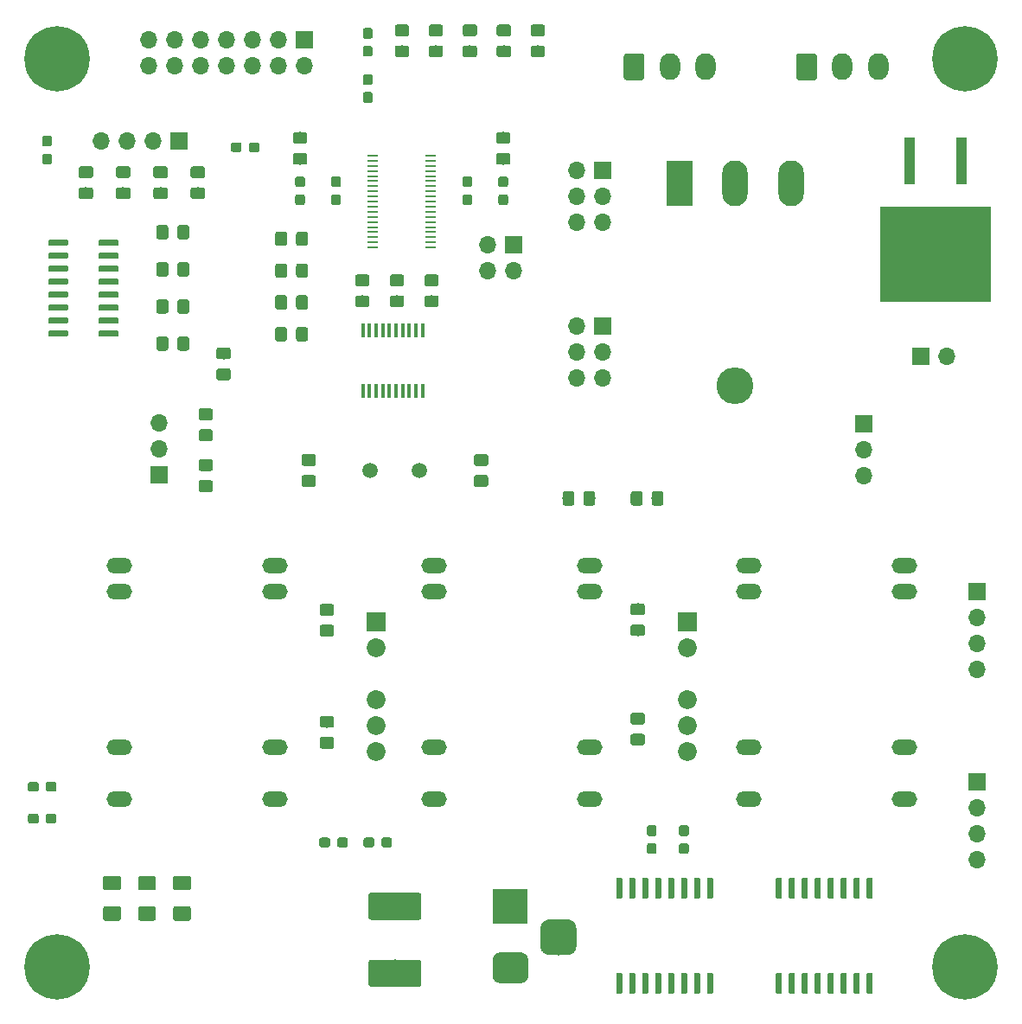
<source format=gbr>
G04 #@! TF.GenerationSoftware,KiCad,Pcbnew,(5.1.2)-2*
G04 #@! TF.CreationDate,2019-07-10T12:42:44+04:00*
G04 #@! TF.ProjectId,DTI_1-12,4454495f-312d-4313-922e-6b696361645f,rev?*
G04 #@! TF.SameCoordinates,Original*
G04 #@! TF.FileFunction,Soldermask,Bot*
G04 #@! TF.FilePolarity,Negative*
%FSLAX46Y46*%
G04 Gerber Fmt 4.6, Leading zero omitted, Abs format (unit mm)*
G04 Created by KiCad (PCBNEW (5.1.2)-2) date 2019-07-10 12:42:44*
%MOMM*%
%LPD*%
G04 APERTURE LIST*
%ADD10O,2.500000X1.500000*%
%ADD11O,2.000000X2.600000*%
%ADD12C,0.100000*%
%ADD13C,2.000000*%
%ADD14C,6.400000*%
%ADD15C,0.800000*%
%ADD16C,1.425000*%
%ADD17C,1.150000*%
%ADD18R,0.450000X1.450000*%
%ADD19R,1.100000X0.285000*%
%ADD20C,2.650000*%
%ADD21R,3.500000X3.500000*%
%ADD22C,3.000000*%
%ADD23C,3.500000*%
%ADD24R,1.700000X1.700000*%
%ADD25O,1.700000X1.700000*%
%ADD26R,1.100000X4.600000*%
%ADD27R,10.800000X9.400000*%
%ADD28O,3.600000X3.600000*%
%ADD29R,2.500000X4.500000*%
%ADD30O,2.500000X4.500000*%
%ADD31C,0.950000*%
%ADD32C,0.600000*%
%ADD33R,1.850000X1.850000*%
%ADD34C,1.850000*%
%ADD35C,1.500000*%
G04 APERTURE END LIST*
D10*
X125810000Y-110540000D03*
X141050000Y-110540000D03*
X125810000Y-108000000D03*
X125810000Y-125780000D03*
X125810000Y-130860000D03*
X141050000Y-130860000D03*
X141050000Y-125780000D03*
X141050000Y-108000000D03*
D11*
X169300000Y-59200000D03*
X165800000Y-59200000D03*
D12*
G36*
X163074504Y-57901204D02*
G01*
X163098773Y-57904804D01*
X163122571Y-57910765D01*
X163145671Y-57919030D01*
X163167849Y-57929520D01*
X163188893Y-57942133D01*
X163208598Y-57956747D01*
X163226777Y-57973223D01*
X163243253Y-57991402D01*
X163257867Y-58011107D01*
X163270480Y-58032151D01*
X163280970Y-58054329D01*
X163289235Y-58077429D01*
X163295196Y-58101227D01*
X163298796Y-58125496D01*
X163300000Y-58150000D01*
X163300000Y-60250000D01*
X163298796Y-60274504D01*
X163295196Y-60298773D01*
X163289235Y-60322571D01*
X163280970Y-60345671D01*
X163270480Y-60367849D01*
X163257867Y-60388893D01*
X163243253Y-60408598D01*
X163226777Y-60426777D01*
X163208598Y-60443253D01*
X163188893Y-60457867D01*
X163167849Y-60470480D01*
X163145671Y-60480970D01*
X163122571Y-60489235D01*
X163098773Y-60495196D01*
X163074504Y-60498796D01*
X163050000Y-60500000D01*
X161550000Y-60500000D01*
X161525496Y-60498796D01*
X161501227Y-60495196D01*
X161477429Y-60489235D01*
X161454329Y-60480970D01*
X161432151Y-60470480D01*
X161411107Y-60457867D01*
X161391402Y-60443253D01*
X161373223Y-60426777D01*
X161356747Y-60408598D01*
X161342133Y-60388893D01*
X161329520Y-60367849D01*
X161319030Y-60345671D01*
X161310765Y-60322571D01*
X161304804Y-60298773D01*
X161301204Y-60274504D01*
X161300000Y-60250000D01*
X161300000Y-58150000D01*
X161301204Y-58125496D01*
X161304804Y-58101227D01*
X161310765Y-58077429D01*
X161319030Y-58054329D01*
X161329520Y-58032151D01*
X161342133Y-58011107D01*
X161356747Y-57991402D01*
X161373223Y-57973223D01*
X161391402Y-57956747D01*
X161411107Y-57942133D01*
X161432151Y-57929520D01*
X161454329Y-57919030D01*
X161477429Y-57910765D01*
X161501227Y-57904804D01*
X161525496Y-57901204D01*
X161550000Y-57900000D01*
X163050000Y-57900000D01*
X163074504Y-57901204D01*
X163074504Y-57901204D01*
G37*
D13*
X162300000Y-59200000D03*
D14*
X177800000Y-58420000D03*
D15*
X177800000Y-56020000D03*
X179497056Y-56722944D03*
X180200000Y-58420000D03*
X179497056Y-60117056D03*
X177800000Y-60820000D03*
X176102944Y-60117056D03*
X175400000Y-58420000D03*
X176102944Y-56722944D03*
D14*
X88900000Y-58420000D03*
D15*
X86500000Y-58420000D03*
X87202944Y-56722944D03*
X88900000Y-56020000D03*
X90597056Y-56722944D03*
X91300000Y-58420000D03*
X90597056Y-60117056D03*
X88900000Y-60820000D03*
X87202944Y-60117056D03*
D14*
X88900000Y-147320000D03*
D15*
X88900000Y-149720000D03*
X87202944Y-149017056D03*
X86500000Y-147320000D03*
X87202944Y-145622944D03*
X88900000Y-144920000D03*
X90597056Y-145622944D03*
X91300000Y-147320000D03*
X90597056Y-149017056D03*
X179497056Y-145622944D03*
X177800000Y-144920000D03*
X176102944Y-145622944D03*
X175400000Y-147320000D03*
X176102944Y-149017056D03*
X177800000Y-149720000D03*
X179497056Y-149017056D03*
X180200000Y-147320000D03*
D14*
X177800000Y-147320000D03*
D12*
G36*
X98364504Y-138401204D02*
G01*
X98388773Y-138404804D01*
X98412571Y-138410765D01*
X98435671Y-138419030D01*
X98457849Y-138429520D01*
X98478893Y-138442133D01*
X98498598Y-138456747D01*
X98516777Y-138473223D01*
X98533253Y-138491402D01*
X98547867Y-138511107D01*
X98560480Y-138532151D01*
X98570970Y-138554329D01*
X98579235Y-138577429D01*
X98585196Y-138601227D01*
X98588796Y-138625496D01*
X98590000Y-138650000D01*
X98590000Y-139575000D01*
X98588796Y-139599504D01*
X98585196Y-139623773D01*
X98579235Y-139647571D01*
X98570970Y-139670671D01*
X98560480Y-139692849D01*
X98547867Y-139713893D01*
X98533253Y-139733598D01*
X98516777Y-139751777D01*
X98498598Y-139768253D01*
X98478893Y-139782867D01*
X98457849Y-139795480D01*
X98435671Y-139805970D01*
X98412571Y-139814235D01*
X98388773Y-139820196D01*
X98364504Y-139823796D01*
X98340000Y-139825000D01*
X97090000Y-139825000D01*
X97065496Y-139823796D01*
X97041227Y-139820196D01*
X97017429Y-139814235D01*
X96994329Y-139805970D01*
X96972151Y-139795480D01*
X96951107Y-139782867D01*
X96931402Y-139768253D01*
X96913223Y-139751777D01*
X96896747Y-139733598D01*
X96882133Y-139713893D01*
X96869520Y-139692849D01*
X96859030Y-139670671D01*
X96850765Y-139647571D01*
X96844804Y-139623773D01*
X96841204Y-139599504D01*
X96840000Y-139575000D01*
X96840000Y-138650000D01*
X96841204Y-138625496D01*
X96844804Y-138601227D01*
X96850765Y-138577429D01*
X96859030Y-138554329D01*
X96869520Y-138532151D01*
X96882133Y-138511107D01*
X96896747Y-138491402D01*
X96913223Y-138473223D01*
X96931402Y-138456747D01*
X96951107Y-138442133D01*
X96972151Y-138429520D01*
X96994329Y-138419030D01*
X97017429Y-138410765D01*
X97041227Y-138404804D01*
X97065496Y-138401204D01*
X97090000Y-138400000D01*
X98340000Y-138400000D01*
X98364504Y-138401204D01*
X98364504Y-138401204D01*
G37*
D16*
X97715000Y-139112500D03*
D12*
G36*
X98364504Y-141376204D02*
G01*
X98388773Y-141379804D01*
X98412571Y-141385765D01*
X98435671Y-141394030D01*
X98457849Y-141404520D01*
X98478893Y-141417133D01*
X98498598Y-141431747D01*
X98516777Y-141448223D01*
X98533253Y-141466402D01*
X98547867Y-141486107D01*
X98560480Y-141507151D01*
X98570970Y-141529329D01*
X98579235Y-141552429D01*
X98585196Y-141576227D01*
X98588796Y-141600496D01*
X98590000Y-141625000D01*
X98590000Y-142550000D01*
X98588796Y-142574504D01*
X98585196Y-142598773D01*
X98579235Y-142622571D01*
X98570970Y-142645671D01*
X98560480Y-142667849D01*
X98547867Y-142688893D01*
X98533253Y-142708598D01*
X98516777Y-142726777D01*
X98498598Y-142743253D01*
X98478893Y-142757867D01*
X98457849Y-142770480D01*
X98435671Y-142780970D01*
X98412571Y-142789235D01*
X98388773Y-142795196D01*
X98364504Y-142798796D01*
X98340000Y-142800000D01*
X97090000Y-142800000D01*
X97065496Y-142798796D01*
X97041227Y-142795196D01*
X97017429Y-142789235D01*
X96994329Y-142780970D01*
X96972151Y-142770480D01*
X96951107Y-142757867D01*
X96931402Y-142743253D01*
X96913223Y-142726777D01*
X96896747Y-142708598D01*
X96882133Y-142688893D01*
X96869520Y-142667849D01*
X96859030Y-142645671D01*
X96850765Y-142622571D01*
X96844804Y-142598773D01*
X96841204Y-142574504D01*
X96840000Y-142550000D01*
X96840000Y-141625000D01*
X96841204Y-141600496D01*
X96844804Y-141576227D01*
X96850765Y-141552429D01*
X96859030Y-141529329D01*
X96869520Y-141507151D01*
X96882133Y-141486107D01*
X96896747Y-141466402D01*
X96913223Y-141448223D01*
X96931402Y-141431747D01*
X96951107Y-141417133D01*
X96972151Y-141404520D01*
X96994329Y-141394030D01*
X97017429Y-141385765D01*
X97041227Y-141379804D01*
X97065496Y-141376204D01*
X97090000Y-141375000D01*
X98340000Y-141375000D01*
X98364504Y-141376204D01*
X98364504Y-141376204D01*
G37*
D16*
X97715000Y-142087500D03*
D12*
G36*
X94939504Y-141376204D02*
G01*
X94963773Y-141379804D01*
X94987571Y-141385765D01*
X95010671Y-141394030D01*
X95032849Y-141404520D01*
X95053893Y-141417133D01*
X95073598Y-141431747D01*
X95091777Y-141448223D01*
X95108253Y-141466402D01*
X95122867Y-141486107D01*
X95135480Y-141507151D01*
X95145970Y-141529329D01*
X95154235Y-141552429D01*
X95160196Y-141576227D01*
X95163796Y-141600496D01*
X95165000Y-141625000D01*
X95165000Y-142550000D01*
X95163796Y-142574504D01*
X95160196Y-142598773D01*
X95154235Y-142622571D01*
X95145970Y-142645671D01*
X95135480Y-142667849D01*
X95122867Y-142688893D01*
X95108253Y-142708598D01*
X95091777Y-142726777D01*
X95073598Y-142743253D01*
X95053893Y-142757867D01*
X95032849Y-142770480D01*
X95010671Y-142780970D01*
X94987571Y-142789235D01*
X94963773Y-142795196D01*
X94939504Y-142798796D01*
X94915000Y-142800000D01*
X93665000Y-142800000D01*
X93640496Y-142798796D01*
X93616227Y-142795196D01*
X93592429Y-142789235D01*
X93569329Y-142780970D01*
X93547151Y-142770480D01*
X93526107Y-142757867D01*
X93506402Y-142743253D01*
X93488223Y-142726777D01*
X93471747Y-142708598D01*
X93457133Y-142688893D01*
X93444520Y-142667849D01*
X93434030Y-142645671D01*
X93425765Y-142622571D01*
X93419804Y-142598773D01*
X93416204Y-142574504D01*
X93415000Y-142550000D01*
X93415000Y-141625000D01*
X93416204Y-141600496D01*
X93419804Y-141576227D01*
X93425765Y-141552429D01*
X93434030Y-141529329D01*
X93444520Y-141507151D01*
X93457133Y-141486107D01*
X93471747Y-141466402D01*
X93488223Y-141448223D01*
X93506402Y-141431747D01*
X93526107Y-141417133D01*
X93547151Y-141404520D01*
X93569329Y-141394030D01*
X93592429Y-141385765D01*
X93616227Y-141379804D01*
X93640496Y-141376204D01*
X93665000Y-141375000D01*
X94915000Y-141375000D01*
X94939504Y-141376204D01*
X94939504Y-141376204D01*
G37*
D16*
X94290000Y-142087500D03*
D12*
G36*
X94939504Y-138401204D02*
G01*
X94963773Y-138404804D01*
X94987571Y-138410765D01*
X95010671Y-138419030D01*
X95032849Y-138429520D01*
X95053893Y-138442133D01*
X95073598Y-138456747D01*
X95091777Y-138473223D01*
X95108253Y-138491402D01*
X95122867Y-138511107D01*
X95135480Y-138532151D01*
X95145970Y-138554329D01*
X95154235Y-138577429D01*
X95160196Y-138601227D01*
X95163796Y-138625496D01*
X95165000Y-138650000D01*
X95165000Y-139575000D01*
X95163796Y-139599504D01*
X95160196Y-139623773D01*
X95154235Y-139647571D01*
X95145970Y-139670671D01*
X95135480Y-139692849D01*
X95122867Y-139713893D01*
X95108253Y-139733598D01*
X95091777Y-139751777D01*
X95073598Y-139768253D01*
X95053893Y-139782867D01*
X95032849Y-139795480D01*
X95010671Y-139805970D01*
X94987571Y-139814235D01*
X94963773Y-139820196D01*
X94939504Y-139823796D01*
X94915000Y-139825000D01*
X93665000Y-139825000D01*
X93640496Y-139823796D01*
X93616227Y-139820196D01*
X93592429Y-139814235D01*
X93569329Y-139805970D01*
X93547151Y-139795480D01*
X93526107Y-139782867D01*
X93506402Y-139768253D01*
X93488223Y-139751777D01*
X93471747Y-139733598D01*
X93457133Y-139713893D01*
X93444520Y-139692849D01*
X93434030Y-139670671D01*
X93425765Y-139647571D01*
X93419804Y-139623773D01*
X93416204Y-139599504D01*
X93415000Y-139575000D01*
X93415000Y-138650000D01*
X93416204Y-138625496D01*
X93419804Y-138601227D01*
X93425765Y-138577429D01*
X93434030Y-138554329D01*
X93444520Y-138532151D01*
X93457133Y-138511107D01*
X93471747Y-138491402D01*
X93488223Y-138473223D01*
X93506402Y-138456747D01*
X93526107Y-138442133D01*
X93547151Y-138429520D01*
X93569329Y-138419030D01*
X93592429Y-138410765D01*
X93616227Y-138404804D01*
X93640496Y-138401204D01*
X93665000Y-138400000D01*
X94915000Y-138400000D01*
X94939504Y-138401204D01*
X94939504Y-138401204D01*
G37*
D16*
X94290000Y-139112500D03*
D12*
G36*
X101789504Y-141376204D02*
G01*
X101813773Y-141379804D01*
X101837571Y-141385765D01*
X101860671Y-141394030D01*
X101882849Y-141404520D01*
X101903893Y-141417133D01*
X101923598Y-141431747D01*
X101941777Y-141448223D01*
X101958253Y-141466402D01*
X101972867Y-141486107D01*
X101985480Y-141507151D01*
X101995970Y-141529329D01*
X102004235Y-141552429D01*
X102010196Y-141576227D01*
X102013796Y-141600496D01*
X102015000Y-141625000D01*
X102015000Y-142550000D01*
X102013796Y-142574504D01*
X102010196Y-142598773D01*
X102004235Y-142622571D01*
X101995970Y-142645671D01*
X101985480Y-142667849D01*
X101972867Y-142688893D01*
X101958253Y-142708598D01*
X101941777Y-142726777D01*
X101923598Y-142743253D01*
X101903893Y-142757867D01*
X101882849Y-142770480D01*
X101860671Y-142780970D01*
X101837571Y-142789235D01*
X101813773Y-142795196D01*
X101789504Y-142798796D01*
X101765000Y-142800000D01*
X100515000Y-142800000D01*
X100490496Y-142798796D01*
X100466227Y-142795196D01*
X100442429Y-142789235D01*
X100419329Y-142780970D01*
X100397151Y-142770480D01*
X100376107Y-142757867D01*
X100356402Y-142743253D01*
X100338223Y-142726777D01*
X100321747Y-142708598D01*
X100307133Y-142688893D01*
X100294520Y-142667849D01*
X100284030Y-142645671D01*
X100275765Y-142622571D01*
X100269804Y-142598773D01*
X100266204Y-142574504D01*
X100265000Y-142550000D01*
X100265000Y-141625000D01*
X100266204Y-141600496D01*
X100269804Y-141576227D01*
X100275765Y-141552429D01*
X100284030Y-141529329D01*
X100294520Y-141507151D01*
X100307133Y-141486107D01*
X100321747Y-141466402D01*
X100338223Y-141448223D01*
X100356402Y-141431747D01*
X100376107Y-141417133D01*
X100397151Y-141404520D01*
X100419329Y-141394030D01*
X100442429Y-141385765D01*
X100466227Y-141379804D01*
X100490496Y-141376204D01*
X100515000Y-141375000D01*
X101765000Y-141375000D01*
X101789504Y-141376204D01*
X101789504Y-141376204D01*
G37*
D16*
X101140000Y-142087500D03*
D12*
G36*
X101789504Y-138401204D02*
G01*
X101813773Y-138404804D01*
X101837571Y-138410765D01*
X101860671Y-138419030D01*
X101882849Y-138429520D01*
X101903893Y-138442133D01*
X101923598Y-138456747D01*
X101941777Y-138473223D01*
X101958253Y-138491402D01*
X101972867Y-138511107D01*
X101985480Y-138532151D01*
X101995970Y-138554329D01*
X102004235Y-138577429D01*
X102010196Y-138601227D01*
X102013796Y-138625496D01*
X102015000Y-138650000D01*
X102015000Y-139575000D01*
X102013796Y-139599504D01*
X102010196Y-139623773D01*
X102004235Y-139647571D01*
X101995970Y-139670671D01*
X101985480Y-139692849D01*
X101972867Y-139713893D01*
X101958253Y-139733598D01*
X101941777Y-139751777D01*
X101923598Y-139768253D01*
X101903893Y-139782867D01*
X101882849Y-139795480D01*
X101860671Y-139805970D01*
X101837571Y-139814235D01*
X101813773Y-139820196D01*
X101789504Y-139823796D01*
X101765000Y-139825000D01*
X100515000Y-139825000D01*
X100490496Y-139823796D01*
X100466227Y-139820196D01*
X100442429Y-139814235D01*
X100419329Y-139805970D01*
X100397151Y-139795480D01*
X100376107Y-139782867D01*
X100356402Y-139768253D01*
X100338223Y-139751777D01*
X100321747Y-139733598D01*
X100307133Y-139713893D01*
X100294520Y-139692849D01*
X100284030Y-139670671D01*
X100275765Y-139647571D01*
X100269804Y-139623773D01*
X100266204Y-139599504D01*
X100265000Y-139575000D01*
X100265000Y-138650000D01*
X100266204Y-138625496D01*
X100269804Y-138601227D01*
X100275765Y-138577429D01*
X100284030Y-138554329D01*
X100294520Y-138532151D01*
X100307133Y-138511107D01*
X100321747Y-138491402D01*
X100338223Y-138473223D01*
X100356402Y-138456747D01*
X100376107Y-138442133D01*
X100397151Y-138429520D01*
X100419329Y-138419030D01*
X100442429Y-138410765D01*
X100466227Y-138404804D01*
X100490496Y-138401204D01*
X100515000Y-138400000D01*
X101765000Y-138400000D01*
X101789504Y-138401204D01*
X101789504Y-138401204D01*
G37*
D16*
X101140000Y-139112500D03*
D12*
G36*
X113174505Y-65591204D02*
G01*
X113198773Y-65594804D01*
X113222572Y-65600765D01*
X113245671Y-65609030D01*
X113267850Y-65619520D01*
X113288893Y-65632132D01*
X113308599Y-65646747D01*
X113326777Y-65663223D01*
X113343253Y-65681401D01*
X113357868Y-65701107D01*
X113370480Y-65722150D01*
X113380970Y-65744329D01*
X113389235Y-65767428D01*
X113395196Y-65791227D01*
X113398796Y-65815495D01*
X113400000Y-65839999D01*
X113400000Y-66490001D01*
X113398796Y-66514505D01*
X113395196Y-66538773D01*
X113389235Y-66562572D01*
X113380970Y-66585671D01*
X113370480Y-66607850D01*
X113357868Y-66628893D01*
X113343253Y-66648599D01*
X113326777Y-66666777D01*
X113308599Y-66683253D01*
X113288893Y-66697868D01*
X113267850Y-66710480D01*
X113245671Y-66720970D01*
X113222572Y-66729235D01*
X113198773Y-66735196D01*
X113174505Y-66738796D01*
X113150001Y-66740000D01*
X112249999Y-66740000D01*
X112225495Y-66738796D01*
X112201227Y-66735196D01*
X112177428Y-66729235D01*
X112154329Y-66720970D01*
X112132150Y-66710480D01*
X112111107Y-66697868D01*
X112091401Y-66683253D01*
X112073223Y-66666777D01*
X112056747Y-66648599D01*
X112042132Y-66628893D01*
X112029520Y-66607850D01*
X112019030Y-66585671D01*
X112010765Y-66562572D01*
X112004804Y-66538773D01*
X112001204Y-66514505D01*
X112000000Y-66490001D01*
X112000000Y-65839999D01*
X112001204Y-65815495D01*
X112004804Y-65791227D01*
X112010765Y-65767428D01*
X112019030Y-65744329D01*
X112029520Y-65722150D01*
X112042132Y-65701107D01*
X112056747Y-65681401D01*
X112073223Y-65663223D01*
X112091401Y-65646747D01*
X112111107Y-65632132D01*
X112132150Y-65619520D01*
X112154329Y-65609030D01*
X112177428Y-65600765D01*
X112201227Y-65594804D01*
X112225495Y-65591204D01*
X112249999Y-65590000D01*
X113150001Y-65590000D01*
X113174505Y-65591204D01*
X113174505Y-65591204D01*
G37*
D17*
X112700000Y-66165000D03*
D12*
G36*
X113174505Y-67641204D02*
G01*
X113198773Y-67644804D01*
X113222572Y-67650765D01*
X113245671Y-67659030D01*
X113267850Y-67669520D01*
X113288893Y-67682132D01*
X113308599Y-67696747D01*
X113326777Y-67713223D01*
X113343253Y-67731401D01*
X113357868Y-67751107D01*
X113370480Y-67772150D01*
X113380970Y-67794329D01*
X113389235Y-67817428D01*
X113395196Y-67841227D01*
X113398796Y-67865495D01*
X113400000Y-67889999D01*
X113400000Y-68540001D01*
X113398796Y-68564505D01*
X113395196Y-68588773D01*
X113389235Y-68612572D01*
X113380970Y-68635671D01*
X113370480Y-68657850D01*
X113357868Y-68678893D01*
X113343253Y-68698599D01*
X113326777Y-68716777D01*
X113308599Y-68733253D01*
X113288893Y-68747868D01*
X113267850Y-68760480D01*
X113245671Y-68770970D01*
X113222572Y-68779235D01*
X113198773Y-68785196D01*
X113174505Y-68788796D01*
X113150001Y-68790000D01*
X112249999Y-68790000D01*
X112225495Y-68788796D01*
X112201227Y-68785196D01*
X112177428Y-68779235D01*
X112154329Y-68770970D01*
X112132150Y-68760480D01*
X112111107Y-68747868D01*
X112091401Y-68733253D01*
X112073223Y-68716777D01*
X112056747Y-68698599D01*
X112042132Y-68678893D01*
X112029520Y-68657850D01*
X112019030Y-68635671D01*
X112010765Y-68612572D01*
X112004804Y-68588773D01*
X112001204Y-68564505D01*
X112000000Y-68540001D01*
X112000000Y-67889999D01*
X112001204Y-67865495D01*
X112004804Y-67841227D01*
X112010765Y-67817428D01*
X112019030Y-67794329D01*
X112029520Y-67772150D01*
X112042132Y-67751107D01*
X112056747Y-67731401D01*
X112073223Y-67713223D01*
X112091401Y-67696747D01*
X112111107Y-67682132D01*
X112132150Y-67669520D01*
X112154329Y-67659030D01*
X112177428Y-67650765D01*
X112201227Y-67644804D01*
X112225495Y-67641204D01*
X112249999Y-67640000D01*
X113150001Y-67640000D01*
X113174505Y-67641204D01*
X113174505Y-67641204D01*
G37*
D17*
X112700000Y-68215000D03*
D12*
G36*
X133064505Y-65591204D02*
G01*
X133088773Y-65594804D01*
X133112572Y-65600765D01*
X133135671Y-65609030D01*
X133157850Y-65619520D01*
X133178893Y-65632132D01*
X133198599Y-65646747D01*
X133216777Y-65663223D01*
X133233253Y-65681401D01*
X133247868Y-65701107D01*
X133260480Y-65722150D01*
X133270970Y-65744329D01*
X133279235Y-65767428D01*
X133285196Y-65791227D01*
X133288796Y-65815495D01*
X133290000Y-65839999D01*
X133290000Y-66490001D01*
X133288796Y-66514505D01*
X133285196Y-66538773D01*
X133279235Y-66562572D01*
X133270970Y-66585671D01*
X133260480Y-66607850D01*
X133247868Y-66628893D01*
X133233253Y-66648599D01*
X133216777Y-66666777D01*
X133198599Y-66683253D01*
X133178893Y-66697868D01*
X133157850Y-66710480D01*
X133135671Y-66720970D01*
X133112572Y-66729235D01*
X133088773Y-66735196D01*
X133064505Y-66738796D01*
X133040001Y-66740000D01*
X132139999Y-66740000D01*
X132115495Y-66738796D01*
X132091227Y-66735196D01*
X132067428Y-66729235D01*
X132044329Y-66720970D01*
X132022150Y-66710480D01*
X132001107Y-66697868D01*
X131981401Y-66683253D01*
X131963223Y-66666777D01*
X131946747Y-66648599D01*
X131932132Y-66628893D01*
X131919520Y-66607850D01*
X131909030Y-66585671D01*
X131900765Y-66562572D01*
X131894804Y-66538773D01*
X131891204Y-66514505D01*
X131890000Y-66490001D01*
X131890000Y-65839999D01*
X131891204Y-65815495D01*
X131894804Y-65791227D01*
X131900765Y-65767428D01*
X131909030Y-65744329D01*
X131919520Y-65722150D01*
X131932132Y-65701107D01*
X131946747Y-65681401D01*
X131963223Y-65663223D01*
X131981401Y-65646747D01*
X132001107Y-65632132D01*
X132022150Y-65619520D01*
X132044329Y-65609030D01*
X132067428Y-65600765D01*
X132091227Y-65594804D01*
X132115495Y-65591204D01*
X132139999Y-65590000D01*
X133040001Y-65590000D01*
X133064505Y-65591204D01*
X133064505Y-65591204D01*
G37*
D17*
X132590000Y-66165000D03*
D12*
G36*
X133064505Y-67641204D02*
G01*
X133088773Y-67644804D01*
X133112572Y-67650765D01*
X133135671Y-67659030D01*
X133157850Y-67669520D01*
X133178893Y-67682132D01*
X133198599Y-67696747D01*
X133216777Y-67713223D01*
X133233253Y-67731401D01*
X133247868Y-67751107D01*
X133260480Y-67772150D01*
X133270970Y-67794329D01*
X133279235Y-67817428D01*
X133285196Y-67841227D01*
X133288796Y-67865495D01*
X133290000Y-67889999D01*
X133290000Y-68540001D01*
X133288796Y-68564505D01*
X133285196Y-68588773D01*
X133279235Y-68612572D01*
X133270970Y-68635671D01*
X133260480Y-68657850D01*
X133247868Y-68678893D01*
X133233253Y-68698599D01*
X133216777Y-68716777D01*
X133198599Y-68733253D01*
X133178893Y-68747868D01*
X133157850Y-68760480D01*
X133135671Y-68770970D01*
X133112572Y-68779235D01*
X133088773Y-68785196D01*
X133064505Y-68788796D01*
X133040001Y-68790000D01*
X132139999Y-68790000D01*
X132115495Y-68788796D01*
X132091227Y-68785196D01*
X132067428Y-68779235D01*
X132044329Y-68770970D01*
X132022150Y-68760480D01*
X132001107Y-68747868D01*
X131981401Y-68733253D01*
X131963223Y-68716777D01*
X131946747Y-68698599D01*
X131932132Y-68678893D01*
X131919520Y-68657850D01*
X131909030Y-68635671D01*
X131900765Y-68612572D01*
X131894804Y-68588773D01*
X131891204Y-68564505D01*
X131890000Y-68540001D01*
X131890000Y-67889999D01*
X131891204Y-67865495D01*
X131894804Y-67841227D01*
X131900765Y-67817428D01*
X131909030Y-67794329D01*
X131919520Y-67772150D01*
X131932132Y-67751107D01*
X131946747Y-67731401D01*
X131963223Y-67713223D01*
X131981401Y-67696747D01*
X132001107Y-67682132D01*
X132022150Y-67669520D01*
X132044329Y-67659030D01*
X132067428Y-67650765D01*
X132091227Y-67644804D01*
X132115495Y-67641204D01*
X132139999Y-67640000D01*
X133040001Y-67640000D01*
X133064505Y-67641204D01*
X133064505Y-67641204D01*
G37*
D17*
X132590000Y-68215000D03*
D12*
G36*
X103934505Y-94696204D02*
G01*
X103958773Y-94699804D01*
X103982572Y-94705765D01*
X104005671Y-94714030D01*
X104027850Y-94724520D01*
X104048893Y-94737132D01*
X104068599Y-94751747D01*
X104086777Y-94768223D01*
X104103253Y-94786401D01*
X104117868Y-94806107D01*
X104130480Y-94827150D01*
X104140970Y-94849329D01*
X104149235Y-94872428D01*
X104155196Y-94896227D01*
X104158796Y-94920495D01*
X104160000Y-94944999D01*
X104160000Y-95595001D01*
X104158796Y-95619505D01*
X104155196Y-95643773D01*
X104149235Y-95667572D01*
X104140970Y-95690671D01*
X104130480Y-95712850D01*
X104117868Y-95733893D01*
X104103253Y-95753599D01*
X104086777Y-95771777D01*
X104068599Y-95788253D01*
X104048893Y-95802868D01*
X104027850Y-95815480D01*
X104005671Y-95825970D01*
X103982572Y-95834235D01*
X103958773Y-95840196D01*
X103934505Y-95843796D01*
X103910001Y-95845000D01*
X103009999Y-95845000D01*
X102985495Y-95843796D01*
X102961227Y-95840196D01*
X102937428Y-95834235D01*
X102914329Y-95825970D01*
X102892150Y-95815480D01*
X102871107Y-95802868D01*
X102851401Y-95788253D01*
X102833223Y-95771777D01*
X102816747Y-95753599D01*
X102802132Y-95733893D01*
X102789520Y-95712850D01*
X102779030Y-95690671D01*
X102770765Y-95667572D01*
X102764804Y-95643773D01*
X102761204Y-95619505D01*
X102760000Y-95595001D01*
X102760000Y-94944999D01*
X102761204Y-94920495D01*
X102764804Y-94896227D01*
X102770765Y-94872428D01*
X102779030Y-94849329D01*
X102789520Y-94827150D01*
X102802132Y-94806107D01*
X102816747Y-94786401D01*
X102833223Y-94768223D01*
X102851401Y-94751747D01*
X102871107Y-94737132D01*
X102892150Y-94724520D01*
X102914329Y-94714030D01*
X102937428Y-94705765D01*
X102961227Y-94699804D01*
X102985495Y-94696204D01*
X103009999Y-94695000D01*
X103910001Y-94695000D01*
X103934505Y-94696204D01*
X103934505Y-94696204D01*
G37*
D17*
X103460000Y-95270000D03*
D12*
G36*
X103934505Y-92646204D02*
G01*
X103958773Y-92649804D01*
X103982572Y-92655765D01*
X104005671Y-92664030D01*
X104027850Y-92674520D01*
X104048893Y-92687132D01*
X104068599Y-92701747D01*
X104086777Y-92718223D01*
X104103253Y-92736401D01*
X104117868Y-92756107D01*
X104130480Y-92777150D01*
X104140970Y-92799329D01*
X104149235Y-92822428D01*
X104155196Y-92846227D01*
X104158796Y-92870495D01*
X104160000Y-92894999D01*
X104160000Y-93545001D01*
X104158796Y-93569505D01*
X104155196Y-93593773D01*
X104149235Y-93617572D01*
X104140970Y-93640671D01*
X104130480Y-93662850D01*
X104117868Y-93683893D01*
X104103253Y-93703599D01*
X104086777Y-93721777D01*
X104068599Y-93738253D01*
X104048893Y-93752868D01*
X104027850Y-93765480D01*
X104005671Y-93775970D01*
X103982572Y-93784235D01*
X103958773Y-93790196D01*
X103934505Y-93793796D01*
X103910001Y-93795000D01*
X103009999Y-93795000D01*
X102985495Y-93793796D01*
X102961227Y-93790196D01*
X102937428Y-93784235D01*
X102914329Y-93775970D01*
X102892150Y-93765480D01*
X102871107Y-93752868D01*
X102851401Y-93738253D01*
X102833223Y-93721777D01*
X102816747Y-93703599D01*
X102802132Y-93683893D01*
X102789520Y-93662850D01*
X102779030Y-93640671D01*
X102770765Y-93617572D01*
X102764804Y-93593773D01*
X102761204Y-93569505D01*
X102760000Y-93545001D01*
X102760000Y-92894999D01*
X102761204Y-92870495D01*
X102764804Y-92846227D01*
X102770765Y-92822428D01*
X102779030Y-92799329D01*
X102789520Y-92777150D01*
X102802132Y-92756107D01*
X102816747Y-92736401D01*
X102833223Y-92718223D01*
X102851401Y-92701747D01*
X102871107Y-92687132D01*
X102892150Y-92674520D01*
X102914329Y-92664030D01*
X102937428Y-92655765D01*
X102961227Y-92649804D01*
X102985495Y-92646204D01*
X103009999Y-92645000D01*
X103910001Y-92645000D01*
X103934505Y-92646204D01*
X103934505Y-92646204D01*
G37*
D17*
X103460000Y-93220000D03*
D12*
G36*
X103934505Y-97621204D02*
G01*
X103958773Y-97624804D01*
X103982572Y-97630765D01*
X104005671Y-97639030D01*
X104027850Y-97649520D01*
X104048893Y-97662132D01*
X104068599Y-97676747D01*
X104086777Y-97693223D01*
X104103253Y-97711401D01*
X104117868Y-97731107D01*
X104130480Y-97752150D01*
X104140970Y-97774329D01*
X104149235Y-97797428D01*
X104155196Y-97821227D01*
X104158796Y-97845495D01*
X104160000Y-97869999D01*
X104160000Y-98520001D01*
X104158796Y-98544505D01*
X104155196Y-98568773D01*
X104149235Y-98592572D01*
X104140970Y-98615671D01*
X104130480Y-98637850D01*
X104117868Y-98658893D01*
X104103253Y-98678599D01*
X104086777Y-98696777D01*
X104068599Y-98713253D01*
X104048893Y-98727868D01*
X104027850Y-98740480D01*
X104005671Y-98750970D01*
X103982572Y-98759235D01*
X103958773Y-98765196D01*
X103934505Y-98768796D01*
X103910001Y-98770000D01*
X103009999Y-98770000D01*
X102985495Y-98768796D01*
X102961227Y-98765196D01*
X102937428Y-98759235D01*
X102914329Y-98750970D01*
X102892150Y-98740480D01*
X102871107Y-98727868D01*
X102851401Y-98713253D01*
X102833223Y-98696777D01*
X102816747Y-98678599D01*
X102802132Y-98658893D01*
X102789520Y-98637850D01*
X102779030Y-98615671D01*
X102770765Y-98592572D01*
X102764804Y-98568773D01*
X102761204Y-98544505D01*
X102760000Y-98520001D01*
X102760000Y-97869999D01*
X102761204Y-97845495D01*
X102764804Y-97821227D01*
X102770765Y-97797428D01*
X102779030Y-97774329D01*
X102789520Y-97752150D01*
X102802132Y-97731107D01*
X102816747Y-97711401D01*
X102833223Y-97693223D01*
X102851401Y-97676747D01*
X102871107Y-97662132D01*
X102892150Y-97649520D01*
X102914329Y-97639030D01*
X102937428Y-97630765D01*
X102961227Y-97624804D01*
X102985495Y-97621204D01*
X103009999Y-97620000D01*
X103910001Y-97620000D01*
X103934505Y-97621204D01*
X103934505Y-97621204D01*
G37*
D17*
X103460000Y-98195000D03*
D12*
G36*
X103934505Y-99671204D02*
G01*
X103958773Y-99674804D01*
X103982572Y-99680765D01*
X104005671Y-99689030D01*
X104027850Y-99699520D01*
X104048893Y-99712132D01*
X104068599Y-99726747D01*
X104086777Y-99743223D01*
X104103253Y-99761401D01*
X104117868Y-99781107D01*
X104130480Y-99802150D01*
X104140970Y-99824329D01*
X104149235Y-99847428D01*
X104155196Y-99871227D01*
X104158796Y-99895495D01*
X104160000Y-99919999D01*
X104160000Y-100570001D01*
X104158796Y-100594505D01*
X104155196Y-100618773D01*
X104149235Y-100642572D01*
X104140970Y-100665671D01*
X104130480Y-100687850D01*
X104117868Y-100708893D01*
X104103253Y-100728599D01*
X104086777Y-100746777D01*
X104068599Y-100763253D01*
X104048893Y-100777868D01*
X104027850Y-100790480D01*
X104005671Y-100800970D01*
X103982572Y-100809235D01*
X103958773Y-100815196D01*
X103934505Y-100818796D01*
X103910001Y-100820000D01*
X103009999Y-100820000D01*
X102985495Y-100818796D01*
X102961227Y-100815196D01*
X102937428Y-100809235D01*
X102914329Y-100800970D01*
X102892150Y-100790480D01*
X102871107Y-100777868D01*
X102851401Y-100763253D01*
X102833223Y-100746777D01*
X102816747Y-100728599D01*
X102802132Y-100708893D01*
X102789520Y-100687850D01*
X102779030Y-100665671D01*
X102770765Y-100642572D01*
X102764804Y-100618773D01*
X102761204Y-100594505D01*
X102760000Y-100570001D01*
X102760000Y-99919999D01*
X102761204Y-99895495D01*
X102764804Y-99871227D01*
X102770765Y-99847428D01*
X102779030Y-99824329D01*
X102789520Y-99802150D01*
X102802132Y-99781107D01*
X102816747Y-99761401D01*
X102833223Y-99743223D01*
X102851401Y-99726747D01*
X102871107Y-99712132D01*
X102892150Y-99699520D01*
X102914329Y-99689030D01*
X102937428Y-99680765D01*
X102961227Y-99674804D01*
X102985495Y-99671204D01*
X103009999Y-99670000D01*
X103910001Y-99670000D01*
X103934505Y-99671204D01*
X103934505Y-99671204D01*
G37*
D17*
X103460000Y-100245000D03*
D12*
G36*
X115794505Y-111776204D02*
G01*
X115818773Y-111779804D01*
X115842572Y-111785765D01*
X115865671Y-111794030D01*
X115887850Y-111804520D01*
X115908893Y-111817132D01*
X115928599Y-111831747D01*
X115946777Y-111848223D01*
X115963253Y-111866401D01*
X115977868Y-111886107D01*
X115990480Y-111907150D01*
X116000970Y-111929329D01*
X116009235Y-111952428D01*
X116015196Y-111976227D01*
X116018796Y-112000495D01*
X116020000Y-112024999D01*
X116020000Y-112675001D01*
X116018796Y-112699505D01*
X116015196Y-112723773D01*
X116009235Y-112747572D01*
X116000970Y-112770671D01*
X115990480Y-112792850D01*
X115977868Y-112813893D01*
X115963253Y-112833599D01*
X115946777Y-112851777D01*
X115928599Y-112868253D01*
X115908893Y-112882868D01*
X115887850Y-112895480D01*
X115865671Y-112905970D01*
X115842572Y-112914235D01*
X115818773Y-112920196D01*
X115794505Y-112923796D01*
X115770001Y-112925000D01*
X114869999Y-112925000D01*
X114845495Y-112923796D01*
X114821227Y-112920196D01*
X114797428Y-112914235D01*
X114774329Y-112905970D01*
X114752150Y-112895480D01*
X114731107Y-112882868D01*
X114711401Y-112868253D01*
X114693223Y-112851777D01*
X114676747Y-112833599D01*
X114662132Y-112813893D01*
X114649520Y-112792850D01*
X114639030Y-112770671D01*
X114630765Y-112747572D01*
X114624804Y-112723773D01*
X114621204Y-112699505D01*
X114620000Y-112675001D01*
X114620000Y-112024999D01*
X114621204Y-112000495D01*
X114624804Y-111976227D01*
X114630765Y-111952428D01*
X114639030Y-111929329D01*
X114649520Y-111907150D01*
X114662132Y-111886107D01*
X114676747Y-111866401D01*
X114693223Y-111848223D01*
X114711401Y-111831747D01*
X114731107Y-111817132D01*
X114752150Y-111804520D01*
X114774329Y-111794030D01*
X114797428Y-111785765D01*
X114821227Y-111779804D01*
X114845495Y-111776204D01*
X114869999Y-111775000D01*
X115770001Y-111775000D01*
X115794505Y-111776204D01*
X115794505Y-111776204D01*
G37*
D17*
X115320000Y-112350000D03*
D12*
G36*
X115794505Y-113826204D02*
G01*
X115818773Y-113829804D01*
X115842572Y-113835765D01*
X115865671Y-113844030D01*
X115887850Y-113854520D01*
X115908893Y-113867132D01*
X115928599Y-113881747D01*
X115946777Y-113898223D01*
X115963253Y-113916401D01*
X115977868Y-113936107D01*
X115990480Y-113957150D01*
X116000970Y-113979329D01*
X116009235Y-114002428D01*
X116015196Y-114026227D01*
X116018796Y-114050495D01*
X116020000Y-114074999D01*
X116020000Y-114725001D01*
X116018796Y-114749505D01*
X116015196Y-114773773D01*
X116009235Y-114797572D01*
X116000970Y-114820671D01*
X115990480Y-114842850D01*
X115977868Y-114863893D01*
X115963253Y-114883599D01*
X115946777Y-114901777D01*
X115928599Y-114918253D01*
X115908893Y-114932868D01*
X115887850Y-114945480D01*
X115865671Y-114955970D01*
X115842572Y-114964235D01*
X115818773Y-114970196D01*
X115794505Y-114973796D01*
X115770001Y-114975000D01*
X114869999Y-114975000D01*
X114845495Y-114973796D01*
X114821227Y-114970196D01*
X114797428Y-114964235D01*
X114774329Y-114955970D01*
X114752150Y-114945480D01*
X114731107Y-114932868D01*
X114711401Y-114918253D01*
X114693223Y-114901777D01*
X114676747Y-114883599D01*
X114662132Y-114863893D01*
X114649520Y-114842850D01*
X114639030Y-114820671D01*
X114630765Y-114797572D01*
X114624804Y-114773773D01*
X114621204Y-114749505D01*
X114620000Y-114725001D01*
X114620000Y-114074999D01*
X114621204Y-114050495D01*
X114624804Y-114026227D01*
X114630765Y-114002428D01*
X114639030Y-113979329D01*
X114649520Y-113957150D01*
X114662132Y-113936107D01*
X114676747Y-113916401D01*
X114693223Y-113898223D01*
X114711401Y-113881747D01*
X114731107Y-113867132D01*
X114752150Y-113854520D01*
X114774329Y-113844030D01*
X114797428Y-113835765D01*
X114821227Y-113829804D01*
X114845495Y-113826204D01*
X114869999Y-113825000D01*
X115770001Y-113825000D01*
X115794505Y-113826204D01*
X115794505Y-113826204D01*
G37*
D17*
X115320000Y-114400000D03*
D12*
G36*
X146234505Y-113786204D02*
G01*
X146258773Y-113789804D01*
X146282572Y-113795765D01*
X146305671Y-113804030D01*
X146327850Y-113814520D01*
X146348893Y-113827132D01*
X146368599Y-113841747D01*
X146386777Y-113858223D01*
X146403253Y-113876401D01*
X146417868Y-113896107D01*
X146430480Y-113917150D01*
X146440970Y-113939329D01*
X146449235Y-113962428D01*
X146455196Y-113986227D01*
X146458796Y-114010495D01*
X146460000Y-114034999D01*
X146460000Y-114685001D01*
X146458796Y-114709505D01*
X146455196Y-114733773D01*
X146449235Y-114757572D01*
X146440970Y-114780671D01*
X146430480Y-114802850D01*
X146417868Y-114823893D01*
X146403253Y-114843599D01*
X146386777Y-114861777D01*
X146368599Y-114878253D01*
X146348893Y-114892868D01*
X146327850Y-114905480D01*
X146305671Y-114915970D01*
X146282572Y-114924235D01*
X146258773Y-114930196D01*
X146234505Y-114933796D01*
X146210001Y-114935000D01*
X145309999Y-114935000D01*
X145285495Y-114933796D01*
X145261227Y-114930196D01*
X145237428Y-114924235D01*
X145214329Y-114915970D01*
X145192150Y-114905480D01*
X145171107Y-114892868D01*
X145151401Y-114878253D01*
X145133223Y-114861777D01*
X145116747Y-114843599D01*
X145102132Y-114823893D01*
X145089520Y-114802850D01*
X145079030Y-114780671D01*
X145070765Y-114757572D01*
X145064804Y-114733773D01*
X145061204Y-114709505D01*
X145060000Y-114685001D01*
X145060000Y-114034999D01*
X145061204Y-114010495D01*
X145064804Y-113986227D01*
X145070765Y-113962428D01*
X145079030Y-113939329D01*
X145089520Y-113917150D01*
X145102132Y-113896107D01*
X145116747Y-113876401D01*
X145133223Y-113858223D01*
X145151401Y-113841747D01*
X145171107Y-113827132D01*
X145192150Y-113814520D01*
X145214329Y-113804030D01*
X145237428Y-113795765D01*
X145261227Y-113789804D01*
X145285495Y-113786204D01*
X145309999Y-113785000D01*
X146210001Y-113785000D01*
X146234505Y-113786204D01*
X146234505Y-113786204D01*
G37*
D17*
X145760000Y-114360000D03*
D12*
G36*
X146234505Y-111736204D02*
G01*
X146258773Y-111739804D01*
X146282572Y-111745765D01*
X146305671Y-111754030D01*
X146327850Y-111764520D01*
X146348893Y-111777132D01*
X146368599Y-111791747D01*
X146386777Y-111808223D01*
X146403253Y-111826401D01*
X146417868Y-111846107D01*
X146430480Y-111867150D01*
X146440970Y-111889329D01*
X146449235Y-111912428D01*
X146455196Y-111936227D01*
X146458796Y-111960495D01*
X146460000Y-111984999D01*
X146460000Y-112635001D01*
X146458796Y-112659505D01*
X146455196Y-112683773D01*
X146449235Y-112707572D01*
X146440970Y-112730671D01*
X146430480Y-112752850D01*
X146417868Y-112773893D01*
X146403253Y-112793599D01*
X146386777Y-112811777D01*
X146368599Y-112828253D01*
X146348893Y-112842868D01*
X146327850Y-112855480D01*
X146305671Y-112865970D01*
X146282572Y-112874235D01*
X146258773Y-112880196D01*
X146234505Y-112883796D01*
X146210001Y-112885000D01*
X145309999Y-112885000D01*
X145285495Y-112883796D01*
X145261227Y-112880196D01*
X145237428Y-112874235D01*
X145214329Y-112865970D01*
X145192150Y-112855480D01*
X145171107Y-112842868D01*
X145151401Y-112828253D01*
X145133223Y-112811777D01*
X145116747Y-112793599D01*
X145102132Y-112773893D01*
X145089520Y-112752850D01*
X145079030Y-112730671D01*
X145070765Y-112707572D01*
X145064804Y-112683773D01*
X145061204Y-112659505D01*
X145060000Y-112635001D01*
X145060000Y-111984999D01*
X145061204Y-111960495D01*
X145064804Y-111936227D01*
X145070765Y-111912428D01*
X145079030Y-111889329D01*
X145089520Y-111867150D01*
X145102132Y-111846107D01*
X145116747Y-111826401D01*
X145133223Y-111808223D01*
X145151401Y-111791747D01*
X145171107Y-111777132D01*
X145192150Y-111764520D01*
X145214329Y-111754030D01*
X145237428Y-111745765D01*
X145261227Y-111739804D01*
X145285495Y-111736204D01*
X145309999Y-111735000D01*
X146210001Y-111735000D01*
X146234505Y-111736204D01*
X146234505Y-111736204D01*
G37*
D17*
X145760000Y-112310000D03*
D12*
G36*
X146234505Y-124496204D02*
G01*
X146258773Y-124499804D01*
X146282572Y-124505765D01*
X146305671Y-124514030D01*
X146327850Y-124524520D01*
X146348893Y-124537132D01*
X146368599Y-124551747D01*
X146386777Y-124568223D01*
X146403253Y-124586401D01*
X146417868Y-124606107D01*
X146430480Y-124627150D01*
X146440970Y-124649329D01*
X146449235Y-124672428D01*
X146455196Y-124696227D01*
X146458796Y-124720495D01*
X146460000Y-124744999D01*
X146460000Y-125395001D01*
X146458796Y-125419505D01*
X146455196Y-125443773D01*
X146449235Y-125467572D01*
X146440970Y-125490671D01*
X146430480Y-125512850D01*
X146417868Y-125533893D01*
X146403253Y-125553599D01*
X146386777Y-125571777D01*
X146368599Y-125588253D01*
X146348893Y-125602868D01*
X146327850Y-125615480D01*
X146305671Y-125625970D01*
X146282572Y-125634235D01*
X146258773Y-125640196D01*
X146234505Y-125643796D01*
X146210001Y-125645000D01*
X145309999Y-125645000D01*
X145285495Y-125643796D01*
X145261227Y-125640196D01*
X145237428Y-125634235D01*
X145214329Y-125625970D01*
X145192150Y-125615480D01*
X145171107Y-125602868D01*
X145151401Y-125588253D01*
X145133223Y-125571777D01*
X145116747Y-125553599D01*
X145102132Y-125533893D01*
X145089520Y-125512850D01*
X145079030Y-125490671D01*
X145070765Y-125467572D01*
X145064804Y-125443773D01*
X145061204Y-125419505D01*
X145060000Y-125395001D01*
X145060000Y-124744999D01*
X145061204Y-124720495D01*
X145064804Y-124696227D01*
X145070765Y-124672428D01*
X145079030Y-124649329D01*
X145089520Y-124627150D01*
X145102132Y-124606107D01*
X145116747Y-124586401D01*
X145133223Y-124568223D01*
X145151401Y-124551747D01*
X145171107Y-124537132D01*
X145192150Y-124524520D01*
X145214329Y-124514030D01*
X145237428Y-124505765D01*
X145261227Y-124499804D01*
X145285495Y-124496204D01*
X145309999Y-124495000D01*
X146210001Y-124495000D01*
X146234505Y-124496204D01*
X146234505Y-124496204D01*
G37*
D17*
X145760000Y-125070000D03*
D12*
G36*
X146234505Y-122446204D02*
G01*
X146258773Y-122449804D01*
X146282572Y-122455765D01*
X146305671Y-122464030D01*
X146327850Y-122474520D01*
X146348893Y-122487132D01*
X146368599Y-122501747D01*
X146386777Y-122518223D01*
X146403253Y-122536401D01*
X146417868Y-122556107D01*
X146430480Y-122577150D01*
X146440970Y-122599329D01*
X146449235Y-122622428D01*
X146455196Y-122646227D01*
X146458796Y-122670495D01*
X146460000Y-122694999D01*
X146460000Y-123345001D01*
X146458796Y-123369505D01*
X146455196Y-123393773D01*
X146449235Y-123417572D01*
X146440970Y-123440671D01*
X146430480Y-123462850D01*
X146417868Y-123483893D01*
X146403253Y-123503599D01*
X146386777Y-123521777D01*
X146368599Y-123538253D01*
X146348893Y-123552868D01*
X146327850Y-123565480D01*
X146305671Y-123575970D01*
X146282572Y-123584235D01*
X146258773Y-123590196D01*
X146234505Y-123593796D01*
X146210001Y-123595000D01*
X145309999Y-123595000D01*
X145285495Y-123593796D01*
X145261227Y-123590196D01*
X145237428Y-123584235D01*
X145214329Y-123575970D01*
X145192150Y-123565480D01*
X145171107Y-123552868D01*
X145151401Y-123538253D01*
X145133223Y-123521777D01*
X145116747Y-123503599D01*
X145102132Y-123483893D01*
X145089520Y-123462850D01*
X145079030Y-123440671D01*
X145070765Y-123417572D01*
X145064804Y-123393773D01*
X145061204Y-123369505D01*
X145060000Y-123345001D01*
X145060000Y-122694999D01*
X145061204Y-122670495D01*
X145064804Y-122646227D01*
X145070765Y-122622428D01*
X145079030Y-122599329D01*
X145089520Y-122577150D01*
X145102132Y-122556107D01*
X145116747Y-122536401D01*
X145133223Y-122518223D01*
X145151401Y-122501747D01*
X145171107Y-122487132D01*
X145192150Y-122474520D01*
X145214329Y-122464030D01*
X145237428Y-122455765D01*
X145261227Y-122449804D01*
X145285495Y-122446204D01*
X145309999Y-122445000D01*
X146210001Y-122445000D01*
X146234505Y-122446204D01*
X146234505Y-122446204D01*
G37*
D17*
X145760000Y-123020000D03*
D12*
G36*
X115804505Y-124806204D02*
G01*
X115828773Y-124809804D01*
X115852572Y-124815765D01*
X115875671Y-124824030D01*
X115897850Y-124834520D01*
X115918893Y-124847132D01*
X115938599Y-124861747D01*
X115956777Y-124878223D01*
X115973253Y-124896401D01*
X115987868Y-124916107D01*
X116000480Y-124937150D01*
X116010970Y-124959329D01*
X116019235Y-124982428D01*
X116025196Y-125006227D01*
X116028796Y-125030495D01*
X116030000Y-125054999D01*
X116030000Y-125705001D01*
X116028796Y-125729505D01*
X116025196Y-125753773D01*
X116019235Y-125777572D01*
X116010970Y-125800671D01*
X116000480Y-125822850D01*
X115987868Y-125843893D01*
X115973253Y-125863599D01*
X115956777Y-125881777D01*
X115938599Y-125898253D01*
X115918893Y-125912868D01*
X115897850Y-125925480D01*
X115875671Y-125935970D01*
X115852572Y-125944235D01*
X115828773Y-125950196D01*
X115804505Y-125953796D01*
X115780001Y-125955000D01*
X114879999Y-125955000D01*
X114855495Y-125953796D01*
X114831227Y-125950196D01*
X114807428Y-125944235D01*
X114784329Y-125935970D01*
X114762150Y-125925480D01*
X114741107Y-125912868D01*
X114721401Y-125898253D01*
X114703223Y-125881777D01*
X114686747Y-125863599D01*
X114672132Y-125843893D01*
X114659520Y-125822850D01*
X114649030Y-125800671D01*
X114640765Y-125777572D01*
X114634804Y-125753773D01*
X114631204Y-125729505D01*
X114630000Y-125705001D01*
X114630000Y-125054999D01*
X114631204Y-125030495D01*
X114634804Y-125006227D01*
X114640765Y-124982428D01*
X114649030Y-124959329D01*
X114659520Y-124937150D01*
X114672132Y-124916107D01*
X114686747Y-124896401D01*
X114703223Y-124878223D01*
X114721401Y-124861747D01*
X114741107Y-124847132D01*
X114762150Y-124834520D01*
X114784329Y-124824030D01*
X114807428Y-124815765D01*
X114831227Y-124809804D01*
X114855495Y-124806204D01*
X114879999Y-124805000D01*
X115780001Y-124805000D01*
X115804505Y-124806204D01*
X115804505Y-124806204D01*
G37*
D17*
X115330000Y-125380000D03*
D12*
G36*
X115804505Y-122756204D02*
G01*
X115828773Y-122759804D01*
X115852572Y-122765765D01*
X115875671Y-122774030D01*
X115897850Y-122784520D01*
X115918893Y-122797132D01*
X115938599Y-122811747D01*
X115956777Y-122828223D01*
X115973253Y-122846401D01*
X115987868Y-122866107D01*
X116000480Y-122887150D01*
X116010970Y-122909329D01*
X116019235Y-122932428D01*
X116025196Y-122956227D01*
X116028796Y-122980495D01*
X116030000Y-123004999D01*
X116030000Y-123655001D01*
X116028796Y-123679505D01*
X116025196Y-123703773D01*
X116019235Y-123727572D01*
X116010970Y-123750671D01*
X116000480Y-123772850D01*
X115987868Y-123793893D01*
X115973253Y-123813599D01*
X115956777Y-123831777D01*
X115938599Y-123848253D01*
X115918893Y-123862868D01*
X115897850Y-123875480D01*
X115875671Y-123885970D01*
X115852572Y-123894235D01*
X115828773Y-123900196D01*
X115804505Y-123903796D01*
X115780001Y-123905000D01*
X114879999Y-123905000D01*
X114855495Y-123903796D01*
X114831227Y-123900196D01*
X114807428Y-123894235D01*
X114784329Y-123885970D01*
X114762150Y-123875480D01*
X114741107Y-123862868D01*
X114721401Y-123848253D01*
X114703223Y-123831777D01*
X114686747Y-123813599D01*
X114672132Y-123793893D01*
X114659520Y-123772850D01*
X114649030Y-123750671D01*
X114640765Y-123727572D01*
X114634804Y-123703773D01*
X114631204Y-123679505D01*
X114630000Y-123655001D01*
X114630000Y-123004999D01*
X114631204Y-122980495D01*
X114634804Y-122956227D01*
X114640765Y-122932428D01*
X114649030Y-122909329D01*
X114659520Y-122887150D01*
X114672132Y-122866107D01*
X114686747Y-122846401D01*
X114703223Y-122828223D01*
X114721401Y-122811747D01*
X114741107Y-122797132D01*
X114762150Y-122784520D01*
X114784329Y-122774030D01*
X114807428Y-122765765D01*
X114831227Y-122759804D01*
X114855495Y-122756204D01*
X114879999Y-122755000D01*
X115780001Y-122755000D01*
X115804505Y-122756204D01*
X115804505Y-122756204D01*
G37*
D17*
X115330000Y-123330000D03*
D12*
G36*
X139319505Y-100761204D02*
G01*
X139343773Y-100764804D01*
X139367572Y-100770765D01*
X139390671Y-100779030D01*
X139412850Y-100789520D01*
X139433893Y-100802132D01*
X139453599Y-100816747D01*
X139471777Y-100833223D01*
X139488253Y-100851401D01*
X139502868Y-100871107D01*
X139515480Y-100892150D01*
X139525970Y-100914329D01*
X139534235Y-100937428D01*
X139540196Y-100961227D01*
X139543796Y-100985495D01*
X139545000Y-101009999D01*
X139545000Y-101910001D01*
X139543796Y-101934505D01*
X139540196Y-101958773D01*
X139534235Y-101982572D01*
X139525970Y-102005671D01*
X139515480Y-102027850D01*
X139502868Y-102048893D01*
X139488253Y-102068599D01*
X139471777Y-102086777D01*
X139453599Y-102103253D01*
X139433893Y-102117868D01*
X139412850Y-102130480D01*
X139390671Y-102140970D01*
X139367572Y-102149235D01*
X139343773Y-102155196D01*
X139319505Y-102158796D01*
X139295001Y-102160000D01*
X138644999Y-102160000D01*
X138620495Y-102158796D01*
X138596227Y-102155196D01*
X138572428Y-102149235D01*
X138549329Y-102140970D01*
X138527150Y-102130480D01*
X138506107Y-102117868D01*
X138486401Y-102103253D01*
X138468223Y-102086777D01*
X138451747Y-102068599D01*
X138437132Y-102048893D01*
X138424520Y-102027850D01*
X138414030Y-102005671D01*
X138405765Y-101982572D01*
X138399804Y-101958773D01*
X138396204Y-101934505D01*
X138395000Y-101910001D01*
X138395000Y-101009999D01*
X138396204Y-100985495D01*
X138399804Y-100961227D01*
X138405765Y-100937428D01*
X138414030Y-100914329D01*
X138424520Y-100892150D01*
X138437132Y-100871107D01*
X138451747Y-100851401D01*
X138468223Y-100833223D01*
X138486401Y-100816747D01*
X138506107Y-100802132D01*
X138527150Y-100789520D01*
X138549329Y-100779030D01*
X138572428Y-100770765D01*
X138596227Y-100764804D01*
X138620495Y-100761204D01*
X138644999Y-100760000D01*
X139295001Y-100760000D01*
X139319505Y-100761204D01*
X139319505Y-100761204D01*
G37*
D17*
X138970000Y-101460000D03*
D12*
G36*
X141369505Y-100761204D02*
G01*
X141393773Y-100764804D01*
X141417572Y-100770765D01*
X141440671Y-100779030D01*
X141462850Y-100789520D01*
X141483893Y-100802132D01*
X141503599Y-100816747D01*
X141521777Y-100833223D01*
X141538253Y-100851401D01*
X141552868Y-100871107D01*
X141565480Y-100892150D01*
X141575970Y-100914329D01*
X141584235Y-100937428D01*
X141590196Y-100961227D01*
X141593796Y-100985495D01*
X141595000Y-101009999D01*
X141595000Y-101910001D01*
X141593796Y-101934505D01*
X141590196Y-101958773D01*
X141584235Y-101982572D01*
X141575970Y-102005671D01*
X141565480Y-102027850D01*
X141552868Y-102048893D01*
X141538253Y-102068599D01*
X141521777Y-102086777D01*
X141503599Y-102103253D01*
X141483893Y-102117868D01*
X141462850Y-102130480D01*
X141440671Y-102140970D01*
X141417572Y-102149235D01*
X141393773Y-102155196D01*
X141369505Y-102158796D01*
X141345001Y-102160000D01*
X140694999Y-102160000D01*
X140670495Y-102158796D01*
X140646227Y-102155196D01*
X140622428Y-102149235D01*
X140599329Y-102140970D01*
X140577150Y-102130480D01*
X140556107Y-102117868D01*
X140536401Y-102103253D01*
X140518223Y-102086777D01*
X140501747Y-102068599D01*
X140487132Y-102048893D01*
X140474520Y-102027850D01*
X140464030Y-102005671D01*
X140455765Y-101982572D01*
X140449804Y-101958773D01*
X140446204Y-101934505D01*
X140445000Y-101910001D01*
X140445000Y-101009999D01*
X140446204Y-100985495D01*
X140449804Y-100961227D01*
X140455765Y-100937428D01*
X140464030Y-100914329D01*
X140474520Y-100892150D01*
X140487132Y-100871107D01*
X140501747Y-100851401D01*
X140518223Y-100833223D01*
X140536401Y-100816747D01*
X140556107Y-100802132D01*
X140577150Y-100789520D01*
X140599329Y-100779030D01*
X140622428Y-100770765D01*
X140646227Y-100764804D01*
X140670495Y-100761204D01*
X140694999Y-100760000D01*
X141345001Y-100760000D01*
X141369505Y-100761204D01*
X141369505Y-100761204D01*
G37*
D17*
X141020000Y-101460000D03*
D12*
G36*
X114024505Y-97121204D02*
G01*
X114048773Y-97124804D01*
X114072572Y-97130765D01*
X114095671Y-97139030D01*
X114117850Y-97149520D01*
X114138893Y-97162132D01*
X114158599Y-97176747D01*
X114176777Y-97193223D01*
X114193253Y-97211401D01*
X114207868Y-97231107D01*
X114220480Y-97252150D01*
X114230970Y-97274329D01*
X114239235Y-97297428D01*
X114245196Y-97321227D01*
X114248796Y-97345495D01*
X114250000Y-97369999D01*
X114250000Y-98020001D01*
X114248796Y-98044505D01*
X114245196Y-98068773D01*
X114239235Y-98092572D01*
X114230970Y-98115671D01*
X114220480Y-98137850D01*
X114207868Y-98158893D01*
X114193253Y-98178599D01*
X114176777Y-98196777D01*
X114158599Y-98213253D01*
X114138893Y-98227868D01*
X114117850Y-98240480D01*
X114095671Y-98250970D01*
X114072572Y-98259235D01*
X114048773Y-98265196D01*
X114024505Y-98268796D01*
X114000001Y-98270000D01*
X113099999Y-98270000D01*
X113075495Y-98268796D01*
X113051227Y-98265196D01*
X113027428Y-98259235D01*
X113004329Y-98250970D01*
X112982150Y-98240480D01*
X112961107Y-98227868D01*
X112941401Y-98213253D01*
X112923223Y-98196777D01*
X112906747Y-98178599D01*
X112892132Y-98158893D01*
X112879520Y-98137850D01*
X112869030Y-98115671D01*
X112860765Y-98092572D01*
X112854804Y-98068773D01*
X112851204Y-98044505D01*
X112850000Y-98020001D01*
X112850000Y-97369999D01*
X112851204Y-97345495D01*
X112854804Y-97321227D01*
X112860765Y-97297428D01*
X112869030Y-97274329D01*
X112879520Y-97252150D01*
X112892132Y-97231107D01*
X112906747Y-97211401D01*
X112923223Y-97193223D01*
X112941401Y-97176747D01*
X112961107Y-97162132D01*
X112982150Y-97149520D01*
X113004329Y-97139030D01*
X113027428Y-97130765D01*
X113051227Y-97124804D01*
X113075495Y-97121204D01*
X113099999Y-97120000D01*
X114000001Y-97120000D01*
X114024505Y-97121204D01*
X114024505Y-97121204D01*
G37*
D17*
X113550000Y-97695000D03*
D12*
G36*
X114024505Y-99171204D02*
G01*
X114048773Y-99174804D01*
X114072572Y-99180765D01*
X114095671Y-99189030D01*
X114117850Y-99199520D01*
X114138893Y-99212132D01*
X114158599Y-99226747D01*
X114176777Y-99243223D01*
X114193253Y-99261401D01*
X114207868Y-99281107D01*
X114220480Y-99302150D01*
X114230970Y-99324329D01*
X114239235Y-99347428D01*
X114245196Y-99371227D01*
X114248796Y-99395495D01*
X114250000Y-99419999D01*
X114250000Y-100070001D01*
X114248796Y-100094505D01*
X114245196Y-100118773D01*
X114239235Y-100142572D01*
X114230970Y-100165671D01*
X114220480Y-100187850D01*
X114207868Y-100208893D01*
X114193253Y-100228599D01*
X114176777Y-100246777D01*
X114158599Y-100263253D01*
X114138893Y-100277868D01*
X114117850Y-100290480D01*
X114095671Y-100300970D01*
X114072572Y-100309235D01*
X114048773Y-100315196D01*
X114024505Y-100318796D01*
X114000001Y-100320000D01*
X113099999Y-100320000D01*
X113075495Y-100318796D01*
X113051227Y-100315196D01*
X113027428Y-100309235D01*
X113004329Y-100300970D01*
X112982150Y-100290480D01*
X112961107Y-100277868D01*
X112941401Y-100263253D01*
X112923223Y-100246777D01*
X112906747Y-100228599D01*
X112892132Y-100208893D01*
X112879520Y-100187850D01*
X112869030Y-100165671D01*
X112860765Y-100142572D01*
X112854804Y-100118773D01*
X112851204Y-100094505D01*
X112850000Y-100070001D01*
X112850000Y-99419999D01*
X112851204Y-99395495D01*
X112854804Y-99371227D01*
X112860765Y-99347428D01*
X112869030Y-99324329D01*
X112879520Y-99302150D01*
X112892132Y-99281107D01*
X112906747Y-99261401D01*
X112923223Y-99243223D01*
X112941401Y-99226747D01*
X112961107Y-99212132D01*
X112982150Y-99199520D01*
X113004329Y-99189030D01*
X113027428Y-99180765D01*
X113051227Y-99174804D01*
X113075495Y-99171204D01*
X113099999Y-99170000D01*
X114000001Y-99170000D01*
X114024505Y-99171204D01*
X114024505Y-99171204D01*
G37*
D17*
X113550000Y-99745000D03*
D12*
G36*
X130894505Y-99171204D02*
G01*
X130918773Y-99174804D01*
X130942572Y-99180765D01*
X130965671Y-99189030D01*
X130987850Y-99199520D01*
X131008893Y-99212132D01*
X131028599Y-99226747D01*
X131046777Y-99243223D01*
X131063253Y-99261401D01*
X131077868Y-99281107D01*
X131090480Y-99302150D01*
X131100970Y-99324329D01*
X131109235Y-99347428D01*
X131115196Y-99371227D01*
X131118796Y-99395495D01*
X131120000Y-99419999D01*
X131120000Y-100070001D01*
X131118796Y-100094505D01*
X131115196Y-100118773D01*
X131109235Y-100142572D01*
X131100970Y-100165671D01*
X131090480Y-100187850D01*
X131077868Y-100208893D01*
X131063253Y-100228599D01*
X131046777Y-100246777D01*
X131028599Y-100263253D01*
X131008893Y-100277868D01*
X130987850Y-100290480D01*
X130965671Y-100300970D01*
X130942572Y-100309235D01*
X130918773Y-100315196D01*
X130894505Y-100318796D01*
X130870001Y-100320000D01*
X129969999Y-100320000D01*
X129945495Y-100318796D01*
X129921227Y-100315196D01*
X129897428Y-100309235D01*
X129874329Y-100300970D01*
X129852150Y-100290480D01*
X129831107Y-100277868D01*
X129811401Y-100263253D01*
X129793223Y-100246777D01*
X129776747Y-100228599D01*
X129762132Y-100208893D01*
X129749520Y-100187850D01*
X129739030Y-100165671D01*
X129730765Y-100142572D01*
X129724804Y-100118773D01*
X129721204Y-100094505D01*
X129720000Y-100070001D01*
X129720000Y-99419999D01*
X129721204Y-99395495D01*
X129724804Y-99371227D01*
X129730765Y-99347428D01*
X129739030Y-99324329D01*
X129749520Y-99302150D01*
X129762132Y-99281107D01*
X129776747Y-99261401D01*
X129793223Y-99243223D01*
X129811401Y-99226747D01*
X129831107Y-99212132D01*
X129852150Y-99199520D01*
X129874329Y-99189030D01*
X129897428Y-99180765D01*
X129921227Y-99174804D01*
X129945495Y-99171204D01*
X129969999Y-99170000D01*
X130870001Y-99170000D01*
X130894505Y-99171204D01*
X130894505Y-99171204D01*
G37*
D17*
X130420000Y-99745000D03*
D12*
G36*
X130894505Y-97121204D02*
G01*
X130918773Y-97124804D01*
X130942572Y-97130765D01*
X130965671Y-97139030D01*
X130987850Y-97149520D01*
X131008893Y-97162132D01*
X131028599Y-97176747D01*
X131046777Y-97193223D01*
X131063253Y-97211401D01*
X131077868Y-97231107D01*
X131090480Y-97252150D01*
X131100970Y-97274329D01*
X131109235Y-97297428D01*
X131115196Y-97321227D01*
X131118796Y-97345495D01*
X131120000Y-97369999D01*
X131120000Y-98020001D01*
X131118796Y-98044505D01*
X131115196Y-98068773D01*
X131109235Y-98092572D01*
X131100970Y-98115671D01*
X131090480Y-98137850D01*
X131077868Y-98158893D01*
X131063253Y-98178599D01*
X131046777Y-98196777D01*
X131028599Y-98213253D01*
X131008893Y-98227868D01*
X130987850Y-98240480D01*
X130965671Y-98250970D01*
X130942572Y-98259235D01*
X130918773Y-98265196D01*
X130894505Y-98268796D01*
X130870001Y-98270000D01*
X129969999Y-98270000D01*
X129945495Y-98268796D01*
X129921227Y-98265196D01*
X129897428Y-98259235D01*
X129874329Y-98250970D01*
X129852150Y-98240480D01*
X129831107Y-98227868D01*
X129811401Y-98213253D01*
X129793223Y-98196777D01*
X129776747Y-98178599D01*
X129762132Y-98158893D01*
X129749520Y-98137850D01*
X129739030Y-98115671D01*
X129730765Y-98092572D01*
X129724804Y-98068773D01*
X129721204Y-98044505D01*
X129720000Y-98020001D01*
X129720000Y-97369999D01*
X129721204Y-97345495D01*
X129724804Y-97321227D01*
X129730765Y-97297428D01*
X129739030Y-97274329D01*
X129749520Y-97252150D01*
X129762132Y-97231107D01*
X129776747Y-97211401D01*
X129793223Y-97193223D01*
X129811401Y-97176747D01*
X129831107Y-97162132D01*
X129852150Y-97149520D01*
X129874329Y-97139030D01*
X129897428Y-97130765D01*
X129921227Y-97124804D01*
X129945495Y-97121204D01*
X129969999Y-97120000D01*
X130870001Y-97120000D01*
X130894505Y-97121204D01*
X130894505Y-97121204D01*
G37*
D17*
X130420000Y-97695000D03*
D18*
X124705000Y-90930000D03*
X124055000Y-90930000D03*
X123405000Y-90930000D03*
X122755000Y-90930000D03*
X122105000Y-90930000D03*
X121455000Y-90930000D03*
X120805000Y-90930000D03*
X120155000Y-90930000D03*
X119505000Y-90930000D03*
X118855000Y-90930000D03*
X118855000Y-85030000D03*
X119505000Y-85030000D03*
X120155000Y-85030000D03*
X120805000Y-85030000D03*
X121455000Y-85030000D03*
X122105000Y-85030000D03*
X122755000Y-85030000D03*
X123405000Y-85030000D03*
X124055000Y-85030000D03*
X124705000Y-85030000D03*
D10*
X171850000Y-108000000D03*
X171850000Y-125780000D03*
X171850000Y-130860000D03*
X156610000Y-130860000D03*
X156610000Y-125780000D03*
X156610000Y-108000000D03*
X171850000Y-110540000D03*
X156610000Y-110540000D03*
D19*
X125495000Y-67895000D03*
X125495000Y-68395000D03*
X125495000Y-68895000D03*
X125495000Y-69395000D03*
X125495000Y-69895000D03*
X125495000Y-70395000D03*
X125495000Y-70895000D03*
X125495000Y-71395000D03*
X125495000Y-71895000D03*
X125495000Y-72395000D03*
X125495000Y-72895000D03*
X125495000Y-73395000D03*
X125495000Y-73895000D03*
X125495000Y-74395000D03*
X125495000Y-74895000D03*
X125495000Y-75395000D03*
X125495000Y-75895000D03*
X125495000Y-76395000D03*
X125495000Y-76895000D03*
X119795000Y-76895000D03*
X119795000Y-76395000D03*
X119795000Y-75895000D03*
X119795000Y-75395000D03*
X119795000Y-74895000D03*
X119795000Y-74395000D03*
X119795000Y-73895000D03*
X119795000Y-73395000D03*
X119795000Y-72895000D03*
X119795000Y-72395000D03*
X119795000Y-71895000D03*
X119795000Y-71395000D03*
X119795000Y-70895000D03*
X119795000Y-70395000D03*
X119795000Y-69895000D03*
X119795000Y-69395000D03*
X119795000Y-68895000D03*
X119795000Y-68395000D03*
X119795000Y-67895000D03*
D10*
X110250000Y-108000000D03*
X110250000Y-125780000D03*
X110250000Y-130860000D03*
X95010000Y-130860000D03*
X95010000Y-125780000D03*
X95010000Y-108000000D03*
X110250000Y-110540000D03*
X95010000Y-110540000D03*
D12*
G36*
X124339504Y-140061204D02*
G01*
X124363773Y-140064804D01*
X124387571Y-140070765D01*
X124410671Y-140079030D01*
X124432849Y-140089520D01*
X124453893Y-140102133D01*
X124473598Y-140116747D01*
X124491777Y-140133223D01*
X124508253Y-140151402D01*
X124522867Y-140171107D01*
X124535480Y-140192151D01*
X124545970Y-140214329D01*
X124554235Y-140237429D01*
X124560196Y-140261227D01*
X124563796Y-140285496D01*
X124565000Y-140310000D01*
X124565000Y-142460000D01*
X124563796Y-142484504D01*
X124560196Y-142508773D01*
X124554235Y-142532571D01*
X124545970Y-142555671D01*
X124535480Y-142577849D01*
X124522867Y-142598893D01*
X124508253Y-142618598D01*
X124491777Y-142636777D01*
X124473598Y-142653253D01*
X124453893Y-142667867D01*
X124432849Y-142680480D01*
X124410671Y-142690970D01*
X124387571Y-142699235D01*
X124363773Y-142705196D01*
X124339504Y-142708796D01*
X124315000Y-142710000D01*
X119665000Y-142710000D01*
X119640496Y-142708796D01*
X119616227Y-142705196D01*
X119592429Y-142699235D01*
X119569329Y-142690970D01*
X119547151Y-142680480D01*
X119526107Y-142667867D01*
X119506402Y-142653253D01*
X119488223Y-142636777D01*
X119471747Y-142618598D01*
X119457133Y-142598893D01*
X119444520Y-142577849D01*
X119434030Y-142555671D01*
X119425765Y-142532571D01*
X119419804Y-142508773D01*
X119416204Y-142484504D01*
X119415000Y-142460000D01*
X119415000Y-140310000D01*
X119416204Y-140285496D01*
X119419804Y-140261227D01*
X119425765Y-140237429D01*
X119434030Y-140214329D01*
X119444520Y-140192151D01*
X119457133Y-140171107D01*
X119471747Y-140151402D01*
X119488223Y-140133223D01*
X119506402Y-140116747D01*
X119526107Y-140102133D01*
X119547151Y-140089520D01*
X119569329Y-140079030D01*
X119592429Y-140070765D01*
X119616227Y-140064804D01*
X119640496Y-140061204D01*
X119665000Y-140060000D01*
X124315000Y-140060000D01*
X124339504Y-140061204D01*
X124339504Y-140061204D01*
G37*
D20*
X121990000Y-141385000D03*
D12*
G36*
X124339504Y-146611204D02*
G01*
X124363773Y-146614804D01*
X124387571Y-146620765D01*
X124410671Y-146629030D01*
X124432849Y-146639520D01*
X124453893Y-146652133D01*
X124473598Y-146666747D01*
X124491777Y-146683223D01*
X124508253Y-146701402D01*
X124522867Y-146721107D01*
X124535480Y-146742151D01*
X124545970Y-146764329D01*
X124554235Y-146787429D01*
X124560196Y-146811227D01*
X124563796Y-146835496D01*
X124565000Y-146860000D01*
X124565000Y-149010000D01*
X124563796Y-149034504D01*
X124560196Y-149058773D01*
X124554235Y-149082571D01*
X124545970Y-149105671D01*
X124535480Y-149127849D01*
X124522867Y-149148893D01*
X124508253Y-149168598D01*
X124491777Y-149186777D01*
X124473598Y-149203253D01*
X124453893Y-149217867D01*
X124432849Y-149230480D01*
X124410671Y-149240970D01*
X124387571Y-149249235D01*
X124363773Y-149255196D01*
X124339504Y-149258796D01*
X124315000Y-149260000D01*
X119665000Y-149260000D01*
X119640496Y-149258796D01*
X119616227Y-149255196D01*
X119592429Y-149249235D01*
X119569329Y-149240970D01*
X119547151Y-149230480D01*
X119526107Y-149217867D01*
X119506402Y-149203253D01*
X119488223Y-149186777D01*
X119471747Y-149168598D01*
X119457133Y-149148893D01*
X119444520Y-149127849D01*
X119434030Y-149105671D01*
X119425765Y-149082571D01*
X119419804Y-149058773D01*
X119416204Y-149034504D01*
X119415000Y-149010000D01*
X119415000Y-146860000D01*
X119416204Y-146835496D01*
X119419804Y-146811227D01*
X119425765Y-146787429D01*
X119434030Y-146764329D01*
X119444520Y-146742151D01*
X119457133Y-146721107D01*
X119471747Y-146701402D01*
X119488223Y-146683223D01*
X119506402Y-146666747D01*
X119526107Y-146652133D01*
X119547151Y-146639520D01*
X119569329Y-146629030D01*
X119592429Y-146620765D01*
X119616227Y-146614804D01*
X119640496Y-146611204D01*
X119665000Y-146610000D01*
X124315000Y-146610000D01*
X124339504Y-146611204D01*
X124339504Y-146611204D01*
G37*
D20*
X121990000Y-147935000D03*
D21*
X133300000Y-141400000D03*
D12*
G36*
X134373513Y-145903611D02*
G01*
X134446318Y-145914411D01*
X134517714Y-145932295D01*
X134587013Y-145957090D01*
X134653548Y-145988559D01*
X134716678Y-146026398D01*
X134775795Y-146070242D01*
X134830330Y-146119670D01*
X134879758Y-146174205D01*
X134923602Y-146233322D01*
X134961441Y-146296452D01*
X134992910Y-146362987D01*
X135017705Y-146432286D01*
X135035589Y-146503682D01*
X135046389Y-146576487D01*
X135050000Y-146650000D01*
X135050000Y-148150000D01*
X135046389Y-148223513D01*
X135035589Y-148296318D01*
X135017705Y-148367714D01*
X134992910Y-148437013D01*
X134961441Y-148503548D01*
X134923602Y-148566678D01*
X134879758Y-148625795D01*
X134830330Y-148680330D01*
X134775795Y-148729758D01*
X134716678Y-148773602D01*
X134653548Y-148811441D01*
X134587013Y-148842910D01*
X134517714Y-148867705D01*
X134446318Y-148885589D01*
X134373513Y-148896389D01*
X134300000Y-148900000D01*
X132300000Y-148900000D01*
X132226487Y-148896389D01*
X132153682Y-148885589D01*
X132082286Y-148867705D01*
X132012987Y-148842910D01*
X131946452Y-148811441D01*
X131883322Y-148773602D01*
X131824205Y-148729758D01*
X131769670Y-148680330D01*
X131720242Y-148625795D01*
X131676398Y-148566678D01*
X131638559Y-148503548D01*
X131607090Y-148437013D01*
X131582295Y-148367714D01*
X131564411Y-148296318D01*
X131553611Y-148223513D01*
X131550000Y-148150000D01*
X131550000Y-146650000D01*
X131553611Y-146576487D01*
X131564411Y-146503682D01*
X131582295Y-146432286D01*
X131607090Y-146362987D01*
X131638559Y-146296452D01*
X131676398Y-146233322D01*
X131720242Y-146174205D01*
X131769670Y-146119670D01*
X131824205Y-146070242D01*
X131883322Y-146026398D01*
X131946452Y-145988559D01*
X132012987Y-145957090D01*
X132082286Y-145932295D01*
X132153682Y-145914411D01*
X132226487Y-145903611D01*
X132300000Y-145900000D01*
X134300000Y-145900000D01*
X134373513Y-145903611D01*
X134373513Y-145903611D01*
G37*
D22*
X133300000Y-147400000D03*
D12*
G36*
X138960765Y-142654213D02*
G01*
X139045704Y-142666813D01*
X139128999Y-142687677D01*
X139209848Y-142716605D01*
X139287472Y-142753319D01*
X139361124Y-142797464D01*
X139430094Y-142848616D01*
X139493718Y-142906282D01*
X139551384Y-142969906D01*
X139602536Y-143038876D01*
X139646681Y-143112528D01*
X139683395Y-143190152D01*
X139712323Y-143271001D01*
X139733187Y-143354296D01*
X139745787Y-143439235D01*
X139750000Y-143525000D01*
X139750000Y-145275000D01*
X139745787Y-145360765D01*
X139733187Y-145445704D01*
X139712323Y-145528999D01*
X139683395Y-145609848D01*
X139646681Y-145687472D01*
X139602536Y-145761124D01*
X139551384Y-145830094D01*
X139493718Y-145893718D01*
X139430094Y-145951384D01*
X139361124Y-146002536D01*
X139287472Y-146046681D01*
X139209848Y-146083395D01*
X139128999Y-146112323D01*
X139045704Y-146133187D01*
X138960765Y-146145787D01*
X138875000Y-146150000D01*
X137125000Y-146150000D01*
X137039235Y-146145787D01*
X136954296Y-146133187D01*
X136871001Y-146112323D01*
X136790152Y-146083395D01*
X136712528Y-146046681D01*
X136638876Y-146002536D01*
X136569906Y-145951384D01*
X136506282Y-145893718D01*
X136448616Y-145830094D01*
X136397464Y-145761124D01*
X136353319Y-145687472D01*
X136316605Y-145609848D01*
X136287677Y-145528999D01*
X136266813Y-145445704D01*
X136254213Y-145360765D01*
X136250000Y-145275000D01*
X136250000Y-143525000D01*
X136254213Y-143439235D01*
X136266813Y-143354296D01*
X136287677Y-143271001D01*
X136316605Y-143190152D01*
X136353319Y-143112528D01*
X136397464Y-143038876D01*
X136448616Y-142969906D01*
X136506282Y-142906282D01*
X136569906Y-142848616D01*
X136638876Y-142797464D01*
X136712528Y-142753319D01*
X136790152Y-142716605D01*
X136871001Y-142687677D01*
X136954296Y-142666813D01*
X137039235Y-142654213D01*
X137125000Y-142650000D01*
X138875000Y-142650000D01*
X138960765Y-142654213D01*
X138960765Y-142654213D01*
G37*
D23*
X138000000Y-144400000D03*
D24*
X113100000Y-56550000D03*
D25*
X113100000Y-59090000D03*
X110560000Y-56550000D03*
X110560000Y-59090000D03*
X108020000Y-56550000D03*
X108020000Y-59090000D03*
X105480000Y-56550000D03*
X105480000Y-59090000D03*
X102940000Y-56550000D03*
X102940000Y-59090000D03*
X100400000Y-56550000D03*
X100400000Y-59090000D03*
X97860000Y-56550000D03*
X97860000Y-59090000D03*
D24*
X98870000Y-99180000D03*
D25*
X98870000Y-96640000D03*
X98870000Y-94100000D03*
D24*
X142350000Y-84610000D03*
D25*
X139810000Y-84610000D03*
X142350000Y-87150000D03*
X139810000Y-87150000D03*
X142350000Y-89690000D03*
X139810000Y-89690000D03*
X167860000Y-99210000D03*
X167860000Y-96670000D03*
D24*
X167860000Y-94130000D03*
D12*
G36*
X146174504Y-57901204D02*
G01*
X146198773Y-57904804D01*
X146222571Y-57910765D01*
X146245671Y-57919030D01*
X146267849Y-57929520D01*
X146288893Y-57942133D01*
X146308598Y-57956747D01*
X146326777Y-57973223D01*
X146343253Y-57991402D01*
X146357867Y-58011107D01*
X146370480Y-58032151D01*
X146380970Y-58054329D01*
X146389235Y-58077429D01*
X146395196Y-58101227D01*
X146398796Y-58125496D01*
X146400000Y-58150000D01*
X146400000Y-60250000D01*
X146398796Y-60274504D01*
X146395196Y-60298773D01*
X146389235Y-60322571D01*
X146380970Y-60345671D01*
X146370480Y-60367849D01*
X146357867Y-60388893D01*
X146343253Y-60408598D01*
X146326777Y-60426777D01*
X146308598Y-60443253D01*
X146288893Y-60457867D01*
X146267849Y-60470480D01*
X146245671Y-60480970D01*
X146222571Y-60489235D01*
X146198773Y-60495196D01*
X146174504Y-60498796D01*
X146150000Y-60500000D01*
X144650000Y-60500000D01*
X144625496Y-60498796D01*
X144601227Y-60495196D01*
X144577429Y-60489235D01*
X144554329Y-60480970D01*
X144532151Y-60470480D01*
X144511107Y-60457867D01*
X144491402Y-60443253D01*
X144473223Y-60426777D01*
X144456747Y-60408598D01*
X144442133Y-60388893D01*
X144429520Y-60367849D01*
X144419030Y-60345671D01*
X144410765Y-60322571D01*
X144404804Y-60298773D01*
X144401204Y-60274504D01*
X144400000Y-60250000D01*
X144400000Y-58150000D01*
X144401204Y-58125496D01*
X144404804Y-58101227D01*
X144410765Y-58077429D01*
X144419030Y-58054329D01*
X144429520Y-58032151D01*
X144442133Y-58011107D01*
X144456747Y-57991402D01*
X144473223Y-57973223D01*
X144491402Y-57956747D01*
X144511107Y-57942133D01*
X144532151Y-57929520D01*
X144554329Y-57919030D01*
X144577429Y-57910765D01*
X144601227Y-57904804D01*
X144625496Y-57901204D01*
X144650000Y-57900000D01*
X146150000Y-57900000D01*
X146174504Y-57901204D01*
X146174504Y-57901204D01*
G37*
D13*
X145400000Y-59200000D03*
D11*
X148900000Y-59200000D03*
X152400000Y-59200000D03*
D24*
X100840000Y-66470000D03*
D25*
X98300000Y-66470000D03*
X95760000Y-66470000D03*
X93220000Y-66470000D03*
D24*
X133600000Y-76590000D03*
D25*
X131060000Y-76590000D03*
X133600000Y-79130000D03*
X131060000Y-79130000D03*
X178980000Y-136810000D03*
X178980000Y-134270000D03*
X178980000Y-131730000D03*
D24*
X178980000Y-129190000D03*
D25*
X139810000Y-74420000D03*
X142350000Y-74420000D03*
X139810000Y-71880000D03*
X142350000Y-71880000D03*
X139810000Y-69340000D03*
D24*
X142350000Y-69340000D03*
X178980000Y-110540000D03*
D25*
X178980000Y-113080000D03*
X178980000Y-115620000D03*
X178980000Y-118160000D03*
D24*
X173480000Y-87560000D03*
D25*
X176020000Y-87560000D03*
D26*
X172360000Y-68425000D03*
X177440000Y-68425000D03*
D27*
X174900000Y-77575000D03*
D28*
X155325000Y-90435000D03*
D29*
X149875000Y-70575000D03*
D30*
X155325000Y-70575000D03*
X160775000Y-70575000D03*
D12*
G36*
X101614505Y-85601204D02*
G01*
X101638773Y-85604804D01*
X101662572Y-85610765D01*
X101685671Y-85619030D01*
X101707850Y-85629520D01*
X101728893Y-85642132D01*
X101748599Y-85656747D01*
X101766777Y-85673223D01*
X101783253Y-85691401D01*
X101797868Y-85711107D01*
X101810480Y-85732150D01*
X101820970Y-85754329D01*
X101829235Y-85777428D01*
X101835196Y-85801227D01*
X101838796Y-85825495D01*
X101840000Y-85849999D01*
X101840000Y-86750001D01*
X101838796Y-86774505D01*
X101835196Y-86798773D01*
X101829235Y-86822572D01*
X101820970Y-86845671D01*
X101810480Y-86867850D01*
X101797868Y-86888893D01*
X101783253Y-86908599D01*
X101766777Y-86926777D01*
X101748599Y-86943253D01*
X101728893Y-86957868D01*
X101707850Y-86970480D01*
X101685671Y-86980970D01*
X101662572Y-86989235D01*
X101638773Y-86995196D01*
X101614505Y-86998796D01*
X101590001Y-87000000D01*
X100939999Y-87000000D01*
X100915495Y-86998796D01*
X100891227Y-86995196D01*
X100867428Y-86989235D01*
X100844329Y-86980970D01*
X100822150Y-86970480D01*
X100801107Y-86957868D01*
X100781401Y-86943253D01*
X100763223Y-86926777D01*
X100746747Y-86908599D01*
X100732132Y-86888893D01*
X100719520Y-86867850D01*
X100709030Y-86845671D01*
X100700765Y-86822572D01*
X100694804Y-86798773D01*
X100691204Y-86774505D01*
X100690000Y-86750001D01*
X100690000Y-85849999D01*
X100691204Y-85825495D01*
X100694804Y-85801227D01*
X100700765Y-85777428D01*
X100709030Y-85754329D01*
X100719520Y-85732150D01*
X100732132Y-85711107D01*
X100746747Y-85691401D01*
X100763223Y-85673223D01*
X100781401Y-85656747D01*
X100801107Y-85642132D01*
X100822150Y-85629520D01*
X100844329Y-85619030D01*
X100867428Y-85610765D01*
X100891227Y-85604804D01*
X100915495Y-85601204D01*
X100939999Y-85600000D01*
X101590001Y-85600000D01*
X101614505Y-85601204D01*
X101614505Y-85601204D01*
G37*
D17*
X101265000Y-86300000D03*
D12*
G36*
X99564505Y-85601204D02*
G01*
X99588773Y-85604804D01*
X99612572Y-85610765D01*
X99635671Y-85619030D01*
X99657850Y-85629520D01*
X99678893Y-85642132D01*
X99698599Y-85656747D01*
X99716777Y-85673223D01*
X99733253Y-85691401D01*
X99747868Y-85711107D01*
X99760480Y-85732150D01*
X99770970Y-85754329D01*
X99779235Y-85777428D01*
X99785196Y-85801227D01*
X99788796Y-85825495D01*
X99790000Y-85849999D01*
X99790000Y-86750001D01*
X99788796Y-86774505D01*
X99785196Y-86798773D01*
X99779235Y-86822572D01*
X99770970Y-86845671D01*
X99760480Y-86867850D01*
X99747868Y-86888893D01*
X99733253Y-86908599D01*
X99716777Y-86926777D01*
X99698599Y-86943253D01*
X99678893Y-86957868D01*
X99657850Y-86970480D01*
X99635671Y-86980970D01*
X99612572Y-86989235D01*
X99588773Y-86995196D01*
X99564505Y-86998796D01*
X99540001Y-87000000D01*
X98889999Y-87000000D01*
X98865495Y-86998796D01*
X98841227Y-86995196D01*
X98817428Y-86989235D01*
X98794329Y-86980970D01*
X98772150Y-86970480D01*
X98751107Y-86957868D01*
X98731401Y-86943253D01*
X98713223Y-86926777D01*
X98696747Y-86908599D01*
X98682132Y-86888893D01*
X98669520Y-86867850D01*
X98659030Y-86845671D01*
X98650765Y-86822572D01*
X98644804Y-86798773D01*
X98641204Y-86774505D01*
X98640000Y-86750001D01*
X98640000Y-85849999D01*
X98641204Y-85825495D01*
X98644804Y-85801227D01*
X98650765Y-85777428D01*
X98659030Y-85754329D01*
X98669520Y-85732150D01*
X98682132Y-85711107D01*
X98696747Y-85691401D01*
X98713223Y-85673223D01*
X98731401Y-85656747D01*
X98751107Y-85642132D01*
X98772150Y-85629520D01*
X98794329Y-85619030D01*
X98817428Y-85610765D01*
X98841227Y-85604804D01*
X98865495Y-85601204D01*
X98889999Y-85600000D01*
X99540001Y-85600000D01*
X99564505Y-85601204D01*
X99564505Y-85601204D01*
G37*
D17*
X99215000Y-86300000D03*
D12*
G36*
X101614505Y-81964536D02*
G01*
X101638773Y-81968136D01*
X101662572Y-81974097D01*
X101685671Y-81982362D01*
X101707850Y-81992852D01*
X101728893Y-82005464D01*
X101748599Y-82020079D01*
X101766777Y-82036555D01*
X101783253Y-82054733D01*
X101797868Y-82074439D01*
X101810480Y-82095482D01*
X101820970Y-82117661D01*
X101829235Y-82140760D01*
X101835196Y-82164559D01*
X101838796Y-82188827D01*
X101840000Y-82213331D01*
X101840000Y-83113333D01*
X101838796Y-83137837D01*
X101835196Y-83162105D01*
X101829235Y-83185904D01*
X101820970Y-83209003D01*
X101810480Y-83231182D01*
X101797868Y-83252225D01*
X101783253Y-83271931D01*
X101766777Y-83290109D01*
X101748599Y-83306585D01*
X101728893Y-83321200D01*
X101707850Y-83333812D01*
X101685671Y-83344302D01*
X101662572Y-83352567D01*
X101638773Y-83358528D01*
X101614505Y-83362128D01*
X101590001Y-83363332D01*
X100939999Y-83363332D01*
X100915495Y-83362128D01*
X100891227Y-83358528D01*
X100867428Y-83352567D01*
X100844329Y-83344302D01*
X100822150Y-83333812D01*
X100801107Y-83321200D01*
X100781401Y-83306585D01*
X100763223Y-83290109D01*
X100746747Y-83271931D01*
X100732132Y-83252225D01*
X100719520Y-83231182D01*
X100709030Y-83209003D01*
X100700765Y-83185904D01*
X100694804Y-83162105D01*
X100691204Y-83137837D01*
X100690000Y-83113333D01*
X100690000Y-82213331D01*
X100691204Y-82188827D01*
X100694804Y-82164559D01*
X100700765Y-82140760D01*
X100709030Y-82117661D01*
X100719520Y-82095482D01*
X100732132Y-82074439D01*
X100746747Y-82054733D01*
X100763223Y-82036555D01*
X100781401Y-82020079D01*
X100801107Y-82005464D01*
X100822150Y-81992852D01*
X100844329Y-81982362D01*
X100867428Y-81974097D01*
X100891227Y-81968136D01*
X100915495Y-81964536D01*
X100939999Y-81963332D01*
X101590001Y-81963332D01*
X101614505Y-81964536D01*
X101614505Y-81964536D01*
G37*
D17*
X101265000Y-82663332D03*
D12*
G36*
X99564505Y-81964536D02*
G01*
X99588773Y-81968136D01*
X99612572Y-81974097D01*
X99635671Y-81982362D01*
X99657850Y-81992852D01*
X99678893Y-82005464D01*
X99698599Y-82020079D01*
X99716777Y-82036555D01*
X99733253Y-82054733D01*
X99747868Y-82074439D01*
X99760480Y-82095482D01*
X99770970Y-82117661D01*
X99779235Y-82140760D01*
X99785196Y-82164559D01*
X99788796Y-82188827D01*
X99790000Y-82213331D01*
X99790000Y-83113333D01*
X99788796Y-83137837D01*
X99785196Y-83162105D01*
X99779235Y-83185904D01*
X99770970Y-83209003D01*
X99760480Y-83231182D01*
X99747868Y-83252225D01*
X99733253Y-83271931D01*
X99716777Y-83290109D01*
X99698599Y-83306585D01*
X99678893Y-83321200D01*
X99657850Y-83333812D01*
X99635671Y-83344302D01*
X99612572Y-83352567D01*
X99588773Y-83358528D01*
X99564505Y-83362128D01*
X99540001Y-83363332D01*
X98889999Y-83363332D01*
X98865495Y-83362128D01*
X98841227Y-83358528D01*
X98817428Y-83352567D01*
X98794329Y-83344302D01*
X98772150Y-83333812D01*
X98751107Y-83321200D01*
X98731401Y-83306585D01*
X98713223Y-83290109D01*
X98696747Y-83271931D01*
X98682132Y-83252225D01*
X98669520Y-83231182D01*
X98659030Y-83209003D01*
X98650765Y-83185904D01*
X98644804Y-83162105D01*
X98641204Y-83137837D01*
X98640000Y-83113333D01*
X98640000Y-82213331D01*
X98641204Y-82188827D01*
X98644804Y-82164559D01*
X98650765Y-82140760D01*
X98659030Y-82117661D01*
X98669520Y-82095482D01*
X98682132Y-82074439D01*
X98696747Y-82054733D01*
X98713223Y-82036555D01*
X98731401Y-82020079D01*
X98751107Y-82005464D01*
X98772150Y-81992852D01*
X98794329Y-81982362D01*
X98817428Y-81974097D01*
X98841227Y-81968136D01*
X98865495Y-81964536D01*
X98889999Y-81963332D01*
X99540001Y-81963332D01*
X99564505Y-81964536D01*
X99564505Y-81964536D01*
G37*
D17*
X99215000Y-82663332D03*
D12*
G36*
X103154505Y-70996204D02*
G01*
X103178773Y-70999804D01*
X103202572Y-71005765D01*
X103225671Y-71014030D01*
X103247850Y-71024520D01*
X103268893Y-71037132D01*
X103288599Y-71051747D01*
X103306777Y-71068223D01*
X103323253Y-71086401D01*
X103337868Y-71106107D01*
X103350480Y-71127150D01*
X103360970Y-71149329D01*
X103369235Y-71172428D01*
X103375196Y-71196227D01*
X103378796Y-71220495D01*
X103380000Y-71244999D01*
X103380000Y-71895001D01*
X103378796Y-71919505D01*
X103375196Y-71943773D01*
X103369235Y-71967572D01*
X103360970Y-71990671D01*
X103350480Y-72012850D01*
X103337868Y-72033893D01*
X103323253Y-72053599D01*
X103306777Y-72071777D01*
X103288599Y-72088253D01*
X103268893Y-72102868D01*
X103247850Y-72115480D01*
X103225671Y-72125970D01*
X103202572Y-72134235D01*
X103178773Y-72140196D01*
X103154505Y-72143796D01*
X103130001Y-72145000D01*
X102229999Y-72145000D01*
X102205495Y-72143796D01*
X102181227Y-72140196D01*
X102157428Y-72134235D01*
X102134329Y-72125970D01*
X102112150Y-72115480D01*
X102091107Y-72102868D01*
X102071401Y-72088253D01*
X102053223Y-72071777D01*
X102036747Y-72053599D01*
X102022132Y-72033893D01*
X102009520Y-72012850D01*
X101999030Y-71990671D01*
X101990765Y-71967572D01*
X101984804Y-71943773D01*
X101981204Y-71919505D01*
X101980000Y-71895001D01*
X101980000Y-71244999D01*
X101981204Y-71220495D01*
X101984804Y-71196227D01*
X101990765Y-71172428D01*
X101999030Y-71149329D01*
X102009520Y-71127150D01*
X102022132Y-71106107D01*
X102036747Y-71086401D01*
X102053223Y-71068223D01*
X102071401Y-71051747D01*
X102091107Y-71037132D01*
X102112150Y-71024520D01*
X102134329Y-71014030D01*
X102157428Y-71005765D01*
X102181227Y-70999804D01*
X102205495Y-70996204D01*
X102229999Y-70995000D01*
X103130001Y-70995000D01*
X103154505Y-70996204D01*
X103154505Y-70996204D01*
G37*
D17*
X102680000Y-71570000D03*
D12*
G36*
X103154505Y-68946204D02*
G01*
X103178773Y-68949804D01*
X103202572Y-68955765D01*
X103225671Y-68964030D01*
X103247850Y-68974520D01*
X103268893Y-68987132D01*
X103288599Y-69001747D01*
X103306777Y-69018223D01*
X103323253Y-69036401D01*
X103337868Y-69056107D01*
X103350480Y-69077150D01*
X103360970Y-69099329D01*
X103369235Y-69122428D01*
X103375196Y-69146227D01*
X103378796Y-69170495D01*
X103380000Y-69194999D01*
X103380000Y-69845001D01*
X103378796Y-69869505D01*
X103375196Y-69893773D01*
X103369235Y-69917572D01*
X103360970Y-69940671D01*
X103350480Y-69962850D01*
X103337868Y-69983893D01*
X103323253Y-70003599D01*
X103306777Y-70021777D01*
X103288599Y-70038253D01*
X103268893Y-70052868D01*
X103247850Y-70065480D01*
X103225671Y-70075970D01*
X103202572Y-70084235D01*
X103178773Y-70090196D01*
X103154505Y-70093796D01*
X103130001Y-70095000D01*
X102229999Y-70095000D01*
X102205495Y-70093796D01*
X102181227Y-70090196D01*
X102157428Y-70084235D01*
X102134329Y-70075970D01*
X102112150Y-70065480D01*
X102091107Y-70052868D01*
X102071401Y-70038253D01*
X102053223Y-70021777D01*
X102036747Y-70003599D01*
X102022132Y-69983893D01*
X102009520Y-69962850D01*
X101999030Y-69940671D01*
X101990765Y-69917572D01*
X101984804Y-69893773D01*
X101981204Y-69869505D01*
X101980000Y-69845001D01*
X101980000Y-69194999D01*
X101981204Y-69170495D01*
X101984804Y-69146227D01*
X101990765Y-69122428D01*
X101999030Y-69099329D01*
X102009520Y-69077150D01*
X102022132Y-69056107D01*
X102036747Y-69036401D01*
X102053223Y-69018223D01*
X102071401Y-69001747D01*
X102091107Y-68987132D01*
X102112150Y-68974520D01*
X102134329Y-68964030D01*
X102157428Y-68955765D01*
X102181227Y-68949804D01*
X102205495Y-68946204D01*
X102229999Y-68945000D01*
X103130001Y-68945000D01*
X103154505Y-68946204D01*
X103154505Y-68946204D01*
G37*
D17*
X102680000Y-69520000D03*
D12*
G36*
X99504505Y-68946204D02*
G01*
X99528773Y-68949804D01*
X99552572Y-68955765D01*
X99575671Y-68964030D01*
X99597850Y-68974520D01*
X99618893Y-68987132D01*
X99638599Y-69001747D01*
X99656777Y-69018223D01*
X99673253Y-69036401D01*
X99687868Y-69056107D01*
X99700480Y-69077150D01*
X99710970Y-69099329D01*
X99719235Y-69122428D01*
X99725196Y-69146227D01*
X99728796Y-69170495D01*
X99730000Y-69194999D01*
X99730000Y-69845001D01*
X99728796Y-69869505D01*
X99725196Y-69893773D01*
X99719235Y-69917572D01*
X99710970Y-69940671D01*
X99700480Y-69962850D01*
X99687868Y-69983893D01*
X99673253Y-70003599D01*
X99656777Y-70021777D01*
X99638599Y-70038253D01*
X99618893Y-70052868D01*
X99597850Y-70065480D01*
X99575671Y-70075970D01*
X99552572Y-70084235D01*
X99528773Y-70090196D01*
X99504505Y-70093796D01*
X99480001Y-70095000D01*
X98579999Y-70095000D01*
X98555495Y-70093796D01*
X98531227Y-70090196D01*
X98507428Y-70084235D01*
X98484329Y-70075970D01*
X98462150Y-70065480D01*
X98441107Y-70052868D01*
X98421401Y-70038253D01*
X98403223Y-70021777D01*
X98386747Y-70003599D01*
X98372132Y-69983893D01*
X98359520Y-69962850D01*
X98349030Y-69940671D01*
X98340765Y-69917572D01*
X98334804Y-69893773D01*
X98331204Y-69869505D01*
X98330000Y-69845001D01*
X98330000Y-69194999D01*
X98331204Y-69170495D01*
X98334804Y-69146227D01*
X98340765Y-69122428D01*
X98349030Y-69099329D01*
X98359520Y-69077150D01*
X98372132Y-69056107D01*
X98386747Y-69036401D01*
X98403223Y-69018223D01*
X98421401Y-69001747D01*
X98441107Y-68987132D01*
X98462150Y-68974520D01*
X98484329Y-68964030D01*
X98507428Y-68955765D01*
X98531227Y-68949804D01*
X98555495Y-68946204D01*
X98579999Y-68945000D01*
X99480001Y-68945000D01*
X99504505Y-68946204D01*
X99504505Y-68946204D01*
G37*
D17*
X99030000Y-69520000D03*
D12*
G36*
X99504505Y-70996204D02*
G01*
X99528773Y-70999804D01*
X99552572Y-71005765D01*
X99575671Y-71014030D01*
X99597850Y-71024520D01*
X99618893Y-71037132D01*
X99638599Y-71051747D01*
X99656777Y-71068223D01*
X99673253Y-71086401D01*
X99687868Y-71106107D01*
X99700480Y-71127150D01*
X99710970Y-71149329D01*
X99719235Y-71172428D01*
X99725196Y-71196227D01*
X99728796Y-71220495D01*
X99730000Y-71244999D01*
X99730000Y-71895001D01*
X99728796Y-71919505D01*
X99725196Y-71943773D01*
X99719235Y-71967572D01*
X99710970Y-71990671D01*
X99700480Y-72012850D01*
X99687868Y-72033893D01*
X99673253Y-72053599D01*
X99656777Y-72071777D01*
X99638599Y-72088253D01*
X99618893Y-72102868D01*
X99597850Y-72115480D01*
X99575671Y-72125970D01*
X99552572Y-72134235D01*
X99528773Y-72140196D01*
X99504505Y-72143796D01*
X99480001Y-72145000D01*
X98579999Y-72145000D01*
X98555495Y-72143796D01*
X98531227Y-72140196D01*
X98507428Y-72134235D01*
X98484329Y-72125970D01*
X98462150Y-72115480D01*
X98441107Y-72102868D01*
X98421401Y-72088253D01*
X98403223Y-72071777D01*
X98386747Y-72053599D01*
X98372132Y-72033893D01*
X98359520Y-72012850D01*
X98349030Y-71990671D01*
X98340765Y-71967572D01*
X98334804Y-71943773D01*
X98331204Y-71919505D01*
X98330000Y-71895001D01*
X98330000Y-71244999D01*
X98331204Y-71220495D01*
X98334804Y-71196227D01*
X98340765Y-71172428D01*
X98349030Y-71149329D01*
X98359520Y-71127150D01*
X98372132Y-71106107D01*
X98386747Y-71086401D01*
X98403223Y-71068223D01*
X98421401Y-71051747D01*
X98441107Y-71037132D01*
X98462150Y-71024520D01*
X98484329Y-71014030D01*
X98507428Y-71005765D01*
X98531227Y-70999804D01*
X98555495Y-70996204D01*
X98579999Y-70995000D01*
X99480001Y-70995000D01*
X99504505Y-70996204D01*
X99504505Y-70996204D01*
G37*
D17*
X99030000Y-71570000D03*
D12*
G36*
X146004505Y-100761204D02*
G01*
X146028773Y-100764804D01*
X146052572Y-100770765D01*
X146075671Y-100779030D01*
X146097850Y-100789520D01*
X146118893Y-100802132D01*
X146138599Y-100816747D01*
X146156777Y-100833223D01*
X146173253Y-100851401D01*
X146187868Y-100871107D01*
X146200480Y-100892150D01*
X146210970Y-100914329D01*
X146219235Y-100937428D01*
X146225196Y-100961227D01*
X146228796Y-100985495D01*
X146230000Y-101009999D01*
X146230000Y-101910001D01*
X146228796Y-101934505D01*
X146225196Y-101958773D01*
X146219235Y-101982572D01*
X146210970Y-102005671D01*
X146200480Y-102027850D01*
X146187868Y-102048893D01*
X146173253Y-102068599D01*
X146156777Y-102086777D01*
X146138599Y-102103253D01*
X146118893Y-102117868D01*
X146097850Y-102130480D01*
X146075671Y-102140970D01*
X146052572Y-102149235D01*
X146028773Y-102155196D01*
X146004505Y-102158796D01*
X145980001Y-102160000D01*
X145329999Y-102160000D01*
X145305495Y-102158796D01*
X145281227Y-102155196D01*
X145257428Y-102149235D01*
X145234329Y-102140970D01*
X145212150Y-102130480D01*
X145191107Y-102117868D01*
X145171401Y-102103253D01*
X145153223Y-102086777D01*
X145136747Y-102068599D01*
X145122132Y-102048893D01*
X145109520Y-102027850D01*
X145099030Y-102005671D01*
X145090765Y-101982572D01*
X145084804Y-101958773D01*
X145081204Y-101934505D01*
X145080000Y-101910001D01*
X145080000Y-101009999D01*
X145081204Y-100985495D01*
X145084804Y-100961227D01*
X145090765Y-100937428D01*
X145099030Y-100914329D01*
X145109520Y-100892150D01*
X145122132Y-100871107D01*
X145136747Y-100851401D01*
X145153223Y-100833223D01*
X145171401Y-100816747D01*
X145191107Y-100802132D01*
X145212150Y-100789520D01*
X145234329Y-100779030D01*
X145257428Y-100770765D01*
X145281227Y-100764804D01*
X145305495Y-100761204D01*
X145329999Y-100760000D01*
X145980001Y-100760000D01*
X146004505Y-100761204D01*
X146004505Y-100761204D01*
G37*
D17*
X145655000Y-101460000D03*
D12*
G36*
X148054505Y-100761204D02*
G01*
X148078773Y-100764804D01*
X148102572Y-100770765D01*
X148125671Y-100779030D01*
X148147850Y-100789520D01*
X148168893Y-100802132D01*
X148188599Y-100816747D01*
X148206777Y-100833223D01*
X148223253Y-100851401D01*
X148237868Y-100871107D01*
X148250480Y-100892150D01*
X148260970Y-100914329D01*
X148269235Y-100937428D01*
X148275196Y-100961227D01*
X148278796Y-100985495D01*
X148280000Y-101009999D01*
X148280000Y-101910001D01*
X148278796Y-101934505D01*
X148275196Y-101958773D01*
X148269235Y-101982572D01*
X148260970Y-102005671D01*
X148250480Y-102027850D01*
X148237868Y-102048893D01*
X148223253Y-102068599D01*
X148206777Y-102086777D01*
X148188599Y-102103253D01*
X148168893Y-102117868D01*
X148147850Y-102130480D01*
X148125671Y-102140970D01*
X148102572Y-102149235D01*
X148078773Y-102155196D01*
X148054505Y-102158796D01*
X148030001Y-102160000D01*
X147379999Y-102160000D01*
X147355495Y-102158796D01*
X147331227Y-102155196D01*
X147307428Y-102149235D01*
X147284329Y-102140970D01*
X147262150Y-102130480D01*
X147241107Y-102117868D01*
X147221401Y-102103253D01*
X147203223Y-102086777D01*
X147186747Y-102068599D01*
X147172132Y-102048893D01*
X147159520Y-102027850D01*
X147149030Y-102005671D01*
X147140765Y-101982572D01*
X147134804Y-101958773D01*
X147131204Y-101934505D01*
X147130000Y-101910001D01*
X147130000Y-101009999D01*
X147131204Y-100985495D01*
X147134804Y-100961227D01*
X147140765Y-100937428D01*
X147149030Y-100914329D01*
X147159520Y-100892150D01*
X147172132Y-100871107D01*
X147186747Y-100851401D01*
X147203223Y-100833223D01*
X147221401Y-100816747D01*
X147241107Y-100802132D01*
X147262150Y-100789520D01*
X147284329Y-100779030D01*
X147307428Y-100770765D01*
X147331227Y-100764804D01*
X147355495Y-100761204D01*
X147379999Y-100760000D01*
X148030001Y-100760000D01*
X148054505Y-100761204D01*
X148054505Y-100761204D01*
G37*
D17*
X147705000Y-101460000D03*
D12*
G36*
X122666505Y-81581204D02*
G01*
X122690773Y-81584804D01*
X122714572Y-81590765D01*
X122737671Y-81599030D01*
X122759850Y-81609520D01*
X122780893Y-81622132D01*
X122800599Y-81636747D01*
X122818777Y-81653223D01*
X122835253Y-81671401D01*
X122849868Y-81691107D01*
X122862480Y-81712150D01*
X122872970Y-81734329D01*
X122881235Y-81757428D01*
X122887196Y-81781227D01*
X122890796Y-81805495D01*
X122892000Y-81829999D01*
X122892000Y-82480001D01*
X122890796Y-82504505D01*
X122887196Y-82528773D01*
X122881235Y-82552572D01*
X122872970Y-82575671D01*
X122862480Y-82597850D01*
X122849868Y-82618893D01*
X122835253Y-82638599D01*
X122818777Y-82656777D01*
X122800599Y-82673253D01*
X122780893Y-82687868D01*
X122759850Y-82700480D01*
X122737671Y-82710970D01*
X122714572Y-82719235D01*
X122690773Y-82725196D01*
X122666505Y-82728796D01*
X122642001Y-82730000D01*
X121741999Y-82730000D01*
X121717495Y-82728796D01*
X121693227Y-82725196D01*
X121669428Y-82719235D01*
X121646329Y-82710970D01*
X121624150Y-82700480D01*
X121603107Y-82687868D01*
X121583401Y-82673253D01*
X121565223Y-82656777D01*
X121548747Y-82638599D01*
X121534132Y-82618893D01*
X121521520Y-82597850D01*
X121511030Y-82575671D01*
X121502765Y-82552572D01*
X121496804Y-82528773D01*
X121493204Y-82504505D01*
X121492000Y-82480001D01*
X121492000Y-81829999D01*
X121493204Y-81805495D01*
X121496804Y-81781227D01*
X121502765Y-81757428D01*
X121511030Y-81734329D01*
X121521520Y-81712150D01*
X121534132Y-81691107D01*
X121548747Y-81671401D01*
X121565223Y-81653223D01*
X121583401Y-81636747D01*
X121603107Y-81622132D01*
X121624150Y-81609520D01*
X121646329Y-81599030D01*
X121669428Y-81590765D01*
X121693227Y-81584804D01*
X121717495Y-81581204D01*
X121741999Y-81580000D01*
X122642001Y-81580000D01*
X122666505Y-81581204D01*
X122666505Y-81581204D01*
G37*
D17*
X122192000Y-82155000D03*
D12*
G36*
X122666505Y-79531204D02*
G01*
X122690773Y-79534804D01*
X122714572Y-79540765D01*
X122737671Y-79549030D01*
X122759850Y-79559520D01*
X122780893Y-79572132D01*
X122800599Y-79586747D01*
X122818777Y-79603223D01*
X122835253Y-79621401D01*
X122849868Y-79641107D01*
X122862480Y-79662150D01*
X122872970Y-79684329D01*
X122881235Y-79707428D01*
X122887196Y-79731227D01*
X122890796Y-79755495D01*
X122892000Y-79779999D01*
X122892000Y-80430001D01*
X122890796Y-80454505D01*
X122887196Y-80478773D01*
X122881235Y-80502572D01*
X122872970Y-80525671D01*
X122862480Y-80547850D01*
X122849868Y-80568893D01*
X122835253Y-80588599D01*
X122818777Y-80606777D01*
X122800599Y-80623253D01*
X122780893Y-80637868D01*
X122759850Y-80650480D01*
X122737671Y-80660970D01*
X122714572Y-80669235D01*
X122690773Y-80675196D01*
X122666505Y-80678796D01*
X122642001Y-80680000D01*
X121741999Y-80680000D01*
X121717495Y-80678796D01*
X121693227Y-80675196D01*
X121669428Y-80669235D01*
X121646329Y-80660970D01*
X121624150Y-80650480D01*
X121603107Y-80637868D01*
X121583401Y-80623253D01*
X121565223Y-80606777D01*
X121548747Y-80588599D01*
X121534132Y-80568893D01*
X121521520Y-80547850D01*
X121511030Y-80525671D01*
X121502765Y-80502572D01*
X121496804Y-80478773D01*
X121493204Y-80454505D01*
X121492000Y-80430001D01*
X121492000Y-79779999D01*
X121493204Y-79755495D01*
X121496804Y-79731227D01*
X121502765Y-79707428D01*
X121511030Y-79684329D01*
X121521520Y-79662150D01*
X121534132Y-79641107D01*
X121548747Y-79621401D01*
X121565223Y-79603223D01*
X121583401Y-79586747D01*
X121603107Y-79572132D01*
X121624150Y-79559520D01*
X121646329Y-79549030D01*
X121669428Y-79540765D01*
X121693227Y-79534804D01*
X121717495Y-79531204D01*
X121741999Y-79530000D01*
X122642001Y-79530000D01*
X122666505Y-79531204D01*
X122666505Y-79531204D01*
G37*
D17*
X122192000Y-80105000D03*
D12*
G36*
X99564505Y-78327870D02*
G01*
X99588773Y-78331470D01*
X99612572Y-78337431D01*
X99635671Y-78345696D01*
X99657850Y-78356186D01*
X99678893Y-78368798D01*
X99698599Y-78383413D01*
X99716777Y-78399889D01*
X99733253Y-78418067D01*
X99747868Y-78437773D01*
X99760480Y-78458816D01*
X99770970Y-78480995D01*
X99779235Y-78504094D01*
X99785196Y-78527893D01*
X99788796Y-78552161D01*
X99790000Y-78576665D01*
X99790000Y-79476667D01*
X99788796Y-79501171D01*
X99785196Y-79525439D01*
X99779235Y-79549238D01*
X99770970Y-79572337D01*
X99760480Y-79594516D01*
X99747868Y-79615559D01*
X99733253Y-79635265D01*
X99716777Y-79653443D01*
X99698599Y-79669919D01*
X99678893Y-79684534D01*
X99657850Y-79697146D01*
X99635671Y-79707636D01*
X99612572Y-79715901D01*
X99588773Y-79721862D01*
X99564505Y-79725462D01*
X99540001Y-79726666D01*
X98889999Y-79726666D01*
X98865495Y-79725462D01*
X98841227Y-79721862D01*
X98817428Y-79715901D01*
X98794329Y-79707636D01*
X98772150Y-79697146D01*
X98751107Y-79684534D01*
X98731401Y-79669919D01*
X98713223Y-79653443D01*
X98696747Y-79635265D01*
X98682132Y-79615559D01*
X98669520Y-79594516D01*
X98659030Y-79572337D01*
X98650765Y-79549238D01*
X98644804Y-79525439D01*
X98641204Y-79501171D01*
X98640000Y-79476667D01*
X98640000Y-78576665D01*
X98641204Y-78552161D01*
X98644804Y-78527893D01*
X98650765Y-78504094D01*
X98659030Y-78480995D01*
X98669520Y-78458816D01*
X98682132Y-78437773D01*
X98696747Y-78418067D01*
X98713223Y-78399889D01*
X98731401Y-78383413D01*
X98751107Y-78368798D01*
X98772150Y-78356186D01*
X98794329Y-78345696D01*
X98817428Y-78337431D01*
X98841227Y-78331470D01*
X98865495Y-78327870D01*
X98889999Y-78326666D01*
X99540001Y-78326666D01*
X99564505Y-78327870D01*
X99564505Y-78327870D01*
G37*
D17*
X99215000Y-79026666D03*
D12*
G36*
X101614505Y-78327870D02*
G01*
X101638773Y-78331470D01*
X101662572Y-78337431D01*
X101685671Y-78345696D01*
X101707850Y-78356186D01*
X101728893Y-78368798D01*
X101748599Y-78383413D01*
X101766777Y-78399889D01*
X101783253Y-78418067D01*
X101797868Y-78437773D01*
X101810480Y-78458816D01*
X101820970Y-78480995D01*
X101829235Y-78504094D01*
X101835196Y-78527893D01*
X101838796Y-78552161D01*
X101840000Y-78576665D01*
X101840000Y-79476667D01*
X101838796Y-79501171D01*
X101835196Y-79525439D01*
X101829235Y-79549238D01*
X101820970Y-79572337D01*
X101810480Y-79594516D01*
X101797868Y-79615559D01*
X101783253Y-79635265D01*
X101766777Y-79653443D01*
X101748599Y-79669919D01*
X101728893Y-79684534D01*
X101707850Y-79697146D01*
X101685671Y-79707636D01*
X101662572Y-79715901D01*
X101638773Y-79721862D01*
X101614505Y-79725462D01*
X101590001Y-79726666D01*
X100939999Y-79726666D01*
X100915495Y-79725462D01*
X100891227Y-79721862D01*
X100867428Y-79715901D01*
X100844329Y-79707636D01*
X100822150Y-79697146D01*
X100801107Y-79684534D01*
X100781401Y-79669919D01*
X100763223Y-79653443D01*
X100746747Y-79635265D01*
X100732132Y-79615559D01*
X100719520Y-79594516D01*
X100709030Y-79572337D01*
X100700765Y-79549238D01*
X100694804Y-79525439D01*
X100691204Y-79501171D01*
X100690000Y-79476667D01*
X100690000Y-78576665D01*
X100691204Y-78552161D01*
X100694804Y-78527893D01*
X100700765Y-78504094D01*
X100709030Y-78480995D01*
X100719520Y-78458816D01*
X100732132Y-78437773D01*
X100746747Y-78418067D01*
X100763223Y-78399889D01*
X100781401Y-78383413D01*
X100801107Y-78368798D01*
X100822150Y-78356186D01*
X100844329Y-78345696D01*
X100867428Y-78337431D01*
X100891227Y-78331470D01*
X100915495Y-78327870D01*
X100939999Y-78326666D01*
X101590001Y-78326666D01*
X101614505Y-78327870D01*
X101614505Y-78327870D01*
G37*
D17*
X101265000Y-79026666D03*
D12*
G36*
X95854505Y-68946204D02*
G01*
X95878773Y-68949804D01*
X95902572Y-68955765D01*
X95925671Y-68964030D01*
X95947850Y-68974520D01*
X95968893Y-68987132D01*
X95988599Y-69001747D01*
X96006777Y-69018223D01*
X96023253Y-69036401D01*
X96037868Y-69056107D01*
X96050480Y-69077150D01*
X96060970Y-69099329D01*
X96069235Y-69122428D01*
X96075196Y-69146227D01*
X96078796Y-69170495D01*
X96080000Y-69194999D01*
X96080000Y-69845001D01*
X96078796Y-69869505D01*
X96075196Y-69893773D01*
X96069235Y-69917572D01*
X96060970Y-69940671D01*
X96050480Y-69962850D01*
X96037868Y-69983893D01*
X96023253Y-70003599D01*
X96006777Y-70021777D01*
X95988599Y-70038253D01*
X95968893Y-70052868D01*
X95947850Y-70065480D01*
X95925671Y-70075970D01*
X95902572Y-70084235D01*
X95878773Y-70090196D01*
X95854505Y-70093796D01*
X95830001Y-70095000D01*
X94929999Y-70095000D01*
X94905495Y-70093796D01*
X94881227Y-70090196D01*
X94857428Y-70084235D01*
X94834329Y-70075970D01*
X94812150Y-70065480D01*
X94791107Y-70052868D01*
X94771401Y-70038253D01*
X94753223Y-70021777D01*
X94736747Y-70003599D01*
X94722132Y-69983893D01*
X94709520Y-69962850D01*
X94699030Y-69940671D01*
X94690765Y-69917572D01*
X94684804Y-69893773D01*
X94681204Y-69869505D01*
X94680000Y-69845001D01*
X94680000Y-69194999D01*
X94681204Y-69170495D01*
X94684804Y-69146227D01*
X94690765Y-69122428D01*
X94699030Y-69099329D01*
X94709520Y-69077150D01*
X94722132Y-69056107D01*
X94736747Y-69036401D01*
X94753223Y-69018223D01*
X94771401Y-69001747D01*
X94791107Y-68987132D01*
X94812150Y-68974520D01*
X94834329Y-68964030D01*
X94857428Y-68955765D01*
X94881227Y-68949804D01*
X94905495Y-68946204D01*
X94929999Y-68945000D01*
X95830001Y-68945000D01*
X95854505Y-68946204D01*
X95854505Y-68946204D01*
G37*
D17*
X95380000Y-69520000D03*
D12*
G36*
X95854505Y-70996204D02*
G01*
X95878773Y-70999804D01*
X95902572Y-71005765D01*
X95925671Y-71014030D01*
X95947850Y-71024520D01*
X95968893Y-71037132D01*
X95988599Y-71051747D01*
X96006777Y-71068223D01*
X96023253Y-71086401D01*
X96037868Y-71106107D01*
X96050480Y-71127150D01*
X96060970Y-71149329D01*
X96069235Y-71172428D01*
X96075196Y-71196227D01*
X96078796Y-71220495D01*
X96080000Y-71244999D01*
X96080000Y-71895001D01*
X96078796Y-71919505D01*
X96075196Y-71943773D01*
X96069235Y-71967572D01*
X96060970Y-71990671D01*
X96050480Y-72012850D01*
X96037868Y-72033893D01*
X96023253Y-72053599D01*
X96006777Y-72071777D01*
X95988599Y-72088253D01*
X95968893Y-72102868D01*
X95947850Y-72115480D01*
X95925671Y-72125970D01*
X95902572Y-72134235D01*
X95878773Y-72140196D01*
X95854505Y-72143796D01*
X95830001Y-72145000D01*
X94929999Y-72145000D01*
X94905495Y-72143796D01*
X94881227Y-72140196D01*
X94857428Y-72134235D01*
X94834329Y-72125970D01*
X94812150Y-72115480D01*
X94791107Y-72102868D01*
X94771401Y-72088253D01*
X94753223Y-72071777D01*
X94736747Y-72053599D01*
X94722132Y-72033893D01*
X94709520Y-72012850D01*
X94699030Y-71990671D01*
X94690765Y-71967572D01*
X94684804Y-71943773D01*
X94681204Y-71919505D01*
X94680000Y-71895001D01*
X94680000Y-71244999D01*
X94681204Y-71220495D01*
X94684804Y-71196227D01*
X94690765Y-71172428D01*
X94699030Y-71149329D01*
X94709520Y-71127150D01*
X94722132Y-71106107D01*
X94736747Y-71086401D01*
X94753223Y-71068223D01*
X94771401Y-71051747D01*
X94791107Y-71037132D01*
X94812150Y-71024520D01*
X94834329Y-71014030D01*
X94857428Y-71005765D01*
X94881227Y-70999804D01*
X94905495Y-70996204D01*
X94929999Y-70995000D01*
X95830001Y-70995000D01*
X95854505Y-70996204D01*
X95854505Y-70996204D01*
G37*
D17*
X95380000Y-71570000D03*
D12*
G36*
X105684505Y-88731204D02*
G01*
X105708773Y-88734804D01*
X105732572Y-88740765D01*
X105755671Y-88749030D01*
X105777850Y-88759520D01*
X105798893Y-88772132D01*
X105818599Y-88786747D01*
X105836777Y-88803223D01*
X105853253Y-88821401D01*
X105867868Y-88841107D01*
X105880480Y-88862150D01*
X105890970Y-88884329D01*
X105899235Y-88907428D01*
X105905196Y-88931227D01*
X105908796Y-88955495D01*
X105910000Y-88979999D01*
X105910000Y-89630001D01*
X105908796Y-89654505D01*
X105905196Y-89678773D01*
X105899235Y-89702572D01*
X105890970Y-89725671D01*
X105880480Y-89747850D01*
X105867868Y-89768893D01*
X105853253Y-89788599D01*
X105836777Y-89806777D01*
X105818599Y-89823253D01*
X105798893Y-89837868D01*
X105777850Y-89850480D01*
X105755671Y-89860970D01*
X105732572Y-89869235D01*
X105708773Y-89875196D01*
X105684505Y-89878796D01*
X105660001Y-89880000D01*
X104759999Y-89880000D01*
X104735495Y-89878796D01*
X104711227Y-89875196D01*
X104687428Y-89869235D01*
X104664329Y-89860970D01*
X104642150Y-89850480D01*
X104621107Y-89837868D01*
X104601401Y-89823253D01*
X104583223Y-89806777D01*
X104566747Y-89788599D01*
X104552132Y-89768893D01*
X104539520Y-89747850D01*
X104529030Y-89725671D01*
X104520765Y-89702572D01*
X104514804Y-89678773D01*
X104511204Y-89654505D01*
X104510000Y-89630001D01*
X104510000Y-88979999D01*
X104511204Y-88955495D01*
X104514804Y-88931227D01*
X104520765Y-88907428D01*
X104529030Y-88884329D01*
X104539520Y-88862150D01*
X104552132Y-88841107D01*
X104566747Y-88821401D01*
X104583223Y-88803223D01*
X104601401Y-88786747D01*
X104621107Y-88772132D01*
X104642150Y-88759520D01*
X104664329Y-88749030D01*
X104687428Y-88740765D01*
X104711227Y-88734804D01*
X104735495Y-88731204D01*
X104759999Y-88730000D01*
X105660001Y-88730000D01*
X105684505Y-88731204D01*
X105684505Y-88731204D01*
G37*
D17*
X105210000Y-89305000D03*
D12*
G36*
X105684505Y-86681204D02*
G01*
X105708773Y-86684804D01*
X105732572Y-86690765D01*
X105755671Y-86699030D01*
X105777850Y-86709520D01*
X105798893Y-86722132D01*
X105818599Y-86736747D01*
X105836777Y-86753223D01*
X105853253Y-86771401D01*
X105867868Y-86791107D01*
X105880480Y-86812150D01*
X105890970Y-86834329D01*
X105899235Y-86857428D01*
X105905196Y-86881227D01*
X105908796Y-86905495D01*
X105910000Y-86929999D01*
X105910000Y-87580001D01*
X105908796Y-87604505D01*
X105905196Y-87628773D01*
X105899235Y-87652572D01*
X105890970Y-87675671D01*
X105880480Y-87697850D01*
X105867868Y-87718893D01*
X105853253Y-87738599D01*
X105836777Y-87756777D01*
X105818599Y-87773253D01*
X105798893Y-87787868D01*
X105777850Y-87800480D01*
X105755671Y-87810970D01*
X105732572Y-87819235D01*
X105708773Y-87825196D01*
X105684505Y-87828796D01*
X105660001Y-87830000D01*
X104759999Y-87830000D01*
X104735495Y-87828796D01*
X104711227Y-87825196D01*
X104687428Y-87819235D01*
X104664329Y-87810970D01*
X104642150Y-87800480D01*
X104621107Y-87787868D01*
X104601401Y-87773253D01*
X104583223Y-87756777D01*
X104566747Y-87738599D01*
X104552132Y-87718893D01*
X104539520Y-87697850D01*
X104529030Y-87675671D01*
X104520765Y-87652572D01*
X104514804Y-87628773D01*
X104511204Y-87604505D01*
X104510000Y-87580001D01*
X104510000Y-86929999D01*
X104511204Y-86905495D01*
X104514804Y-86881227D01*
X104520765Y-86857428D01*
X104529030Y-86834329D01*
X104539520Y-86812150D01*
X104552132Y-86791107D01*
X104566747Y-86771401D01*
X104583223Y-86753223D01*
X104601401Y-86736747D01*
X104621107Y-86722132D01*
X104642150Y-86709520D01*
X104664329Y-86699030D01*
X104687428Y-86690765D01*
X104711227Y-86684804D01*
X104735495Y-86681204D01*
X104759999Y-86680000D01*
X105660001Y-86680000D01*
X105684505Y-86681204D01*
X105684505Y-86681204D01*
G37*
D17*
X105210000Y-87255000D03*
D12*
G36*
X92204505Y-70996204D02*
G01*
X92228773Y-70999804D01*
X92252572Y-71005765D01*
X92275671Y-71014030D01*
X92297850Y-71024520D01*
X92318893Y-71037132D01*
X92338599Y-71051747D01*
X92356777Y-71068223D01*
X92373253Y-71086401D01*
X92387868Y-71106107D01*
X92400480Y-71127150D01*
X92410970Y-71149329D01*
X92419235Y-71172428D01*
X92425196Y-71196227D01*
X92428796Y-71220495D01*
X92430000Y-71244999D01*
X92430000Y-71895001D01*
X92428796Y-71919505D01*
X92425196Y-71943773D01*
X92419235Y-71967572D01*
X92410970Y-71990671D01*
X92400480Y-72012850D01*
X92387868Y-72033893D01*
X92373253Y-72053599D01*
X92356777Y-72071777D01*
X92338599Y-72088253D01*
X92318893Y-72102868D01*
X92297850Y-72115480D01*
X92275671Y-72125970D01*
X92252572Y-72134235D01*
X92228773Y-72140196D01*
X92204505Y-72143796D01*
X92180001Y-72145000D01*
X91279999Y-72145000D01*
X91255495Y-72143796D01*
X91231227Y-72140196D01*
X91207428Y-72134235D01*
X91184329Y-72125970D01*
X91162150Y-72115480D01*
X91141107Y-72102868D01*
X91121401Y-72088253D01*
X91103223Y-72071777D01*
X91086747Y-72053599D01*
X91072132Y-72033893D01*
X91059520Y-72012850D01*
X91049030Y-71990671D01*
X91040765Y-71967572D01*
X91034804Y-71943773D01*
X91031204Y-71919505D01*
X91030000Y-71895001D01*
X91030000Y-71244999D01*
X91031204Y-71220495D01*
X91034804Y-71196227D01*
X91040765Y-71172428D01*
X91049030Y-71149329D01*
X91059520Y-71127150D01*
X91072132Y-71106107D01*
X91086747Y-71086401D01*
X91103223Y-71068223D01*
X91121401Y-71051747D01*
X91141107Y-71037132D01*
X91162150Y-71024520D01*
X91184329Y-71014030D01*
X91207428Y-71005765D01*
X91231227Y-70999804D01*
X91255495Y-70996204D01*
X91279999Y-70995000D01*
X92180001Y-70995000D01*
X92204505Y-70996204D01*
X92204505Y-70996204D01*
G37*
D17*
X91730000Y-71570000D03*
D12*
G36*
X92204505Y-68946204D02*
G01*
X92228773Y-68949804D01*
X92252572Y-68955765D01*
X92275671Y-68964030D01*
X92297850Y-68974520D01*
X92318893Y-68987132D01*
X92338599Y-69001747D01*
X92356777Y-69018223D01*
X92373253Y-69036401D01*
X92387868Y-69056107D01*
X92400480Y-69077150D01*
X92410970Y-69099329D01*
X92419235Y-69122428D01*
X92425196Y-69146227D01*
X92428796Y-69170495D01*
X92430000Y-69194999D01*
X92430000Y-69845001D01*
X92428796Y-69869505D01*
X92425196Y-69893773D01*
X92419235Y-69917572D01*
X92410970Y-69940671D01*
X92400480Y-69962850D01*
X92387868Y-69983893D01*
X92373253Y-70003599D01*
X92356777Y-70021777D01*
X92338599Y-70038253D01*
X92318893Y-70052868D01*
X92297850Y-70065480D01*
X92275671Y-70075970D01*
X92252572Y-70084235D01*
X92228773Y-70090196D01*
X92204505Y-70093796D01*
X92180001Y-70095000D01*
X91279999Y-70095000D01*
X91255495Y-70093796D01*
X91231227Y-70090196D01*
X91207428Y-70084235D01*
X91184329Y-70075970D01*
X91162150Y-70065480D01*
X91141107Y-70052868D01*
X91121401Y-70038253D01*
X91103223Y-70021777D01*
X91086747Y-70003599D01*
X91072132Y-69983893D01*
X91059520Y-69962850D01*
X91049030Y-69940671D01*
X91040765Y-69917572D01*
X91034804Y-69893773D01*
X91031204Y-69869505D01*
X91030000Y-69845001D01*
X91030000Y-69194999D01*
X91031204Y-69170495D01*
X91034804Y-69146227D01*
X91040765Y-69122428D01*
X91049030Y-69099329D01*
X91059520Y-69077150D01*
X91072132Y-69056107D01*
X91086747Y-69036401D01*
X91103223Y-69018223D01*
X91121401Y-69001747D01*
X91141107Y-68987132D01*
X91162150Y-68974520D01*
X91184329Y-68964030D01*
X91207428Y-68955765D01*
X91231227Y-68949804D01*
X91255495Y-68946204D01*
X91279999Y-68945000D01*
X92180001Y-68945000D01*
X92204505Y-68946204D01*
X92204505Y-68946204D01*
G37*
D17*
X91730000Y-69520000D03*
D12*
G36*
X101614505Y-74691204D02*
G01*
X101638773Y-74694804D01*
X101662572Y-74700765D01*
X101685671Y-74709030D01*
X101707850Y-74719520D01*
X101728893Y-74732132D01*
X101748599Y-74746747D01*
X101766777Y-74763223D01*
X101783253Y-74781401D01*
X101797868Y-74801107D01*
X101810480Y-74822150D01*
X101820970Y-74844329D01*
X101829235Y-74867428D01*
X101835196Y-74891227D01*
X101838796Y-74915495D01*
X101840000Y-74939999D01*
X101840000Y-75840001D01*
X101838796Y-75864505D01*
X101835196Y-75888773D01*
X101829235Y-75912572D01*
X101820970Y-75935671D01*
X101810480Y-75957850D01*
X101797868Y-75978893D01*
X101783253Y-75998599D01*
X101766777Y-76016777D01*
X101748599Y-76033253D01*
X101728893Y-76047868D01*
X101707850Y-76060480D01*
X101685671Y-76070970D01*
X101662572Y-76079235D01*
X101638773Y-76085196D01*
X101614505Y-76088796D01*
X101590001Y-76090000D01*
X100939999Y-76090000D01*
X100915495Y-76088796D01*
X100891227Y-76085196D01*
X100867428Y-76079235D01*
X100844329Y-76070970D01*
X100822150Y-76060480D01*
X100801107Y-76047868D01*
X100781401Y-76033253D01*
X100763223Y-76016777D01*
X100746747Y-75998599D01*
X100732132Y-75978893D01*
X100719520Y-75957850D01*
X100709030Y-75935671D01*
X100700765Y-75912572D01*
X100694804Y-75888773D01*
X100691204Y-75864505D01*
X100690000Y-75840001D01*
X100690000Y-74939999D01*
X100691204Y-74915495D01*
X100694804Y-74891227D01*
X100700765Y-74867428D01*
X100709030Y-74844329D01*
X100719520Y-74822150D01*
X100732132Y-74801107D01*
X100746747Y-74781401D01*
X100763223Y-74763223D01*
X100781401Y-74746747D01*
X100801107Y-74732132D01*
X100822150Y-74719520D01*
X100844329Y-74709030D01*
X100867428Y-74700765D01*
X100891227Y-74694804D01*
X100915495Y-74691204D01*
X100939999Y-74690000D01*
X101590001Y-74690000D01*
X101614505Y-74691204D01*
X101614505Y-74691204D01*
G37*
D17*
X101265000Y-75390000D03*
D12*
G36*
X99564505Y-74691204D02*
G01*
X99588773Y-74694804D01*
X99612572Y-74700765D01*
X99635671Y-74709030D01*
X99657850Y-74719520D01*
X99678893Y-74732132D01*
X99698599Y-74746747D01*
X99716777Y-74763223D01*
X99733253Y-74781401D01*
X99747868Y-74801107D01*
X99760480Y-74822150D01*
X99770970Y-74844329D01*
X99779235Y-74867428D01*
X99785196Y-74891227D01*
X99788796Y-74915495D01*
X99790000Y-74939999D01*
X99790000Y-75840001D01*
X99788796Y-75864505D01*
X99785196Y-75888773D01*
X99779235Y-75912572D01*
X99770970Y-75935671D01*
X99760480Y-75957850D01*
X99747868Y-75978893D01*
X99733253Y-75998599D01*
X99716777Y-76016777D01*
X99698599Y-76033253D01*
X99678893Y-76047868D01*
X99657850Y-76060480D01*
X99635671Y-76070970D01*
X99612572Y-76079235D01*
X99588773Y-76085196D01*
X99564505Y-76088796D01*
X99540001Y-76090000D01*
X98889999Y-76090000D01*
X98865495Y-76088796D01*
X98841227Y-76085196D01*
X98817428Y-76079235D01*
X98794329Y-76070970D01*
X98772150Y-76060480D01*
X98751107Y-76047868D01*
X98731401Y-76033253D01*
X98713223Y-76016777D01*
X98696747Y-75998599D01*
X98682132Y-75978893D01*
X98669520Y-75957850D01*
X98659030Y-75935671D01*
X98650765Y-75912572D01*
X98644804Y-75888773D01*
X98641204Y-75864505D01*
X98640000Y-75840001D01*
X98640000Y-74939999D01*
X98641204Y-74915495D01*
X98644804Y-74891227D01*
X98650765Y-74867428D01*
X98659030Y-74844329D01*
X98669520Y-74822150D01*
X98682132Y-74801107D01*
X98696747Y-74781401D01*
X98713223Y-74763223D01*
X98731401Y-74746747D01*
X98751107Y-74732132D01*
X98772150Y-74719520D01*
X98794329Y-74709030D01*
X98817428Y-74700765D01*
X98841227Y-74694804D01*
X98865495Y-74691204D01*
X98889999Y-74690000D01*
X99540001Y-74690000D01*
X99564505Y-74691204D01*
X99564505Y-74691204D01*
G37*
D17*
X99215000Y-75390000D03*
D12*
G36*
X88640779Y-132316144D02*
G01*
X88663834Y-132319563D01*
X88686443Y-132325227D01*
X88708387Y-132333079D01*
X88729457Y-132343044D01*
X88749448Y-132355026D01*
X88768168Y-132368910D01*
X88785438Y-132384562D01*
X88801090Y-132401832D01*
X88814974Y-132420552D01*
X88826956Y-132440543D01*
X88836921Y-132461613D01*
X88844773Y-132483557D01*
X88850437Y-132506166D01*
X88853856Y-132529221D01*
X88855000Y-132552500D01*
X88855000Y-133027500D01*
X88853856Y-133050779D01*
X88850437Y-133073834D01*
X88844773Y-133096443D01*
X88836921Y-133118387D01*
X88826956Y-133139457D01*
X88814974Y-133159448D01*
X88801090Y-133178168D01*
X88785438Y-133195438D01*
X88768168Y-133211090D01*
X88749448Y-133224974D01*
X88729457Y-133236956D01*
X88708387Y-133246921D01*
X88686443Y-133254773D01*
X88663834Y-133260437D01*
X88640779Y-133263856D01*
X88617500Y-133265000D01*
X88042500Y-133265000D01*
X88019221Y-133263856D01*
X87996166Y-133260437D01*
X87973557Y-133254773D01*
X87951613Y-133246921D01*
X87930543Y-133236956D01*
X87910552Y-133224974D01*
X87891832Y-133211090D01*
X87874562Y-133195438D01*
X87858910Y-133178168D01*
X87845026Y-133159448D01*
X87833044Y-133139457D01*
X87823079Y-133118387D01*
X87815227Y-133096443D01*
X87809563Y-133073834D01*
X87806144Y-133050779D01*
X87805000Y-133027500D01*
X87805000Y-132552500D01*
X87806144Y-132529221D01*
X87809563Y-132506166D01*
X87815227Y-132483557D01*
X87823079Y-132461613D01*
X87833044Y-132440543D01*
X87845026Y-132420552D01*
X87858910Y-132401832D01*
X87874562Y-132384562D01*
X87891832Y-132368910D01*
X87910552Y-132355026D01*
X87930543Y-132343044D01*
X87951613Y-132333079D01*
X87973557Y-132325227D01*
X87996166Y-132319563D01*
X88019221Y-132316144D01*
X88042500Y-132315000D01*
X88617500Y-132315000D01*
X88640779Y-132316144D01*
X88640779Y-132316144D01*
G37*
D31*
X88330000Y-132790000D03*
D12*
G36*
X86890779Y-132316144D02*
G01*
X86913834Y-132319563D01*
X86936443Y-132325227D01*
X86958387Y-132333079D01*
X86979457Y-132343044D01*
X86999448Y-132355026D01*
X87018168Y-132368910D01*
X87035438Y-132384562D01*
X87051090Y-132401832D01*
X87064974Y-132420552D01*
X87076956Y-132440543D01*
X87086921Y-132461613D01*
X87094773Y-132483557D01*
X87100437Y-132506166D01*
X87103856Y-132529221D01*
X87105000Y-132552500D01*
X87105000Y-133027500D01*
X87103856Y-133050779D01*
X87100437Y-133073834D01*
X87094773Y-133096443D01*
X87086921Y-133118387D01*
X87076956Y-133139457D01*
X87064974Y-133159448D01*
X87051090Y-133178168D01*
X87035438Y-133195438D01*
X87018168Y-133211090D01*
X86999448Y-133224974D01*
X86979457Y-133236956D01*
X86958387Y-133246921D01*
X86936443Y-133254773D01*
X86913834Y-133260437D01*
X86890779Y-133263856D01*
X86867500Y-133265000D01*
X86292500Y-133265000D01*
X86269221Y-133263856D01*
X86246166Y-133260437D01*
X86223557Y-133254773D01*
X86201613Y-133246921D01*
X86180543Y-133236956D01*
X86160552Y-133224974D01*
X86141832Y-133211090D01*
X86124562Y-133195438D01*
X86108910Y-133178168D01*
X86095026Y-133159448D01*
X86083044Y-133139457D01*
X86073079Y-133118387D01*
X86065227Y-133096443D01*
X86059563Y-133073834D01*
X86056144Y-133050779D01*
X86055000Y-133027500D01*
X86055000Y-132552500D01*
X86056144Y-132529221D01*
X86059563Y-132506166D01*
X86065227Y-132483557D01*
X86073079Y-132461613D01*
X86083044Y-132440543D01*
X86095026Y-132420552D01*
X86108910Y-132401832D01*
X86124562Y-132384562D01*
X86141832Y-132368910D01*
X86160552Y-132355026D01*
X86180543Y-132343044D01*
X86201613Y-132333079D01*
X86223557Y-132325227D01*
X86246166Y-132319563D01*
X86269221Y-132316144D01*
X86292500Y-132315000D01*
X86867500Y-132315000D01*
X86890779Y-132316144D01*
X86890779Y-132316144D01*
G37*
D31*
X86580000Y-132790000D03*
D12*
G36*
X86890779Y-129216144D02*
G01*
X86913834Y-129219563D01*
X86936443Y-129225227D01*
X86958387Y-129233079D01*
X86979457Y-129243044D01*
X86999448Y-129255026D01*
X87018168Y-129268910D01*
X87035438Y-129284562D01*
X87051090Y-129301832D01*
X87064974Y-129320552D01*
X87076956Y-129340543D01*
X87086921Y-129361613D01*
X87094773Y-129383557D01*
X87100437Y-129406166D01*
X87103856Y-129429221D01*
X87105000Y-129452500D01*
X87105000Y-129927500D01*
X87103856Y-129950779D01*
X87100437Y-129973834D01*
X87094773Y-129996443D01*
X87086921Y-130018387D01*
X87076956Y-130039457D01*
X87064974Y-130059448D01*
X87051090Y-130078168D01*
X87035438Y-130095438D01*
X87018168Y-130111090D01*
X86999448Y-130124974D01*
X86979457Y-130136956D01*
X86958387Y-130146921D01*
X86936443Y-130154773D01*
X86913834Y-130160437D01*
X86890779Y-130163856D01*
X86867500Y-130165000D01*
X86292500Y-130165000D01*
X86269221Y-130163856D01*
X86246166Y-130160437D01*
X86223557Y-130154773D01*
X86201613Y-130146921D01*
X86180543Y-130136956D01*
X86160552Y-130124974D01*
X86141832Y-130111090D01*
X86124562Y-130095438D01*
X86108910Y-130078168D01*
X86095026Y-130059448D01*
X86083044Y-130039457D01*
X86073079Y-130018387D01*
X86065227Y-129996443D01*
X86059563Y-129973834D01*
X86056144Y-129950779D01*
X86055000Y-129927500D01*
X86055000Y-129452500D01*
X86056144Y-129429221D01*
X86059563Y-129406166D01*
X86065227Y-129383557D01*
X86073079Y-129361613D01*
X86083044Y-129340543D01*
X86095026Y-129320552D01*
X86108910Y-129301832D01*
X86124562Y-129284562D01*
X86141832Y-129268910D01*
X86160552Y-129255026D01*
X86180543Y-129243044D01*
X86201613Y-129233079D01*
X86223557Y-129225227D01*
X86246166Y-129219563D01*
X86269221Y-129216144D01*
X86292500Y-129215000D01*
X86867500Y-129215000D01*
X86890779Y-129216144D01*
X86890779Y-129216144D01*
G37*
D31*
X86580000Y-129690000D03*
D12*
G36*
X88640779Y-129216144D02*
G01*
X88663834Y-129219563D01*
X88686443Y-129225227D01*
X88708387Y-129233079D01*
X88729457Y-129243044D01*
X88749448Y-129255026D01*
X88768168Y-129268910D01*
X88785438Y-129284562D01*
X88801090Y-129301832D01*
X88814974Y-129320552D01*
X88826956Y-129340543D01*
X88836921Y-129361613D01*
X88844773Y-129383557D01*
X88850437Y-129406166D01*
X88853856Y-129429221D01*
X88855000Y-129452500D01*
X88855000Y-129927500D01*
X88853856Y-129950779D01*
X88850437Y-129973834D01*
X88844773Y-129996443D01*
X88836921Y-130018387D01*
X88826956Y-130039457D01*
X88814974Y-130059448D01*
X88801090Y-130078168D01*
X88785438Y-130095438D01*
X88768168Y-130111090D01*
X88749448Y-130124974D01*
X88729457Y-130136956D01*
X88708387Y-130146921D01*
X88686443Y-130154773D01*
X88663834Y-130160437D01*
X88640779Y-130163856D01*
X88617500Y-130165000D01*
X88042500Y-130165000D01*
X88019221Y-130163856D01*
X87996166Y-130160437D01*
X87973557Y-130154773D01*
X87951613Y-130146921D01*
X87930543Y-130136956D01*
X87910552Y-130124974D01*
X87891832Y-130111090D01*
X87874562Y-130095438D01*
X87858910Y-130078168D01*
X87845026Y-130059448D01*
X87833044Y-130039457D01*
X87823079Y-130018387D01*
X87815227Y-129996443D01*
X87809563Y-129973834D01*
X87806144Y-129950779D01*
X87805000Y-129927500D01*
X87805000Y-129452500D01*
X87806144Y-129429221D01*
X87809563Y-129406166D01*
X87815227Y-129383557D01*
X87823079Y-129361613D01*
X87833044Y-129340543D01*
X87845026Y-129320552D01*
X87858910Y-129301832D01*
X87874562Y-129284562D01*
X87891832Y-129268910D01*
X87910552Y-129255026D01*
X87930543Y-129243044D01*
X87951613Y-129233079D01*
X87973557Y-129225227D01*
X87996166Y-129219563D01*
X88019221Y-129216144D01*
X88042500Y-129215000D01*
X88617500Y-129215000D01*
X88640779Y-129216144D01*
X88640779Y-129216144D01*
G37*
D31*
X88330000Y-129690000D03*
D12*
G36*
X111189505Y-75338346D02*
G01*
X111213773Y-75341946D01*
X111237572Y-75347907D01*
X111260671Y-75356172D01*
X111282850Y-75366662D01*
X111303893Y-75379274D01*
X111323599Y-75393889D01*
X111341777Y-75410365D01*
X111358253Y-75428543D01*
X111372868Y-75448249D01*
X111385480Y-75469292D01*
X111395970Y-75491471D01*
X111404235Y-75514570D01*
X111410196Y-75538369D01*
X111413796Y-75562637D01*
X111415000Y-75587141D01*
X111415000Y-76487143D01*
X111413796Y-76511647D01*
X111410196Y-76535915D01*
X111404235Y-76559714D01*
X111395970Y-76582813D01*
X111385480Y-76604992D01*
X111372868Y-76626035D01*
X111358253Y-76645741D01*
X111341777Y-76663919D01*
X111323599Y-76680395D01*
X111303893Y-76695010D01*
X111282850Y-76707622D01*
X111260671Y-76718112D01*
X111237572Y-76726377D01*
X111213773Y-76732338D01*
X111189505Y-76735938D01*
X111165001Y-76737142D01*
X110514999Y-76737142D01*
X110490495Y-76735938D01*
X110466227Y-76732338D01*
X110442428Y-76726377D01*
X110419329Y-76718112D01*
X110397150Y-76707622D01*
X110376107Y-76695010D01*
X110356401Y-76680395D01*
X110338223Y-76663919D01*
X110321747Y-76645741D01*
X110307132Y-76626035D01*
X110294520Y-76604992D01*
X110284030Y-76582813D01*
X110275765Y-76559714D01*
X110269804Y-76535915D01*
X110266204Y-76511647D01*
X110265000Y-76487143D01*
X110265000Y-75587141D01*
X110266204Y-75562637D01*
X110269804Y-75538369D01*
X110275765Y-75514570D01*
X110284030Y-75491471D01*
X110294520Y-75469292D01*
X110307132Y-75448249D01*
X110321747Y-75428543D01*
X110338223Y-75410365D01*
X110356401Y-75393889D01*
X110376107Y-75379274D01*
X110397150Y-75366662D01*
X110419329Y-75356172D01*
X110442428Y-75347907D01*
X110466227Y-75341946D01*
X110490495Y-75338346D01*
X110514999Y-75337142D01*
X111165001Y-75337142D01*
X111189505Y-75338346D01*
X111189505Y-75338346D01*
G37*
D17*
X110840000Y-76037142D03*
D12*
G36*
X113239505Y-75338346D02*
G01*
X113263773Y-75341946D01*
X113287572Y-75347907D01*
X113310671Y-75356172D01*
X113332850Y-75366662D01*
X113353893Y-75379274D01*
X113373599Y-75393889D01*
X113391777Y-75410365D01*
X113408253Y-75428543D01*
X113422868Y-75448249D01*
X113435480Y-75469292D01*
X113445970Y-75491471D01*
X113454235Y-75514570D01*
X113460196Y-75538369D01*
X113463796Y-75562637D01*
X113465000Y-75587141D01*
X113465000Y-76487143D01*
X113463796Y-76511647D01*
X113460196Y-76535915D01*
X113454235Y-76559714D01*
X113445970Y-76582813D01*
X113435480Y-76604992D01*
X113422868Y-76626035D01*
X113408253Y-76645741D01*
X113391777Y-76663919D01*
X113373599Y-76680395D01*
X113353893Y-76695010D01*
X113332850Y-76707622D01*
X113310671Y-76718112D01*
X113287572Y-76726377D01*
X113263773Y-76732338D01*
X113239505Y-76735938D01*
X113215001Y-76737142D01*
X112564999Y-76737142D01*
X112540495Y-76735938D01*
X112516227Y-76732338D01*
X112492428Y-76726377D01*
X112469329Y-76718112D01*
X112447150Y-76707622D01*
X112426107Y-76695010D01*
X112406401Y-76680395D01*
X112388223Y-76663919D01*
X112371747Y-76645741D01*
X112357132Y-76626035D01*
X112344520Y-76604992D01*
X112334030Y-76582813D01*
X112325765Y-76559714D01*
X112319804Y-76535915D01*
X112316204Y-76511647D01*
X112315000Y-76487143D01*
X112315000Y-75587141D01*
X112316204Y-75562637D01*
X112319804Y-75538369D01*
X112325765Y-75514570D01*
X112334030Y-75491471D01*
X112344520Y-75469292D01*
X112357132Y-75448249D01*
X112371747Y-75428543D01*
X112388223Y-75410365D01*
X112406401Y-75393889D01*
X112426107Y-75379274D01*
X112447150Y-75366662D01*
X112469329Y-75356172D01*
X112492428Y-75347907D01*
X112516227Y-75341946D01*
X112540495Y-75338346D01*
X112564999Y-75337142D01*
X113215001Y-75337142D01*
X113239505Y-75338346D01*
X113239505Y-75338346D01*
G37*
D17*
X112890000Y-76037142D03*
D12*
G36*
X113239505Y-78452630D02*
G01*
X113263773Y-78456230D01*
X113287572Y-78462191D01*
X113310671Y-78470456D01*
X113332850Y-78480946D01*
X113353893Y-78493558D01*
X113373599Y-78508173D01*
X113391777Y-78524649D01*
X113408253Y-78542827D01*
X113422868Y-78562533D01*
X113435480Y-78583576D01*
X113445970Y-78605755D01*
X113454235Y-78628854D01*
X113460196Y-78652653D01*
X113463796Y-78676921D01*
X113465000Y-78701425D01*
X113465000Y-79601427D01*
X113463796Y-79625931D01*
X113460196Y-79650199D01*
X113454235Y-79673998D01*
X113445970Y-79697097D01*
X113435480Y-79719276D01*
X113422868Y-79740319D01*
X113408253Y-79760025D01*
X113391777Y-79778203D01*
X113373599Y-79794679D01*
X113353893Y-79809294D01*
X113332850Y-79821906D01*
X113310671Y-79832396D01*
X113287572Y-79840661D01*
X113263773Y-79846622D01*
X113239505Y-79850222D01*
X113215001Y-79851426D01*
X112564999Y-79851426D01*
X112540495Y-79850222D01*
X112516227Y-79846622D01*
X112492428Y-79840661D01*
X112469329Y-79832396D01*
X112447150Y-79821906D01*
X112426107Y-79809294D01*
X112406401Y-79794679D01*
X112388223Y-79778203D01*
X112371747Y-79760025D01*
X112357132Y-79740319D01*
X112344520Y-79719276D01*
X112334030Y-79697097D01*
X112325765Y-79673998D01*
X112319804Y-79650199D01*
X112316204Y-79625931D01*
X112315000Y-79601427D01*
X112315000Y-78701425D01*
X112316204Y-78676921D01*
X112319804Y-78652653D01*
X112325765Y-78628854D01*
X112334030Y-78605755D01*
X112344520Y-78583576D01*
X112357132Y-78562533D01*
X112371747Y-78542827D01*
X112388223Y-78524649D01*
X112406401Y-78508173D01*
X112426107Y-78493558D01*
X112447150Y-78480946D01*
X112469329Y-78470456D01*
X112492428Y-78462191D01*
X112516227Y-78456230D01*
X112540495Y-78452630D01*
X112564999Y-78451426D01*
X113215001Y-78451426D01*
X113239505Y-78452630D01*
X113239505Y-78452630D01*
G37*
D17*
X112890000Y-79151426D03*
D12*
G36*
X111189505Y-78452630D02*
G01*
X111213773Y-78456230D01*
X111237572Y-78462191D01*
X111260671Y-78470456D01*
X111282850Y-78480946D01*
X111303893Y-78493558D01*
X111323599Y-78508173D01*
X111341777Y-78524649D01*
X111358253Y-78542827D01*
X111372868Y-78562533D01*
X111385480Y-78583576D01*
X111395970Y-78605755D01*
X111404235Y-78628854D01*
X111410196Y-78652653D01*
X111413796Y-78676921D01*
X111415000Y-78701425D01*
X111415000Y-79601427D01*
X111413796Y-79625931D01*
X111410196Y-79650199D01*
X111404235Y-79673998D01*
X111395970Y-79697097D01*
X111385480Y-79719276D01*
X111372868Y-79740319D01*
X111358253Y-79760025D01*
X111341777Y-79778203D01*
X111323599Y-79794679D01*
X111303893Y-79809294D01*
X111282850Y-79821906D01*
X111260671Y-79832396D01*
X111237572Y-79840661D01*
X111213773Y-79846622D01*
X111189505Y-79850222D01*
X111165001Y-79851426D01*
X110514999Y-79851426D01*
X110490495Y-79850222D01*
X110466227Y-79846622D01*
X110442428Y-79840661D01*
X110419329Y-79832396D01*
X110397150Y-79821906D01*
X110376107Y-79809294D01*
X110356401Y-79794679D01*
X110338223Y-79778203D01*
X110321747Y-79760025D01*
X110307132Y-79740319D01*
X110294520Y-79719276D01*
X110284030Y-79697097D01*
X110275765Y-79673998D01*
X110269804Y-79650199D01*
X110266204Y-79625931D01*
X110265000Y-79601427D01*
X110265000Y-78701425D01*
X110266204Y-78676921D01*
X110269804Y-78652653D01*
X110275765Y-78628854D01*
X110284030Y-78605755D01*
X110294520Y-78583576D01*
X110307132Y-78562533D01*
X110321747Y-78542827D01*
X110338223Y-78524649D01*
X110356401Y-78508173D01*
X110376107Y-78493558D01*
X110397150Y-78480946D01*
X110419329Y-78470456D01*
X110442428Y-78462191D01*
X110466227Y-78456230D01*
X110490495Y-78452630D01*
X110514999Y-78451426D01*
X111165001Y-78451426D01*
X111189505Y-78452630D01*
X111189505Y-78452630D01*
G37*
D17*
X110840000Y-79151426D03*
D12*
G36*
X113239505Y-81566914D02*
G01*
X113263773Y-81570514D01*
X113287572Y-81576475D01*
X113310671Y-81584740D01*
X113332850Y-81595230D01*
X113353893Y-81607842D01*
X113373599Y-81622457D01*
X113391777Y-81638933D01*
X113408253Y-81657111D01*
X113422868Y-81676817D01*
X113435480Y-81697860D01*
X113445970Y-81720039D01*
X113454235Y-81743138D01*
X113460196Y-81766937D01*
X113463796Y-81791205D01*
X113465000Y-81815709D01*
X113465000Y-82715711D01*
X113463796Y-82740215D01*
X113460196Y-82764483D01*
X113454235Y-82788282D01*
X113445970Y-82811381D01*
X113435480Y-82833560D01*
X113422868Y-82854603D01*
X113408253Y-82874309D01*
X113391777Y-82892487D01*
X113373599Y-82908963D01*
X113353893Y-82923578D01*
X113332850Y-82936190D01*
X113310671Y-82946680D01*
X113287572Y-82954945D01*
X113263773Y-82960906D01*
X113239505Y-82964506D01*
X113215001Y-82965710D01*
X112564999Y-82965710D01*
X112540495Y-82964506D01*
X112516227Y-82960906D01*
X112492428Y-82954945D01*
X112469329Y-82946680D01*
X112447150Y-82936190D01*
X112426107Y-82923578D01*
X112406401Y-82908963D01*
X112388223Y-82892487D01*
X112371747Y-82874309D01*
X112357132Y-82854603D01*
X112344520Y-82833560D01*
X112334030Y-82811381D01*
X112325765Y-82788282D01*
X112319804Y-82764483D01*
X112316204Y-82740215D01*
X112315000Y-82715711D01*
X112315000Y-81815709D01*
X112316204Y-81791205D01*
X112319804Y-81766937D01*
X112325765Y-81743138D01*
X112334030Y-81720039D01*
X112344520Y-81697860D01*
X112357132Y-81676817D01*
X112371747Y-81657111D01*
X112388223Y-81638933D01*
X112406401Y-81622457D01*
X112426107Y-81607842D01*
X112447150Y-81595230D01*
X112469329Y-81584740D01*
X112492428Y-81576475D01*
X112516227Y-81570514D01*
X112540495Y-81566914D01*
X112564999Y-81565710D01*
X113215001Y-81565710D01*
X113239505Y-81566914D01*
X113239505Y-81566914D01*
G37*
D17*
X112890000Y-82265710D03*
D12*
G36*
X111189505Y-81566914D02*
G01*
X111213773Y-81570514D01*
X111237572Y-81576475D01*
X111260671Y-81584740D01*
X111282850Y-81595230D01*
X111303893Y-81607842D01*
X111323599Y-81622457D01*
X111341777Y-81638933D01*
X111358253Y-81657111D01*
X111372868Y-81676817D01*
X111385480Y-81697860D01*
X111395970Y-81720039D01*
X111404235Y-81743138D01*
X111410196Y-81766937D01*
X111413796Y-81791205D01*
X111415000Y-81815709D01*
X111415000Y-82715711D01*
X111413796Y-82740215D01*
X111410196Y-82764483D01*
X111404235Y-82788282D01*
X111395970Y-82811381D01*
X111385480Y-82833560D01*
X111372868Y-82854603D01*
X111358253Y-82874309D01*
X111341777Y-82892487D01*
X111323599Y-82908963D01*
X111303893Y-82923578D01*
X111282850Y-82936190D01*
X111260671Y-82946680D01*
X111237572Y-82954945D01*
X111213773Y-82960906D01*
X111189505Y-82964506D01*
X111165001Y-82965710D01*
X110514999Y-82965710D01*
X110490495Y-82964506D01*
X110466227Y-82960906D01*
X110442428Y-82954945D01*
X110419329Y-82946680D01*
X110397150Y-82936190D01*
X110376107Y-82923578D01*
X110356401Y-82908963D01*
X110338223Y-82892487D01*
X110321747Y-82874309D01*
X110307132Y-82854603D01*
X110294520Y-82833560D01*
X110284030Y-82811381D01*
X110275765Y-82788282D01*
X110269804Y-82764483D01*
X110266204Y-82740215D01*
X110265000Y-82715711D01*
X110265000Y-81815709D01*
X110266204Y-81791205D01*
X110269804Y-81766937D01*
X110275765Y-81743138D01*
X110284030Y-81720039D01*
X110294520Y-81697860D01*
X110307132Y-81676817D01*
X110321747Y-81657111D01*
X110338223Y-81638933D01*
X110356401Y-81622457D01*
X110376107Y-81607842D01*
X110397150Y-81595230D01*
X110419329Y-81584740D01*
X110442428Y-81576475D01*
X110466227Y-81570514D01*
X110490495Y-81566914D01*
X110514999Y-81565710D01*
X111165001Y-81565710D01*
X111189505Y-81566914D01*
X111189505Y-81566914D01*
G37*
D17*
X110840000Y-82265710D03*
D12*
G36*
X129338279Y-69941144D02*
G01*
X129361334Y-69944563D01*
X129383943Y-69950227D01*
X129405887Y-69958079D01*
X129426957Y-69968044D01*
X129446948Y-69980026D01*
X129465668Y-69993910D01*
X129482938Y-70009562D01*
X129498590Y-70026832D01*
X129512474Y-70045552D01*
X129524456Y-70065543D01*
X129534421Y-70086613D01*
X129542273Y-70108557D01*
X129547937Y-70131166D01*
X129551356Y-70154221D01*
X129552500Y-70177500D01*
X129552500Y-70752500D01*
X129551356Y-70775779D01*
X129547937Y-70798834D01*
X129542273Y-70821443D01*
X129534421Y-70843387D01*
X129524456Y-70864457D01*
X129512474Y-70884448D01*
X129498590Y-70903168D01*
X129482938Y-70920438D01*
X129465668Y-70936090D01*
X129446948Y-70949974D01*
X129426957Y-70961956D01*
X129405887Y-70971921D01*
X129383943Y-70979773D01*
X129361334Y-70985437D01*
X129338279Y-70988856D01*
X129315000Y-70990000D01*
X128840000Y-70990000D01*
X128816721Y-70988856D01*
X128793666Y-70985437D01*
X128771057Y-70979773D01*
X128749113Y-70971921D01*
X128728043Y-70961956D01*
X128708052Y-70949974D01*
X128689332Y-70936090D01*
X128672062Y-70920438D01*
X128656410Y-70903168D01*
X128642526Y-70884448D01*
X128630544Y-70864457D01*
X128620579Y-70843387D01*
X128612727Y-70821443D01*
X128607063Y-70798834D01*
X128603644Y-70775779D01*
X128602500Y-70752500D01*
X128602500Y-70177500D01*
X128603644Y-70154221D01*
X128607063Y-70131166D01*
X128612727Y-70108557D01*
X128620579Y-70086613D01*
X128630544Y-70065543D01*
X128642526Y-70045552D01*
X128656410Y-70026832D01*
X128672062Y-70009562D01*
X128689332Y-69993910D01*
X128708052Y-69980026D01*
X128728043Y-69968044D01*
X128749113Y-69958079D01*
X128771057Y-69950227D01*
X128793666Y-69944563D01*
X128816721Y-69941144D01*
X128840000Y-69940000D01*
X129315000Y-69940000D01*
X129338279Y-69941144D01*
X129338279Y-69941144D01*
G37*
D31*
X129077500Y-70465000D03*
D12*
G36*
X129338279Y-71691144D02*
G01*
X129361334Y-71694563D01*
X129383943Y-71700227D01*
X129405887Y-71708079D01*
X129426957Y-71718044D01*
X129446948Y-71730026D01*
X129465668Y-71743910D01*
X129482938Y-71759562D01*
X129498590Y-71776832D01*
X129512474Y-71795552D01*
X129524456Y-71815543D01*
X129534421Y-71836613D01*
X129542273Y-71858557D01*
X129547937Y-71881166D01*
X129551356Y-71904221D01*
X129552500Y-71927500D01*
X129552500Y-72502500D01*
X129551356Y-72525779D01*
X129547937Y-72548834D01*
X129542273Y-72571443D01*
X129534421Y-72593387D01*
X129524456Y-72614457D01*
X129512474Y-72634448D01*
X129498590Y-72653168D01*
X129482938Y-72670438D01*
X129465668Y-72686090D01*
X129446948Y-72699974D01*
X129426957Y-72711956D01*
X129405887Y-72721921D01*
X129383943Y-72729773D01*
X129361334Y-72735437D01*
X129338279Y-72738856D01*
X129315000Y-72740000D01*
X128840000Y-72740000D01*
X128816721Y-72738856D01*
X128793666Y-72735437D01*
X128771057Y-72729773D01*
X128749113Y-72721921D01*
X128728043Y-72711956D01*
X128708052Y-72699974D01*
X128689332Y-72686090D01*
X128672062Y-72670438D01*
X128656410Y-72653168D01*
X128642526Y-72634448D01*
X128630544Y-72614457D01*
X128620579Y-72593387D01*
X128612727Y-72571443D01*
X128607063Y-72548834D01*
X128603644Y-72525779D01*
X128602500Y-72502500D01*
X128602500Y-71927500D01*
X128603644Y-71904221D01*
X128607063Y-71881166D01*
X128612727Y-71858557D01*
X128620579Y-71836613D01*
X128630544Y-71815543D01*
X128642526Y-71795552D01*
X128656410Y-71776832D01*
X128672062Y-71759562D01*
X128689332Y-71743910D01*
X128708052Y-71730026D01*
X128728043Y-71718044D01*
X128749113Y-71708079D01*
X128771057Y-71700227D01*
X128793666Y-71694563D01*
X128816721Y-71691144D01*
X128840000Y-71690000D01*
X129315000Y-71690000D01*
X129338279Y-71691144D01*
X129338279Y-71691144D01*
G37*
D31*
X129077500Y-72215000D03*
D12*
G36*
X111189505Y-84681198D02*
G01*
X111213773Y-84684798D01*
X111237572Y-84690759D01*
X111260671Y-84699024D01*
X111282850Y-84709514D01*
X111303893Y-84722126D01*
X111323599Y-84736741D01*
X111341777Y-84753217D01*
X111358253Y-84771395D01*
X111372868Y-84791101D01*
X111385480Y-84812144D01*
X111395970Y-84834323D01*
X111404235Y-84857422D01*
X111410196Y-84881221D01*
X111413796Y-84905489D01*
X111415000Y-84929993D01*
X111415000Y-85829995D01*
X111413796Y-85854499D01*
X111410196Y-85878767D01*
X111404235Y-85902566D01*
X111395970Y-85925665D01*
X111385480Y-85947844D01*
X111372868Y-85968887D01*
X111358253Y-85988593D01*
X111341777Y-86006771D01*
X111323599Y-86023247D01*
X111303893Y-86037862D01*
X111282850Y-86050474D01*
X111260671Y-86060964D01*
X111237572Y-86069229D01*
X111213773Y-86075190D01*
X111189505Y-86078790D01*
X111165001Y-86079994D01*
X110514999Y-86079994D01*
X110490495Y-86078790D01*
X110466227Y-86075190D01*
X110442428Y-86069229D01*
X110419329Y-86060964D01*
X110397150Y-86050474D01*
X110376107Y-86037862D01*
X110356401Y-86023247D01*
X110338223Y-86006771D01*
X110321747Y-85988593D01*
X110307132Y-85968887D01*
X110294520Y-85947844D01*
X110284030Y-85925665D01*
X110275765Y-85902566D01*
X110269804Y-85878767D01*
X110266204Y-85854499D01*
X110265000Y-85829995D01*
X110265000Y-84929993D01*
X110266204Y-84905489D01*
X110269804Y-84881221D01*
X110275765Y-84857422D01*
X110284030Y-84834323D01*
X110294520Y-84812144D01*
X110307132Y-84791101D01*
X110321747Y-84771395D01*
X110338223Y-84753217D01*
X110356401Y-84736741D01*
X110376107Y-84722126D01*
X110397150Y-84709514D01*
X110419329Y-84699024D01*
X110442428Y-84690759D01*
X110466227Y-84684798D01*
X110490495Y-84681198D01*
X110514999Y-84679994D01*
X111165001Y-84679994D01*
X111189505Y-84681198D01*
X111189505Y-84681198D01*
G37*
D17*
X110840000Y-85379994D03*
D12*
G36*
X113239505Y-84681198D02*
G01*
X113263773Y-84684798D01*
X113287572Y-84690759D01*
X113310671Y-84699024D01*
X113332850Y-84709514D01*
X113353893Y-84722126D01*
X113373599Y-84736741D01*
X113391777Y-84753217D01*
X113408253Y-84771395D01*
X113422868Y-84791101D01*
X113435480Y-84812144D01*
X113445970Y-84834323D01*
X113454235Y-84857422D01*
X113460196Y-84881221D01*
X113463796Y-84905489D01*
X113465000Y-84929993D01*
X113465000Y-85829995D01*
X113463796Y-85854499D01*
X113460196Y-85878767D01*
X113454235Y-85902566D01*
X113445970Y-85925665D01*
X113435480Y-85947844D01*
X113422868Y-85968887D01*
X113408253Y-85988593D01*
X113391777Y-86006771D01*
X113373599Y-86023247D01*
X113353893Y-86037862D01*
X113332850Y-86050474D01*
X113310671Y-86060964D01*
X113287572Y-86069229D01*
X113263773Y-86075190D01*
X113239505Y-86078790D01*
X113215001Y-86079994D01*
X112564999Y-86079994D01*
X112540495Y-86078790D01*
X112516227Y-86075190D01*
X112492428Y-86069229D01*
X112469329Y-86060964D01*
X112447150Y-86050474D01*
X112426107Y-86037862D01*
X112406401Y-86023247D01*
X112388223Y-86006771D01*
X112371747Y-85988593D01*
X112357132Y-85968887D01*
X112344520Y-85947844D01*
X112334030Y-85925665D01*
X112325765Y-85902566D01*
X112319804Y-85878767D01*
X112316204Y-85854499D01*
X112315000Y-85829995D01*
X112315000Y-84929993D01*
X112316204Y-84905489D01*
X112319804Y-84881221D01*
X112325765Y-84857422D01*
X112334030Y-84834323D01*
X112344520Y-84812144D01*
X112357132Y-84791101D01*
X112371747Y-84771395D01*
X112388223Y-84753217D01*
X112406401Y-84736741D01*
X112426107Y-84722126D01*
X112447150Y-84709514D01*
X112469329Y-84699024D01*
X112492428Y-84690759D01*
X112516227Y-84684798D01*
X112540495Y-84681198D01*
X112564999Y-84679994D01*
X113215001Y-84679994D01*
X113239505Y-84681198D01*
X113239505Y-84681198D01*
G37*
D17*
X112890000Y-85379994D03*
D12*
G36*
X147400779Y-135206145D02*
G01*
X147423834Y-135209564D01*
X147446443Y-135215228D01*
X147468387Y-135223080D01*
X147489457Y-135233045D01*
X147509448Y-135245027D01*
X147528168Y-135258911D01*
X147545438Y-135274563D01*
X147561090Y-135291833D01*
X147574974Y-135310553D01*
X147586956Y-135330544D01*
X147596921Y-135351614D01*
X147604773Y-135373558D01*
X147610437Y-135396167D01*
X147613856Y-135419222D01*
X147615000Y-135442501D01*
X147615000Y-136017501D01*
X147613856Y-136040780D01*
X147610437Y-136063835D01*
X147604773Y-136086444D01*
X147596921Y-136108388D01*
X147586956Y-136129458D01*
X147574974Y-136149449D01*
X147561090Y-136168169D01*
X147545438Y-136185439D01*
X147528168Y-136201091D01*
X147509448Y-136214975D01*
X147489457Y-136226957D01*
X147468387Y-136236922D01*
X147446443Y-136244774D01*
X147423834Y-136250438D01*
X147400779Y-136253857D01*
X147377500Y-136255001D01*
X146902500Y-136255001D01*
X146879221Y-136253857D01*
X146856166Y-136250438D01*
X146833557Y-136244774D01*
X146811613Y-136236922D01*
X146790543Y-136226957D01*
X146770552Y-136214975D01*
X146751832Y-136201091D01*
X146734562Y-136185439D01*
X146718910Y-136168169D01*
X146705026Y-136149449D01*
X146693044Y-136129458D01*
X146683079Y-136108388D01*
X146675227Y-136086444D01*
X146669563Y-136063835D01*
X146666144Y-136040780D01*
X146665000Y-136017501D01*
X146665000Y-135442501D01*
X146666144Y-135419222D01*
X146669563Y-135396167D01*
X146675227Y-135373558D01*
X146683079Y-135351614D01*
X146693044Y-135330544D01*
X146705026Y-135310553D01*
X146718910Y-135291833D01*
X146734562Y-135274563D01*
X146751832Y-135258911D01*
X146770552Y-135245027D01*
X146790543Y-135233045D01*
X146811613Y-135223080D01*
X146833557Y-135215228D01*
X146856166Y-135209564D01*
X146879221Y-135206145D01*
X146902500Y-135205001D01*
X147377500Y-135205001D01*
X147400779Y-135206145D01*
X147400779Y-135206145D01*
G37*
D31*
X147140000Y-135730001D03*
D12*
G36*
X147400779Y-133456145D02*
G01*
X147423834Y-133459564D01*
X147446443Y-133465228D01*
X147468387Y-133473080D01*
X147489457Y-133483045D01*
X147509448Y-133495027D01*
X147528168Y-133508911D01*
X147545438Y-133524563D01*
X147561090Y-133541833D01*
X147574974Y-133560553D01*
X147586956Y-133580544D01*
X147596921Y-133601614D01*
X147604773Y-133623558D01*
X147610437Y-133646167D01*
X147613856Y-133669222D01*
X147615000Y-133692501D01*
X147615000Y-134267501D01*
X147613856Y-134290780D01*
X147610437Y-134313835D01*
X147604773Y-134336444D01*
X147596921Y-134358388D01*
X147586956Y-134379458D01*
X147574974Y-134399449D01*
X147561090Y-134418169D01*
X147545438Y-134435439D01*
X147528168Y-134451091D01*
X147509448Y-134464975D01*
X147489457Y-134476957D01*
X147468387Y-134486922D01*
X147446443Y-134494774D01*
X147423834Y-134500438D01*
X147400779Y-134503857D01*
X147377500Y-134505001D01*
X146902500Y-134505001D01*
X146879221Y-134503857D01*
X146856166Y-134500438D01*
X146833557Y-134494774D01*
X146811613Y-134486922D01*
X146790543Y-134476957D01*
X146770552Y-134464975D01*
X146751832Y-134451091D01*
X146734562Y-134435439D01*
X146718910Y-134418169D01*
X146705026Y-134399449D01*
X146693044Y-134379458D01*
X146683079Y-134358388D01*
X146675227Y-134336444D01*
X146669563Y-134313835D01*
X146666144Y-134290780D01*
X146665000Y-134267501D01*
X146665000Y-133692501D01*
X146666144Y-133669222D01*
X146669563Y-133646167D01*
X146675227Y-133623558D01*
X146683079Y-133601614D01*
X146693044Y-133580544D01*
X146705026Y-133560553D01*
X146718910Y-133541833D01*
X146734562Y-133524563D01*
X146751832Y-133508911D01*
X146770552Y-133495027D01*
X146790543Y-133483045D01*
X146811613Y-133473080D01*
X146833557Y-133465228D01*
X146856166Y-133459564D01*
X146879221Y-133456145D01*
X146902500Y-133455001D01*
X147377500Y-133455001D01*
X147400779Y-133456145D01*
X147400779Y-133456145D01*
G37*
D31*
X147140000Y-133980001D03*
D12*
G36*
X132850779Y-69941144D02*
G01*
X132873834Y-69944563D01*
X132896443Y-69950227D01*
X132918387Y-69958079D01*
X132939457Y-69968044D01*
X132959448Y-69980026D01*
X132978168Y-69993910D01*
X132995438Y-70009562D01*
X133011090Y-70026832D01*
X133024974Y-70045552D01*
X133036956Y-70065543D01*
X133046921Y-70086613D01*
X133054773Y-70108557D01*
X133060437Y-70131166D01*
X133063856Y-70154221D01*
X133065000Y-70177500D01*
X133065000Y-70752500D01*
X133063856Y-70775779D01*
X133060437Y-70798834D01*
X133054773Y-70821443D01*
X133046921Y-70843387D01*
X133036956Y-70864457D01*
X133024974Y-70884448D01*
X133011090Y-70903168D01*
X132995438Y-70920438D01*
X132978168Y-70936090D01*
X132959448Y-70949974D01*
X132939457Y-70961956D01*
X132918387Y-70971921D01*
X132896443Y-70979773D01*
X132873834Y-70985437D01*
X132850779Y-70988856D01*
X132827500Y-70990000D01*
X132352500Y-70990000D01*
X132329221Y-70988856D01*
X132306166Y-70985437D01*
X132283557Y-70979773D01*
X132261613Y-70971921D01*
X132240543Y-70961956D01*
X132220552Y-70949974D01*
X132201832Y-70936090D01*
X132184562Y-70920438D01*
X132168910Y-70903168D01*
X132155026Y-70884448D01*
X132143044Y-70864457D01*
X132133079Y-70843387D01*
X132125227Y-70821443D01*
X132119563Y-70798834D01*
X132116144Y-70775779D01*
X132115000Y-70752500D01*
X132115000Y-70177500D01*
X132116144Y-70154221D01*
X132119563Y-70131166D01*
X132125227Y-70108557D01*
X132133079Y-70086613D01*
X132143044Y-70065543D01*
X132155026Y-70045552D01*
X132168910Y-70026832D01*
X132184562Y-70009562D01*
X132201832Y-69993910D01*
X132220552Y-69980026D01*
X132240543Y-69968044D01*
X132261613Y-69958079D01*
X132283557Y-69950227D01*
X132306166Y-69944563D01*
X132329221Y-69941144D01*
X132352500Y-69940000D01*
X132827500Y-69940000D01*
X132850779Y-69941144D01*
X132850779Y-69941144D01*
G37*
D31*
X132590000Y-70465000D03*
D12*
G36*
X132850779Y-71691144D02*
G01*
X132873834Y-71694563D01*
X132896443Y-71700227D01*
X132918387Y-71708079D01*
X132939457Y-71718044D01*
X132959448Y-71730026D01*
X132978168Y-71743910D01*
X132995438Y-71759562D01*
X133011090Y-71776832D01*
X133024974Y-71795552D01*
X133036956Y-71815543D01*
X133046921Y-71836613D01*
X133054773Y-71858557D01*
X133060437Y-71881166D01*
X133063856Y-71904221D01*
X133065000Y-71927500D01*
X133065000Y-72502500D01*
X133063856Y-72525779D01*
X133060437Y-72548834D01*
X133054773Y-72571443D01*
X133046921Y-72593387D01*
X133036956Y-72614457D01*
X133024974Y-72634448D01*
X133011090Y-72653168D01*
X132995438Y-72670438D01*
X132978168Y-72686090D01*
X132959448Y-72699974D01*
X132939457Y-72711956D01*
X132918387Y-72721921D01*
X132896443Y-72729773D01*
X132873834Y-72735437D01*
X132850779Y-72738856D01*
X132827500Y-72740000D01*
X132352500Y-72740000D01*
X132329221Y-72738856D01*
X132306166Y-72735437D01*
X132283557Y-72729773D01*
X132261613Y-72721921D01*
X132240543Y-72711956D01*
X132220552Y-72699974D01*
X132201832Y-72686090D01*
X132184562Y-72670438D01*
X132168910Y-72653168D01*
X132155026Y-72634448D01*
X132143044Y-72614457D01*
X132133079Y-72593387D01*
X132125227Y-72571443D01*
X132119563Y-72548834D01*
X132116144Y-72525779D01*
X132115000Y-72502500D01*
X132115000Y-71927500D01*
X132116144Y-71904221D01*
X132119563Y-71881166D01*
X132125227Y-71858557D01*
X132133079Y-71836613D01*
X132143044Y-71815543D01*
X132155026Y-71795552D01*
X132168910Y-71776832D01*
X132184562Y-71759562D01*
X132201832Y-71743910D01*
X132220552Y-71730026D01*
X132240543Y-71718044D01*
X132261613Y-71708079D01*
X132283557Y-71700227D01*
X132306166Y-71694563D01*
X132329221Y-71691144D01*
X132352500Y-71690000D01*
X132827500Y-71690000D01*
X132850779Y-71691144D01*
X132850779Y-71691144D01*
G37*
D31*
X132590000Y-72215000D03*
D12*
G36*
X150545778Y-133456145D02*
G01*
X150568833Y-133459564D01*
X150591442Y-133465228D01*
X150613386Y-133473080D01*
X150634456Y-133483045D01*
X150654447Y-133495027D01*
X150673167Y-133508911D01*
X150690437Y-133524563D01*
X150706089Y-133541833D01*
X150719973Y-133560553D01*
X150731955Y-133580544D01*
X150741920Y-133601614D01*
X150749772Y-133623558D01*
X150755436Y-133646167D01*
X150758855Y-133669222D01*
X150759999Y-133692501D01*
X150759999Y-134267501D01*
X150758855Y-134290780D01*
X150755436Y-134313835D01*
X150749772Y-134336444D01*
X150741920Y-134358388D01*
X150731955Y-134379458D01*
X150719973Y-134399449D01*
X150706089Y-134418169D01*
X150690437Y-134435439D01*
X150673167Y-134451091D01*
X150654447Y-134464975D01*
X150634456Y-134476957D01*
X150613386Y-134486922D01*
X150591442Y-134494774D01*
X150568833Y-134500438D01*
X150545778Y-134503857D01*
X150522499Y-134505001D01*
X150047499Y-134505001D01*
X150024220Y-134503857D01*
X150001165Y-134500438D01*
X149978556Y-134494774D01*
X149956612Y-134486922D01*
X149935542Y-134476957D01*
X149915551Y-134464975D01*
X149896831Y-134451091D01*
X149879561Y-134435439D01*
X149863909Y-134418169D01*
X149850025Y-134399449D01*
X149838043Y-134379458D01*
X149828078Y-134358388D01*
X149820226Y-134336444D01*
X149814562Y-134313835D01*
X149811143Y-134290780D01*
X149809999Y-134267501D01*
X149809999Y-133692501D01*
X149811143Y-133669222D01*
X149814562Y-133646167D01*
X149820226Y-133623558D01*
X149828078Y-133601614D01*
X149838043Y-133580544D01*
X149850025Y-133560553D01*
X149863909Y-133541833D01*
X149879561Y-133524563D01*
X149896831Y-133508911D01*
X149915551Y-133495027D01*
X149935542Y-133483045D01*
X149956612Y-133473080D01*
X149978556Y-133465228D01*
X150001165Y-133459564D01*
X150024220Y-133456145D01*
X150047499Y-133455001D01*
X150522499Y-133455001D01*
X150545778Y-133456145D01*
X150545778Y-133456145D01*
G37*
D31*
X150284999Y-133980001D03*
D12*
G36*
X150545778Y-135206145D02*
G01*
X150568833Y-135209564D01*
X150591442Y-135215228D01*
X150613386Y-135223080D01*
X150634456Y-135233045D01*
X150654447Y-135245027D01*
X150673167Y-135258911D01*
X150690437Y-135274563D01*
X150706089Y-135291833D01*
X150719973Y-135310553D01*
X150731955Y-135330544D01*
X150741920Y-135351614D01*
X150749772Y-135373558D01*
X150755436Y-135396167D01*
X150758855Y-135419222D01*
X150759999Y-135442501D01*
X150759999Y-136017501D01*
X150758855Y-136040780D01*
X150755436Y-136063835D01*
X150749772Y-136086444D01*
X150741920Y-136108388D01*
X150731955Y-136129458D01*
X150719973Y-136149449D01*
X150706089Y-136168169D01*
X150690437Y-136185439D01*
X150673167Y-136201091D01*
X150654447Y-136214975D01*
X150634456Y-136226957D01*
X150613386Y-136236922D01*
X150591442Y-136244774D01*
X150568833Y-136250438D01*
X150545778Y-136253857D01*
X150522499Y-136255001D01*
X150047499Y-136255001D01*
X150024220Y-136253857D01*
X150001165Y-136250438D01*
X149978556Y-136244774D01*
X149956612Y-136236922D01*
X149935542Y-136226957D01*
X149915551Y-136214975D01*
X149896831Y-136201091D01*
X149879561Y-136185439D01*
X149863909Y-136168169D01*
X149850025Y-136149449D01*
X149838043Y-136129458D01*
X149828078Y-136108388D01*
X149820226Y-136086444D01*
X149814562Y-136063835D01*
X149811143Y-136040780D01*
X149809999Y-136017501D01*
X149809999Y-135442501D01*
X149811143Y-135419222D01*
X149814562Y-135396167D01*
X149820226Y-135373558D01*
X149828078Y-135351614D01*
X149838043Y-135330544D01*
X149850025Y-135310553D01*
X149863909Y-135291833D01*
X149879561Y-135274563D01*
X149896831Y-135258911D01*
X149915551Y-135245027D01*
X149935542Y-135233045D01*
X149956612Y-135223080D01*
X149978556Y-135215228D01*
X150001165Y-135209564D01*
X150024220Y-135206145D01*
X150047499Y-135205001D01*
X150522499Y-135205001D01*
X150545778Y-135206145D01*
X150545778Y-135206145D01*
G37*
D31*
X150284999Y-135730001D03*
D12*
G36*
X116473279Y-71691144D02*
G01*
X116496334Y-71694563D01*
X116518943Y-71700227D01*
X116540887Y-71708079D01*
X116561957Y-71718044D01*
X116581948Y-71730026D01*
X116600668Y-71743910D01*
X116617938Y-71759562D01*
X116633590Y-71776832D01*
X116647474Y-71795552D01*
X116659456Y-71815543D01*
X116669421Y-71836613D01*
X116677273Y-71858557D01*
X116682937Y-71881166D01*
X116686356Y-71904221D01*
X116687500Y-71927500D01*
X116687500Y-72502500D01*
X116686356Y-72525779D01*
X116682937Y-72548834D01*
X116677273Y-72571443D01*
X116669421Y-72593387D01*
X116659456Y-72614457D01*
X116647474Y-72634448D01*
X116633590Y-72653168D01*
X116617938Y-72670438D01*
X116600668Y-72686090D01*
X116581948Y-72699974D01*
X116561957Y-72711956D01*
X116540887Y-72721921D01*
X116518943Y-72729773D01*
X116496334Y-72735437D01*
X116473279Y-72738856D01*
X116450000Y-72740000D01*
X115975000Y-72740000D01*
X115951721Y-72738856D01*
X115928666Y-72735437D01*
X115906057Y-72729773D01*
X115884113Y-72721921D01*
X115863043Y-72711956D01*
X115843052Y-72699974D01*
X115824332Y-72686090D01*
X115807062Y-72670438D01*
X115791410Y-72653168D01*
X115777526Y-72634448D01*
X115765544Y-72614457D01*
X115755579Y-72593387D01*
X115747727Y-72571443D01*
X115742063Y-72548834D01*
X115738644Y-72525779D01*
X115737500Y-72502500D01*
X115737500Y-71927500D01*
X115738644Y-71904221D01*
X115742063Y-71881166D01*
X115747727Y-71858557D01*
X115755579Y-71836613D01*
X115765544Y-71815543D01*
X115777526Y-71795552D01*
X115791410Y-71776832D01*
X115807062Y-71759562D01*
X115824332Y-71743910D01*
X115843052Y-71730026D01*
X115863043Y-71718044D01*
X115884113Y-71708079D01*
X115906057Y-71700227D01*
X115928666Y-71694563D01*
X115951721Y-71691144D01*
X115975000Y-71690000D01*
X116450000Y-71690000D01*
X116473279Y-71691144D01*
X116473279Y-71691144D01*
G37*
D31*
X116212500Y-72215000D03*
D12*
G36*
X116473279Y-69941144D02*
G01*
X116496334Y-69944563D01*
X116518943Y-69950227D01*
X116540887Y-69958079D01*
X116561957Y-69968044D01*
X116581948Y-69980026D01*
X116600668Y-69993910D01*
X116617938Y-70009562D01*
X116633590Y-70026832D01*
X116647474Y-70045552D01*
X116659456Y-70065543D01*
X116669421Y-70086613D01*
X116677273Y-70108557D01*
X116682937Y-70131166D01*
X116686356Y-70154221D01*
X116687500Y-70177500D01*
X116687500Y-70752500D01*
X116686356Y-70775779D01*
X116682937Y-70798834D01*
X116677273Y-70821443D01*
X116669421Y-70843387D01*
X116659456Y-70864457D01*
X116647474Y-70884448D01*
X116633590Y-70903168D01*
X116617938Y-70920438D01*
X116600668Y-70936090D01*
X116581948Y-70949974D01*
X116561957Y-70961956D01*
X116540887Y-70971921D01*
X116518943Y-70979773D01*
X116496334Y-70985437D01*
X116473279Y-70988856D01*
X116450000Y-70990000D01*
X115975000Y-70990000D01*
X115951721Y-70988856D01*
X115928666Y-70985437D01*
X115906057Y-70979773D01*
X115884113Y-70971921D01*
X115863043Y-70961956D01*
X115843052Y-70949974D01*
X115824332Y-70936090D01*
X115807062Y-70920438D01*
X115791410Y-70903168D01*
X115777526Y-70884448D01*
X115765544Y-70864457D01*
X115755579Y-70843387D01*
X115747727Y-70821443D01*
X115742063Y-70798834D01*
X115738644Y-70775779D01*
X115737500Y-70752500D01*
X115737500Y-70177500D01*
X115738644Y-70154221D01*
X115742063Y-70131166D01*
X115747727Y-70108557D01*
X115755579Y-70086613D01*
X115765544Y-70065543D01*
X115777526Y-70045552D01*
X115791410Y-70026832D01*
X115807062Y-70009562D01*
X115824332Y-69993910D01*
X115843052Y-69980026D01*
X115863043Y-69968044D01*
X115884113Y-69958079D01*
X115906057Y-69950227D01*
X115928666Y-69944563D01*
X115951721Y-69941144D01*
X115975000Y-69940000D01*
X116450000Y-69940000D01*
X116473279Y-69941144D01*
X116473279Y-69941144D01*
G37*
D31*
X116212500Y-70465000D03*
D12*
G36*
X112960779Y-71691144D02*
G01*
X112983834Y-71694563D01*
X113006443Y-71700227D01*
X113028387Y-71708079D01*
X113049457Y-71718044D01*
X113069448Y-71730026D01*
X113088168Y-71743910D01*
X113105438Y-71759562D01*
X113121090Y-71776832D01*
X113134974Y-71795552D01*
X113146956Y-71815543D01*
X113156921Y-71836613D01*
X113164773Y-71858557D01*
X113170437Y-71881166D01*
X113173856Y-71904221D01*
X113175000Y-71927500D01*
X113175000Y-72502500D01*
X113173856Y-72525779D01*
X113170437Y-72548834D01*
X113164773Y-72571443D01*
X113156921Y-72593387D01*
X113146956Y-72614457D01*
X113134974Y-72634448D01*
X113121090Y-72653168D01*
X113105438Y-72670438D01*
X113088168Y-72686090D01*
X113069448Y-72699974D01*
X113049457Y-72711956D01*
X113028387Y-72721921D01*
X113006443Y-72729773D01*
X112983834Y-72735437D01*
X112960779Y-72738856D01*
X112937500Y-72740000D01*
X112462500Y-72740000D01*
X112439221Y-72738856D01*
X112416166Y-72735437D01*
X112393557Y-72729773D01*
X112371613Y-72721921D01*
X112350543Y-72711956D01*
X112330552Y-72699974D01*
X112311832Y-72686090D01*
X112294562Y-72670438D01*
X112278910Y-72653168D01*
X112265026Y-72634448D01*
X112253044Y-72614457D01*
X112243079Y-72593387D01*
X112235227Y-72571443D01*
X112229563Y-72548834D01*
X112226144Y-72525779D01*
X112225000Y-72502500D01*
X112225000Y-71927500D01*
X112226144Y-71904221D01*
X112229563Y-71881166D01*
X112235227Y-71858557D01*
X112243079Y-71836613D01*
X112253044Y-71815543D01*
X112265026Y-71795552D01*
X112278910Y-71776832D01*
X112294562Y-71759562D01*
X112311832Y-71743910D01*
X112330552Y-71730026D01*
X112350543Y-71718044D01*
X112371613Y-71708079D01*
X112393557Y-71700227D01*
X112416166Y-71694563D01*
X112439221Y-71691144D01*
X112462500Y-71690000D01*
X112937500Y-71690000D01*
X112960779Y-71691144D01*
X112960779Y-71691144D01*
G37*
D31*
X112700000Y-72215000D03*
D12*
G36*
X112960779Y-69941144D02*
G01*
X112983834Y-69944563D01*
X113006443Y-69950227D01*
X113028387Y-69958079D01*
X113049457Y-69968044D01*
X113069448Y-69980026D01*
X113088168Y-69993910D01*
X113105438Y-70009562D01*
X113121090Y-70026832D01*
X113134974Y-70045552D01*
X113146956Y-70065543D01*
X113156921Y-70086613D01*
X113164773Y-70108557D01*
X113170437Y-70131166D01*
X113173856Y-70154221D01*
X113175000Y-70177500D01*
X113175000Y-70752500D01*
X113173856Y-70775779D01*
X113170437Y-70798834D01*
X113164773Y-70821443D01*
X113156921Y-70843387D01*
X113146956Y-70864457D01*
X113134974Y-70884448D01*
X113121090Y-70903168D01*
X113105438Y-70920438D01*
X113088168Y-70936090D01*
X113069448Y-70949974D01*
X113049457Y-70961956D01*
X113028387Y-70971921D01*
X113006443Y-70979773D01*
X112983834Y-70985437D01*
X112960779Y-70988856D01*
X112937500Y-70990000D01*
X112462500Y-70990000D01*
X112439221Y-70988856D01*
X112416166Y-70985437D01*
X112393557Y-70979773D01*
X112371613Y-70971921D01*
X112350543Y-70961956D01*
X112330552Y-70949974D01*
X112311832Y-70936090D01*
X112294562Y-70920438D01*
X112278910Y-70903168D01*
X112265026Y-70884448D01*
X112253044Y-70864457D01*
X112243079Y-70843387D01*
X112235227Y-70821443D01*
X112229563Y-70798834D01*
X112226144Y-70775779D01*
X112225000Y-70752500D01*
X112225000Y-70177500D01*
X112226144Y-70154221D01*
X112229563Y-70131166D01*
X112235227Y-70108557D01*
X112243079Y-70086613D01*
X112253044Y-70065543D01*
X112265026Y-70045552D01*
X112278910Y-70026832D01*
X112294562Y-70009562D01*
X112311832Y-69993910D01*
X112330552Y-69980026D01*
X112350543Y-69968044D01*
X112371613Y-69958079D01*
X112393557Y-69950227D01*
X112416166Y-69944563D01*
X112439221Y-69941144D01*
X112462500Y-69940000D01*
X112937500Y-69940000D01*
X112960779Y-69941144D01*
X112960779Y-69941144D01*
G37*
D31*
X112700000Y-70465000D03*
D12*
G36*
X119580779Y-55406144D02*
G01*
X119603834Y-55409563D01*
X119626443Y-55415227D01*
X119648387Y-55423079D01*
X119669457Y-55433044D01*
X119689448Y-55445026D01*
X119708168Y-55458910D01*
X119725438Y-55474562D01*
X119741090Y-55491832D01*
X119754974Y-55510552D01*
X119766956Y-55530543D01*
X119776921Y-55551613D01*
X119784773Y-55573557D01*
X119790437Y-55596166D01*
X119793856Y-55619221D01*
X119795000Y-55642500D01*
X119795000Y-56217500D01*
X119793856Y-56240779D01*
X119790437Y-56263834D01*
X119784773Y-56286443D01*
X119776921Y-56308387D01*
X119766956Y-56329457D01*
X119754974Y-56349448D01*
X119741090Y-56368168D01*
X119725438Y-56385438D01*
X119708168Y-56401090D01*
X119689448Y-56414974D01*
X119669457Y-56426956D01*
X119648387Y-56436921D01*
X119626443Y-56444773D01*
X119603834Y-56450437D01*
X119580779Y-56453856D01*
X119557500Y-56455000D01*
X119082500Y-56455000D01*
X119059221Y-56453856D01*
X119036166Y-56450437D01*
X119013557Y-56444773D01*
X118991613Y-56436921D01*
X118970543Y-56426956D01*
X118950552Y-56414974D01*
X118931832Y-56401090D01*
X118914562Y-56385438D01*
X118898910Y-56368168D01*
X118885026Y-56349448D01*
X118873044Y-56329457D01*
X118863079Y-56308387D01*
X118855227Y-56286443D01*
X118849563Y-56263834D01*
X118846144Y-56240779D01*
X118845000Y-56217500D01*
X118845000Y-55642500D01*
X118846144Y-55619221D01*
X118849563Y-55596166D01*
X118855227Y-55573557D01*
X118863079Y-55551613D01*
X118873044Y-55530543D01*
X118885026Y-55510552D01*
X118898910Y-55491832D01*
X118914562Y-55474562D01*
X118931832Y-55458910D01*
X118950552Y-55445026D01*
X118970543Y-55433044D01*
X118991613Y-55423079D01*
X119013557Y-55415227D01*
X119036166Y-55409563D01*
X119059221Y-55406144D01*
X119082500Y-55405000D01*
X119557500Y-55405000D01*
X119580779Y-55406144D01*
X119580779Y-55406144D01*
G37*
D31*
X119320000Y-55930000D03*
D12*
G36*
X119580779Y-57156144D02*
G01*
X119603834Y-57159563D01*
X119626443Y-57165227D01*
X119648387Y-57173079D01*
X119669457Y-57183044D01*
X119689448Y-57195026D01*
X119708168Y-57208910D01*
X119725438Y-57224562D01*
X119741090Y-57241832D01*
X119754974Y-57260552D01*
X119766956Y-57280543D01*
X119776921Y-57301613D01*
X119784773Y-57323557D01*
X119790437Y-57346166D01*
X119793856Y-57369221D01*
X119795000Y-57392500D01*
X119795000Y-57967500D01*
X119793856Y-57990779D01*
X119790437Y-58013834D01*
X119784773Y-58036443D01*
X119776921Y-58058387D01*
X119766956Y-58079457D01*
X119754974Y-58099448D01*
X119741090Y-58118168D01*
X119725438Y-58135438D01*
X119708168Y-58151090D01*
X119689448Y-58164974D01*
X119669457Y-58176956D01*
X119648387Y-58186921D01*
X119626443Y-58194773D01*
X119603834Y-58200437D01*
X119580779Y-58203856D01*
X119557500Y-58205000D01*
X119082500Y-58205000D01*
X119059221Y-58203856D01*
X119036166Y-58200437D01*
X119013557Y-58194773D01*
X118991613Y-58186921D01*
X118970543Y-58176956D01*
X118950552Y-58164974D01*
X118931832Y-58151090D01*
X118914562Y-58135438D01*
X118898910Y-58118168D01*
X118885026Y-58099448D01*
X118873044Y-58079457D01*
X118863079Y-58058387D01*
X118855227Y-58036443D01*
X118849563Y-58013834D01*
X118846144Y-57990779D01*
X118845000Y-57967500D01*
X118845000Y-57392500D01*
X118846144Y-57369221D01*
X118849563Y-57346166D01*
X118855227Y-57323557D01*
X118863079Y-57301613D01*
X118873044Y-57280543D01*
X118885026Y-57260552D01*
X118898910Y-57241832D01*
X118914562Y-57224562D01*
X118931832Y-57208910D01*
X118950552Y-57195026D01*
X118970543Y-57183044D01*
X118991613Y-57173079D01*
X119013557Y-57165227D01*
X119036166Y-57159563D01*
X119059221Y-57156144D01*
X119082500Y-57155000D01*
X119557500Y-57155000D01*
X119580779Y-57156144D01*
X119580779Y-57156144D01*
G37*
D31*
X119320000Y-57680000D03*
D12*
G36*
X119580779Y-59926144D02*
G01*
X119603834Y-59929563D01*
X119626443Y-59935227D01*
X119648387Y-59943079D01*
X119669457Y-59953044D01*
X119689448Y-59965026D01*
X119708168Y-59978910D01*
X119725438Y-59994562D01*
X119741090Y-60011832D01*
X119754974Y-60030552D01*
X119766956Y-60050543D01*
X119776921Y-60071613D01*
X119784773Y-60093557D01*
X119790437Y-60116166D01*
X119793856Y-60139221D01*
X119795000Y-60162500D01*
X119795000Y-60737500D01*
X119793856Y-60760779D01*
X119790437Y-60783834D01*
X119784773Y-60806443D01*
X119776921Y-60828387D01*
X119766956Y-60849457D01*
X119754974Y-60869448D01*
X119741090Y-60888168D01*
X119725438Y-60905438D01*
X119708168Y-60921090D01*
X119689448Y-60934974D01*
X119669457Y-60946956D01*
X119648387Y-60956921D01*
X119626443Y-60964773D01*
X119603834Y-60970437D01*
X119580779Y-60973856D01*
X119557500Y-60975000D01*
X119082500Y-60975000D01*
X119059221Y-60973856D01*
X119036166Y-60970437D01*
X119013557Y-60964773D01*
X118991613Y-60956921D01*
X118970543Y-60946956D01*
X118950552Y-60934974D01*
X118931832Y-60921090D01*
X118914562Y-60905438D01*
X118898910Y-60888168D01*
X118885026Y-60869448D01*
X118873044Y-60849457D01*
X118863079Y-60828387D01*
X118855227Y-60806443D01*
X118849563Y-60783834D01*
X118846144Y-60760779D01*
X118845000Y-60737500D01*
X118845000Y-60162500D01*
X118846144Y-60139221D01*
X118849563Y-60116166D01*
X118855227Y-60093557D01*
X118863079Y-60071613D01*
X118873044Y-60050543D01*
X118885026Y-60030552D01*
X118898910Y-60011832D01*
X118914562Y-59994562D01*
X118931832Y-59978910D01*
X118950552Y-59965026D01*
X118970543Y-59953044D01*
X118991613Y-59943079D01*
X119013557Y-59935227D01*
X119036166Y-59929563D01*
X119059221Y-59926144D01*
X119082500Y-59925000D01*
X119557500Y-59925000D01*
X119580779Y-59926144D01*
X119580779Y-59926144D01*
G37*
D31*
X119320000Y-60450000D03*
D12*
G36*
X119580779Y-61676144D02*
G01*
X119603834Y-61679563D01*
X119626443Y-61685227D01*
X119648387Y-61693079D01*
X119669457Y-61703044D01*
X119689448Y-61715026D01*
X119708168Y-61728910D01*
X119725438Y-61744562D01*
X119741090Y-61761832D01*
X119754974Y-61780552D01*
X119766956Y-61800543D01*
X119776921Y-61821613D01*
X119784773Y-61843557D01*
X119790437Y-61866166D01*
X119793856Y-61889221D01*
X119795000Y-61912500D01*
X119795000Y-62487500D01*
X119793856Y-62510779D01*
X119790437Y-62533834D01*
X119784773Y-62556443D01*
X119776921Y-62578387D01*
X119766956Y-62599457D01*
X119754974Y-62619448D01*
X119741090Y-62638168D01*
X119725438Y-62655438D01*
X119708168Y-62671090D01*
X119689448Y-62684974D01*
X119669457Y-62696956D01*
X119648387Y-62706921D01*
X119626443Y-62714773D01*
X119603834Y-62720437D01*
X119580779Y-62723856D01*
X119557500Y-62725000D01*
X119082500Y-62725000D01*
X119059221Y-62723856D01*
X119036166Y-62720437D01*
X119013557Y-62714773D01*
X118991613Y-62706921D01*
X118970543Y-62696956D01*
X118950552Y-62684974D01*
X118931832Y-62671090D01*
X118914562Y-62655438D01*
X118898910Y-62638168D01*
X118885026Y-62619448D01*
X118873044Y-62599457D01*
X118863079Y-62578387D01*
X118855227Y-62556443D01*
X118849563Y-62533834D01*
X118846144Y-62510779D01*
X118845000Y-62487500D01*
X118845000Y-61912500D01*
X118846144Y-61889221D01*
X118849563Y-61866166D01*
X118855227Y-61843557D01*
X118863079Y-61821613D01*
X118873044Y-61800543D01*
X118885026Y-61780552D01*
X118898910Y-61761832D01*
X118914562Y-61744562D01*
X118931832Y-61728910D01*
X118950552Y-61715026D01*
X118970543Y-61703044D01*
X118991613Y-61693079D01*
X119013557Y-61685227D01*
X119036166Y-61679563D01*
X119059221Y-61676144D01*
X119082500Y-61675000D01*
X119557500Y-61675000D01*
X119580779Y-61676144D01*
X119580779Y-61676144D01*
G37*
D31*
X119320000Y-62200000D03*
D12*
G36*
X126058505Y-79531204D02*
G01*
X126082773Y-79534804D01*
X126106572Y-79540765D01*
X126129671Y-79549030D01*
X126151850Y-79559520D01*
X126172893Y-79572132D01*
X126192599Y-79586747D01*
X126210777Y-79603223D01*
X126227253Y-79621401D01*
X126241868Y-79641107D01*
X126254480Y-79662150D01*
X126264970Y-79684329D01*
X126273235Y-79707428D01*
X126279196Y-79731227D01*
X126282796Y-79755495D01*
X126284000Y-79779999D01*
X126284000Y-80430001D01*
X126282796Y-80454505D01*
X126279196Y-80478773D01*
X126273235Y-80502572D01*
X126264970Y-80525671D01*
X126254480Y-80547850D01*
X126241868Y-80568893D01*
X126227253Y-80588599D01*
X126210777Y-80606777D01*
X126192599Y-80623253D01*
X126172893Y-80637868D01*
X126151850Y-80650480D01*
X126129671Y-80660970D01*
X126106572Y-80669235D01*
X126082773Y-80675196D01*
X126058505Y-80678796D01*
X126034001Y-80680000D01*
X125133999Y-80680000D01*
X125109495Y-80678796D01*
X125085227Y-80675196D01*
X125061428Y-80669235D01*
X125038329Y-80660970D01*
X125016150Y-80650480D01*
X124995107Y-80637868D01*
X124975401Y-80623253D01*
X124957223Y-80606777D01*
X124940747Y-80588599D01*
X124926132Y-80568893D01*
X124913520Y-80547850D01*
X124903030Y-80525671D01*
X124894765Y-80502572D01*
X124888804Y-80478773D01*
X124885204Y-80454505D01*
X124884000Y-80430001D01*
X124884000Y-79779999D01*
X124885204Y-79755495D01*
X124888804Y-79731227D01*
X124894765Y-79707428D01*
X124903030Y-79684329D01*
X124913520Y-79662150D01*
X124926132Y-79641107D01*
X124940747Y-79621401D01*
X124957223Y-79603223D01*
X124975401Y-79586747D01*
X124995107Y-79572132D01*
X125016150Y-79559520D01*
X125038329Y-79549030D01*
X125061428Y-79540765D01*
X125085227Y-79534804D01*
X125109495Y-79531204D01*
X125133999Y-79530000D01*
X126034001Y-79530000D01*
X126058505Y-79531204D01*
X126058505Y-79531204D01*
G37*
D17*
X125584000Y-80105000D03*
D12*
G36*
X126058505Y-81581204D02*
G01*
X126082773Y-81584804D01*
X126106572Y-81590765D01*
X126129671Y-81599030D01*
X126151850Y-81609520D01*
X126172893Y-81622132D01*
X126192599Y-81636747D01*
X126210777Y-81653223D01*
X126227253Y-81671401D01*
X126241868Y-81691107D01*
X126254480Y-81712150D01*
X126264970Y-81734329D01*
X126273235Y-81757428D01*
X126279196Y-81781227D01*
X126282796Y-81805495D01*
X126284000Y-81829999D01*
X126284000Y-82480001D01*
X126282796Y-82504505D01*
X126279196Y-82528773D01*
X126273235Y-82552572D01*
X126264970Y-82575671D01*
X126254480Y-82597850D01*
X126241868Y-82618893D01*
X126227253Y-82638599D01*
X126210777Y-82656777D01*
X126192599Y-82673253D01*
X126172893Y-82687868D01*
X126151850Y-82700480D01*
X126129671Y-82710970D01*
X126106572Y-82719235D01*
X126082773Y-82725196D01*
X126058505Y-82728796D01*
X126034001Y-82730000D01*
X125133999Y-82730000D01*
X125109495Y-82728796D01*
X125085227Y-82725196D01*
X125061428Y-82719235D01*
X125038329Y-82710970D01*
X125016150Y-82700480D01*
X124995107Y-82687868D01*
X124975401Y-82673253D01*
X124957223Y-82656777D01*
X124940747Y-82638599D01*
X124926132Y-82618893D01*
X124913520Y-82597850D01*
X124903030Y-82575671D01*
X124894765Y-82552572D01*
X124888804Y-82528773D01*
X124885204Y-82504505D01*
X124884000Y-82480001D01*
X124884000Y-81829999D01*
X124885204Y-81805495D01*
X124888804Y-81781227D01*
X124894765Y-81757428D01*
X124903030Y-81734329D01*
X124913520Y-81712150D01*
X124926132Y-81691107D01*
X124940747Y-81671401D01*
X124957223Y-81653223D01*
X124975401Y-81636747D01*
X124995107Y-81622132D01*
X125016150Y-81609520D01*
X125038329Y-81599030D01*
X125061428Y-81590765D01*
X125085227Y-81584804D01*
X125109495Y-81581204D01*
X125133999Y-81580000D01*
X126034001Y-81580000D01*
X126058505Y-81581204D01*
X126058505Y-81581204D01*
G37*
D17*
X125584000Y-82155000D03*
D12*
G36*
X123147838Y-55061204D02*
G01*
X123172106Y-55064804D01*
X123195905Y-55070765D01*
X123219004Y-55079030D01*
X123241183Y-55089520D01*
X123262226Y-55102132D01*
X123281932Y-55116747D01*
X123300110Y-55133223D01*
X123316586Y-55151401D01*
X123331201Y-55171107D01*
X123343813Y-55192150D01*
X123354303Y-55214329D01*
X123362568Y-55237428D01*
X123368529Y-55261227D01*
X123372129Y-55285495D01*
X123373333Y-55309999D01*
X123373333Y-55960001D01*
X123372129Y-55984505D01*
X123368529Y-56008773D01*
X123362568Y-56032572D01*
X123354303Y-56055671D01*
X123343813Y-56077850D01*
X123331201Y-56098893D01*
X123316586Y-56118599D01*
X123300110Y-56136777D01*
X123281932Y-56153253D01*
X123262226Y-56167868D01*
X123241183Y-56180480D01*
X123219004Y-56190970D01*
X123195905Y-56199235D01*
X123172106Y-56205196D01*
X123147838Y-56208796D01*
X123123334Y-56210000D01*
X122223332Y-56210000D01*
X122198828Y-56208796D01*
X122174560Y-56205196D01*
X122150761Y-56199235D01*
X122127662Y-56190970D01*
X122105483Y-56180480D01*
X122084440Y-56167868D01*
X122064734Y-56153253D01*
X122046556Y-56136777D01*
X122030080Y-56118599D01*
X122015465Y-56098893D01*
X122002853Y-56077850D01*
X121992363Y-56055671D01*
X121984098Y-56032572D01*
X121978137Y-56008773D01*
X121974537Y-55984505D01*
X121973333Y-55960001D01*
X121973333Y-55309999D01*
X121974537Y-55285495D01*
X121978137Y-55261227D01*
X121984098Y-55237428D01*
X121992363Y-55214329D01*
X122002853Y-55192150D01*
X122015465Y-55171107D01*
X122030080Y-55151401D01*
X122046556Y-55133223D01*
X122064734Y-55116747D01*
X122084440Y-55102132D01*
X122105483Y-55089520D01*
X122127662Y-55079030D01*
X122150761Y-55070765D01*
X122174560Y-55064804D01*
X122198828Y-55061204D01*
X122223332Y-55060000D01*
X123123334Y-55060000D01*
X123147838Y-55061204D01*
X123147838Y-55061204D01*
G37*
D17*
X122673333Y-55635000D03*
D12*
G36*
X123147838Y-57111204D02*
G01*
X123172106Y-57114804D01*
X123195905Y-57120765D01*
X123219004Y-57129030D01*
X123241183Y-57139520D01*
X123262226Y-57152132D01*
X123281932Y-57166747D01*
X123300110Y-57183223D01*
X123316586Y-57201401D01*
X123331201Y-57221107D01*
X123343813Y-57242150D01*
X123354303Y-57264329D01*
X123362568Y-57287428D01*
X123368529Y-57311227D01*
X123372129Y-57335495D01*
X123373333Y-57359999D01*
X123373333Y-58010001D01*
X123372129Y-58034505D01*
X123368529Y-58058773D01*
X123362568Y-58082572D01*
X123354303Y-58105671D01*
X123343813Y-58127850D01*
X123331201Y-58148893D01*
X123316586Y-58168599D01*
X123300110Y-58186777D01*
X123281932Y-58203253D01*
X123262226Y-58217868D01*
X123241183Y-58230480D01*
X123219004Y-58240970D01*
X123195905Y-58249235D01*
X123172106Y-58255196D01*
X123147838Y-58258796D01*
X123123334Y-58260000D01*
X122223332Y-58260000D01*
X122198828Y-58258796D01*
X122174560Y-58255196D01*
X122150761Y-58249235D01*
X122127662Y-58240970D01*
X122105483Y-58230480D01*
X122084440Y-58217868D01*
X122064734Y-58203253D01*
X122046556Y-58186777D01*
X122030080Y-58168599D01*
X122015465Y-58148893D01*
X122002853Y-58127850D01*
X121992363Y-58105671D01*
X121984098Y-58082572D01*
X121978137Y-58058773D01*
X121974537Y-58034505D01*
X121973333Y-58010001D01*
X121973333Y-57359999D01*
X121974537Y-57335495D01*
X121978137Y-57311227D01*
X121984098Y-57287428D01*
X121992363Y-57264329D01*
X122002853Y-57242150D01*
X122015465Y-57221107D01*
X122030080Y-57201401D01*
X122046556Y-57183223D01*
X122064734Y-57166747D01*
X122084440Y-57152132D01*
X122105483Y-57139520D01*
X122127662Y-57129030D01*
X122150761Y-57120765D01*
X122174560Y-57114804D01*
X122198828Y-57111204D01*
X122223332Y-57110000D01*
X123123334Y-57110000D01*
X123147838Y-57111204D01*
X123147838Y-57111204D01*
G37*
D17*
X122673333Y-57685000D03*
D12*
G36*
X126474504Y-55061204D02*
G01*
X126498772Y-55064804D01*
X126522571Y-55070765D01*
X126545670Y-55079030D01*
X126567849Y-55089520D01*
X126588892Y-55102132D01*
X126608598Y-55116747D01*
X126626776Y-55133223D01*
X126643252Y-55151401D01*
X126657867Y-55171107D01*
X126670479Y-55192150D01*
X126680969Y-55214329D01*
X126689234Y-55237428D01*
X126695195Y-55261227D01*
X126698795Y-55285495D01*
X126699999Y-55309999D01*
X126699999Y-55960001D01*
X126698795Y-55984505D01*
X126695195Y-56008773D01*
X126689234Y-56032572D01*
X126680969Y-56055671D01*
X126670479Y-56077850D01*
X126657867Y-56098893D01*
X126643252Y-56118599D01*
X126626776Y-56136777D01*
X126608598Y-56153253D01*
X126588892Y-56167868D01*
X126567849Y-56180480D01*
X126545670Y-56190970D01*
X126522571Y-56199235D01*
X126498772Y-56205196D01*
X126474504Y-56208796D01*
X126450000Y-56210000D01*
X125549998Y-56210000D01*
X125525494Y-56208796D01*
X125501226Y-56205196D01*
X125477427Y-56199235D01*
X125454328Y-56190970D01*
X125432149Y-56180480D01*
X125411106Y-56167868D01*
X125391400Y-56153253D01*
X125373222Y-56136777D01*
X125356746Y-56118599D01*
X125342131Y-56098893D01*
X125329519Y-56077850D01*
X125319029Y-56055671D01*
X125310764Y-56032572D01*
X125304803Y-56008773D01*
X125301203Y-55984505D01*
X125299999Y-55960001D01*
X125299999Y-55309999D01*
X125301203Y-55285495D01*
X125304803Y-55261227D01*
X125310764Y-55237428D01*
X125319029Y-55214329D01*
X125329519Y-55192150D01*
X125342131Y-55171107D01*
X125356746Y-55151401D01*
X125373222Y-55133223D01*
X125391400Y-55116747D01*
X125411106Y-55102132D01*
X125432149Y-55089520D01*
X125454328Y-55079030D01*
X125477427Y-55070765D01*
X125501226Y-55064804D01*
X125525494Y-55061204D01*
X125549998Y-55060000D01*
X126450000Y-55060000D01*
X126474504Y-55061204D01*
X126474504Y-55061204D01*
G37*
D17*
X125999999Y-55635000D03*
D12*
G36*
X126474504Y-57111204D02*
G01*
X126498772Y-57114804D01*
X126522571Y-57120765D01*
X126545670Y-57129030D01*
X126567849Y-57139520D01*
X126588892Y-57152132D01*
X126608598Y-57166747D01*
X126626776Y-57183223D01*
X126643252Y-57201401D01*
X126657867Y-57221107D01*
X126670479Y-57242150D01*
X126680969Y-57264329D01*
X126689234Y-57287428D01*
X126695195Y-57311227D01*
X126698795Y-57335495D01*
X126699999Y-57359999D01*
X126699999Y-58010001D01*
X126698795Y-58034505D01*
X126695195Y-58058773D01*
X126689234Y-58082572D01*
X126680969Y-58105671D01*
X126670479Y-58127850D01*
X126657867Y-58148893D01*
X126643252Y-58168599D01*
X126626776Y-58186777D01*
X126608598Y-58203253D01*
X126588892Y-58217868D01*
X126567849Y-58230480D01*
X126545670Y-58240970D01*
X126522571Y-58249235D01*
X126498772Y-58255196D01*
X126474504Y-58258796D01*
X126450000Y-58260000D01*
X125549998Y-58260000D01*
X125525494Y-58258796D01*
X125501226Y-58255196D01*
X125477427Y-58249235D01*
X125454328Y-58240970D01*
X125432149Y-58230480D01*
X125411106Y-58217868D01*
X125391400Y-58203253D01*
X125373222Y-58186777D01*
X125356746Y-58168599D01*
X125342131Y-58148893D01*
X125329519Y-58127850D01*
X125319029Y-58105671D01*
X125310764Y-58082572D01*
X125304803Y-58058773D01*
X125301203Y-58034505D01*
X125299999Y-58010001D01*
X125299999Y-57359999D01*
X125301203Y-57335495D01*
X125304803Y-57311227D01*
X125310764Y-57287428D01*
X125319029Y-57264329D01*
X125329519Y-57242150D01*
X125342131Y-57221107D01*
X125356746Y-57201401D01*
X125373222Y-57183223D01*
X125391400Y-57166747D01*
X125411106Y-57152132D01*
X125432149Y-57139520D01*
X125454328Y-57129030D01*
X125477427Y-57120765D01*
X125501226Y-57114804D01*
X125525494Y-57111204D01*
X125549998Y-57110000D01*
X126450000Y-57110000D01*
X126474504Y-57111204D01*
X126474504Y-57111204D01*
G37*
D17*
X125999999Y-57685000D03*
D12*
G36*
X129801170Y-57111204D02*
G01*
X129825438Y-57114804D01*
X129849237Y-57120765D01*
X129872336Y-57129030D01*
X129894515Y-57139520D01*
X129915558Y-57152132D01*
X129935264Y-57166747D01*
X129953442Y-57183223D01*
X129969918Y-57201401D01*
X129984533Y-57221107D01*
X129997145Y-57242150D01*
X130007635Y-57264329D01*
X130015900Y-57287428D01*
X130021861Y-57311227D01*
X130025461Y-57335495D01*
X130026665Y-57359999D01*
X130026665Y-58010001D01*
X130025461Y-58034505D01*
X130021861Y-58058773D01*
X130015900Y-58082572D01*
X130007635Y-58105671D01*
X129997145Y-58127850D01*
X129984533Y-58148893D01*
X129969918Y-58168599D01*
X129953442Y-58186777D01*
X129935264Y-58203253D01*
X129915558Y-58217868D01*
X129894515Y-58230480D01*
X129872336Y-58240970D01*
X129849237Y-58249235D01*
X129825438Y-58255196D01*
X129801170Y-58258796D01*
X129776666Y-58260000D01*
X128876664Y-58260000D01*
X128852160Y-58258796D01*
X128827892Y-58255196D01*
X128804093Y-58249235D01*
X128780994Y-58240970D01*
X128758815Y-58230480D01*
X128737772Y-58217868D01*
X128718066Y-58203253D01*
X128699888Y-58186777D01*
X128683412Y-58168599D01*
X128668797Y-58148893D01*
X128656185Y-58127850D01*
X128645695Y-58105671D01*
X128637430Y-58082572D01*
X128631469Y-58058773D01*
X128627869Y-58034505D01*
X128626665Y-58010001D01*
X128626665Y-57359999D01*
X128627869Y-57335495D01*
X128631469Y-57311227D01*
X128637430Y-57287428D01*
X128645695Y-57264329D01*
X128656185Y-57242150D01*
X128668797Y-57221107D01*
X128683412Y-57201401D01*
X128699888Y-57183223D01*
X128718066Y-57166747D01*
X128737772Y-57152132D01*
X128758815Y-57139520D01*
X128780994Y-57129030D01*
X128804093Y-57120765D01*
X128827892Y-57114804D01*
X128852160Y-57111204D01*
X128876664Y-57110000D01*
X129776666Y-57110000D01*
X129801170Y-57111204D01*
X129801170Y-57111204D01*
G37*
D17*
X129326665Y-57685000D03*
D12*
G36*
X129801170Y-55061204D02*
G01*
X129825438Y-55064804D01*
X129849237Y-55070765D01*
X129872336Y-55079030D01*
X129894515Y-55089520D01*
X129915558Y-55102132D01*
X129935264Y-55116747D01*
X129953442Y-55133223D01*
X129969918Y-55151401D01*
X129984533Y-55171107D01*
X129997145Y-55192150D01*
X130007635Y-55214329D01*
X130015900Y-55237428D01*
X130021861Y-55261227D01*
X130025461Y-55285495D01*
X130026665Y-55309999D01*
X130026665Y-55960001D01*
X130025461Y-55984505D01*
X130021861Y-56008773D01*
X130015900Y-56032572D01*
X130007635Y-56055671D01*
X129997145Y-56077850D01*
X129984533Y-56098893D01*
X129969918Y-56118599D01*
X129953442Y-56136777D01*
X129935264Y-56153253D01*
X129915558Y-56167868D01*
X129894515Y-56180480D01*
X129872336Y-56190970D01*
X129849237Y-56199235D01*
X129825438Y-56205196D01*
X129801170Y-56208796D01*
X129776666Y-56210000D01*
X128876664Y-56210000D01*
X128852160Y-56208796D01*
X128827892Y-56205196D01*
X128804093Y-56199235D01*
X128780994Y-56190970D01*
X128758815Y-56180480D01*
X128737772Y-56167868D01*
X128718066Y-56153253D01*
X128699888Y-56136777D01*
X128683412Y-56118599D01*
X128668797Y-56098893D01*
X128656185Y-56077850D01*
X128645695Y-56055671D01*
X128637430Y-56032572D01*
X128631469Y-56008773D01*
X128627869Y-55984505D01*
X128626665Y-55960001D01*
X128626665Y-55309999D01*
X128627869Y-55285495D01*
X128631469Y-55261227D01*
X128637430Y-55237428D01*
X128645695Y-55214329D01*
X128656185Y-55192150D01*
X128668797Y-55171107D01*
X128683412Y-55151401D01*
X128699888Y-55133223D01*
X128718066Y-55116747D01*
X128737772Y-55102132D01*
X128758815Y-55089520D01*
X128780994Y-55079030D01*
X128804093Y-55070765D01*
X128827892Y-55064804D01*
X128852160Y-55061204D01*
X128876664Y-55060000D01*
X129776666Y-55060000D01*
X129801170Y-55061204D01*
X129801170Y-55061204D01*
G37*
D17*
X129326665Y-55635000D03*
D12*
G36*
X133127836Y-55061204D02*
G01*
X133152104Y-55064804D01*
X133175903Y-55070765D01*
X133199002Y-55079030D01*
X133221181Y-55089520D01*
X133242224Y-55102132D01*
X133261930Y-55116747D01*
X133280108Y-55133223D01*
X133296584Y-55151401D01*
X133311199Y-55171107D01*
X133323811Y-55192150D01*
X133334301Y-55214329D01*
X133342566Y-55237428D01*
X133348527Y-55261227D01*
X133352127Y-55285495D01*
X133353331Y-55309999D01*
X133353331Y-55960001D01*
X133352127Y-55984505D01*
X133348527Y-56008773D01*
X133342566Y-56032572D01*
X133334301Y-56055671D01*
X133323811Y-56077850D01*
X133311199Y-56098893D01*
X133296584Y-56118599D01*
X133280108Y-56136777D01*
X133261930Y-56153253D01*
X133242224Y-56167868D01*
X133221181Y-56180480D01*
X133199002Y-56190970D01*
X133175903Y-56199235D01*
X133152104Y-56205196D01*
X133127836Y-56208796D01*
X133103332Y-56210000D01*
X132203330Y-56210000D01*
X132178826Y-56208796D01*
X132154558Y-56205196D01*
X132130759Y-56199235D01*
X132107660Y-56190970D01*
X132085481Y-56180480D01*
X132064438Y-56167868D01*
X132044732Y-56153253D01*
X132026554Y-56136777D01*
X132010078Y-56118599D01*
X131995463Y-56098893D01*
X131982851Y-56077850D01*
X131972361Y-56055671D01*
X131964096Y-56032572D01*
X131958135Y-56008773D01*
X131954535Y-55984505D01*
X131953331Y-55960001D01*
X131953331Y-55309999D01*
X131954535Y-55285495D01*
X131958135Y-55261227D01*
X131964096Y-55237428D01*
X131972361Y-55214329D01*
X131982851Y-55192150D01*
X131995463Y-55171107D01*
X132010078Y-55151401D01*
X132026554Y-55133223D01*
X132044732Y-55116747D01*
X132064438Y-55102132D01*
X132085481Y-55089520D01*
X132107660Y-55079030D01*
X132130759Y-55070765D01*
X132154558Y-55064804D01*
X132178826Y-55061204D01*
X132203330Y-55060000D01*
X133103332Y-55060000D01*
X133127836Y-55061204D01*
X133127836Y-55061204D01*
G37*
D17*
X132653331Y-55635000D03*
D12*
G36*
X133127836Y-57111204D02*
G01*
X133152104Y-57114804D01*
X133175903Y-57120765D01*
X133199002Y-57129030D01*
X133221181Y-57139520D01*
X133242224Y-57152132D01*
X133261930Y-57166747D01*
X133280108Y-57183223D01*
X133296584Y-57201401D01*
X133311199Y-57221107D01*
X133323811Y-57242150D01*
X133334301Y-57264329D01*
X133342566Y-57287428D01*
X133348527Y-57311227D01*
X133352127Y-57335495D01*
X133353331Y-57359999D01*
X133353331Y-58010001D01*
X133352127Y-58034505D01*
X133348527Y-58058773D01*
X133342566Y-58082572D01*
X133334301Y-58105671D01*
X133323811Y-58127850D01*
X133311199Y-58148893D01*
X133296584Y-58168599D01*
X133280108Y-58186777D01*
X133261930Y-58203253D01*
X133242224Y-58217868D01*
X133221181Y-58230480D01*
X133199002Y-58240970D01*
X133175903Y-58249235D01*
X133152104Y-58255196D01*
X133127836Y-58258796D01*
X133103332Y-58260000D01*
X132203330Y-58260000D01*
X132178826Y-58258796D01*
X132154558Y-58255196D01*
X132130759Y-58249235D01*
X132107660Y-58240970D01*
X132085481Y-58230480D01*
X132064438Y-58217868D01*
X132044732Y-58203253D01*
X132026554Y-58186777D01*
X132010078Y-58168599D01*
X131995463Y-58148893D01*
X131982851Y-58127850D01*
X131972361Y-58105671D01*
X131964096Y-58082572D01*
X131958135Y-58058773D01*
X131954535Y-58034505D01*
X131953331Y-58010001D01*
X131953331Y-57359999D01*
X131954535Y-57335495D01*
X131958135Y-57311227D01*
X131964096Y-57287428D01*
X131972361Y-57264329D01*
X131982851Y-57242150D01*
X131995463Y-57221107D01*
X132010078Y-57201401D01*
X132026554Y-57183223D01*
X132044732Y-57166747D01*
X132064438Y-57152132D01*
X132085481Y-57139520D01*
X132107660Y-57129030D01*
X132130759Y-57120765D01*
X132154558Y-57114804D01*
X132178826Y-57111204D01*
X132203330Y-57110000D01*
X133103332Y-57110000D01*
X133127836Y-57111204D01*
X133127836Y-57111204D01*
G37*
D17*
X132653331Y-57685000D03*
D12*
G36*
X136454502Y-55061204D02*
G01*
X136478770Y-55064804D01*
X136502569Y-55070765D01*
X136525668Y-55079030D01*
X136547847Y-55089520D01*
X136568890Y-55102132D01*
X136588596Y-55116747D01*
X136606774Y-55133223D01*
X136623250Y-55151401D01*
X136637865Y-55171107D01*
X136650477Y-55192150D01*
X136660967Y-55214329D01*
X136669232Y-55237428D01*
X136675193Y-55261227D01*
X136678793Y-55285495D01*
X136679997Y-55309999D01*
X136679997Y-55960001D01*
X136678793Y-55984505D01*
X136675193Y-56008773D01*
X136669232Y-56032572D01*
X136660967Y-56055671D01*
X136650477Y-56077850D01*
X136637865Y-56098893D01*
X136623250Y-56118599D01*
X136606774Y-56136777D01*
X136588596Y-56153253D01*
X136568890Y-56167868D01*
X136547847Y-56180480D01*
X136525668Y-56190970D01*
X136502569Y-56199235D01*
X136478770Y-56205196D01*
X136454502Y-56208796D01*
X136429998Y-56210000D01*
X135529996Y-56210000D01*
X135505492Y-56208796D01*
X135481224Y-56205196D01*
X135457425Y-56199235D01*
X135434326Y-56190970D01*
X135412147Y-56180480D01*
X135391104Y-56167868D01*
X135371398Y-56153253D01*
X135353220Y-56136777D01*
X135336744Y-56118599D01*
X135322129Y-56098893D01*
X135309517Y-56077850D01*
X135299027Y-56055671D01*
X135290762Y-56032572D01*
X135284801Y-56008773D01*
X135281201Y-55984505D01*
X135279997Y-55960001D01*
X135279997Y-55309999D01*
X135281201Y-55285495D01*
X135284801Y-55261227D01*
X135290762Y-55237428D01*
X135299027Y-55214329D01*
X135309517Y-55192150D01*
X135322129Y-55171107D01*
X135336744Y-55151401D01*
X135353220Y-55133223D01*
X135371398Y-55116747D01*
X135391104Y-55102132D01*
X135412147Y-55089520D01*
X135434326Y-55079030D01*
X135457425Y-55070765D01*
X135481224Y-55064804D01*
X135505492Y-55061204D01*
X135529996Y-55060000D01*
X136429998Y-55060000D01*
X136454502Y-55061204D01*
X136454502Y-55061204D01*
G37*
D17*
X135979997Y-55635000D03*
D12*
G36*
X136454502Y-57111204D02*
G01*
X136478770Y-57114804D01*
X136502569Y-57120765D01*
X136525668Y-57129030D01*
X136547847Y-57139520D01*
X136568890Y-57152132D01*
X136588596Y-57166747D01*
X136606774Y-57183223D01*
X136623250Y-57201401D01*
X136637865Y-57221107D01*
X136650477Y-57242150D01*
X136660967Y-57264329D01*
X136669232Y-57287428D01*
X136675193Y-57311227D01*
X136678793Y-57335495D01*
X136679997Y-57359999D01*
X136679997Y-58010001D01*
X136678793Y-58034505D01*
X136675193Y-58058773D01*
X136669232Y-58082572D01*
X136660967Y-58105671D01*
X136650477Y-58127850D01*
X136637865Y-58148893D01*
X136623250Y-58168599D01*
X136606774Y-58186777D01*
X136588596Y-58203253D01*
X136568890Y-58217868D01*
X136547847Y-58230480D01*
X136525668Y-58240970D01*
X136502569Y-58249235D01*
X136478770Y-58255196D01*
X136454502Y-58258796D01*
X136429998Y-58260000D01*
X135529996Y-58260000D01*
X135505492Y-58258796D01*
X135481224Y-58255196D01*
X135457425Y-58249235D01*
X135434326Y-58240970D01*
X135412147Y-58230480D01*
X135391104Y-58217868D01*
X135371398Y-58203253D01*
X135353220Y-58186777D01*
X135336744Y-58168599D01*
X135322129Y-58148893D01*
X135309517Y-58127850D01*
X135299027Y-58105671D01*
X135290762Y-58082572D01*
X135284801Y-58058773D01*
X135281201Y-58034505D01*
X135279997Y-58010001D01*
X135279997Y-57359999D01*
X135281201Y-57335495D01*
X135284801Y-57311227D01*
X135290762Y-57287428D01*
X135299027Y-57264329D01*
X135309517Y-57242150D01*
X135322129Y-57221107D01*
X135336744Y-57201401D01*
X135353220Y-57183223D01*
X135371398Y-57166747D01*
X135391104Y-57152132D01*
X135412147Y-57139520D01*
X135434326Y-57129030D01*
X135457425Y-57120765D01*
X135481224Y-57114804D01*
X135505492Y-57111204D01*
X135529996Y-57110000D01*
X136429998Y-57110000D01*
X136454502Y-57111204D01*
X136454502Y-57111204D01*
G37*
D17*
X135979997Y-57685000D03*
D12*
G36*
X119274505Y-81581204D02*
G01*
X119298773Y-81584804D01*
X119322572Y-81590765D01*
X119345671Y-81599030D01*
X119367850Y-81609520D01*
X119388893Y-81622132D01*
X119408599Y-81636747D01*
X119426777Y-81653223D01*
X119443253Y-81671401D01*
X119457868Y-81691107D01*
X119470480Y-81712150D01*
X119480970Y-81734329D01*
X119489235Y-81757428D01*
X119495196Y-81781227D01*
X119498796Y-81805495D01*
X119500000Y-81829999D01*
X119500000Y-82480001D01*
X119498796Y-82504505D01*
X119495196Y-82528773D01*
X119489235Y-82552572D01*
X119480970Y-82575671D01*
X119470480Y-82597850D01*
X119457868Y-82618893D01*
X119443253Y-82638599D01*
X119426777Y-82656777D01*
X119408599Y-82673253D01*
X119388893Y-82687868D01*
X119367850Y-82700480D01*
X119345671Y-82710970D01*
X119322572Y-82719235D01*
X119298773Y-82725196D01*
X119274505Y-82728796D01*
X119250001Y-82730000D01*
X118349999Y-82730000D01*
X118325495Y-82728796D01*
X118301227Y-82725196D01*
X118277428Y-82719235D01*
X118254329Y-82710970D01*
X118232150Y-82700480D01*
X118211107Y-82687868D01*
X118191401Y-82673253D01*
X118173223Y-82656777D01*
X118156747Y-82638599D01*
X118142132Y-82618893D01*
X118129520Y-82597850D01*
X118119030Y-82575671D01*
X118110765Y-82552572D01*
X118104804Y-82528773D01*
X118101204Y-82504505D01*
X118100000Y-82480001D01*
X118100000Y-81829999D01*
X118101204Y-81805495D01*
X118104804Y-81781227D01*
X118110765Y-81757428D01*
X118119030Y-81734329D01*
X118129520Y-81712150D01*
X118142132Y-81691107D01*
X118156747Y-81671401D01*
X118173223Y-81653223D01*
X118191401Y-81636747D01*
X118211107Y-81622132D01*
X118232150Y-81609520D01*
X118254329Y-81599030D01*
X118277428Y-81590765D01*
X118301227Y-81584804D01*
X118325495Y-81581204D01*
X118349999Y-81580000D01*
X119250001Y-81580000D01*
X119274505Y-81581204D01*
X119274505Y-81581204D01*
G37*
D17*
X118800000Y-82155000D03*
D12*
G36*
X119274505Y-79531204D02*
G01*
X119298773Y-79534804D01*
X119322572Y-79540765D01*
X119345671Y-79549030D01*
X119367850Y-79559520D01*
X119388893Y-79572132D01*
X119408599Y-79586747D01*
X119426777Y-79603223D01*
X119443253Y-79621401D01*
X119457868Y-79641107D01*
X119470480Y-79662150D01*
X119480970Y-79684329D01*
X119489235Y-79707428D01*
X119495196Y-79731227D01*
X119498796Y-79755495D01*
X119500000Y-79779999D01*
X119500000Y-80430001D01*
X119498796Y-80454505D01*
X119495196Y-80478773D01*
X119489235Y-80502572D01*
X119480970Y-80525671D01*
X119470480Y-80547850D01*
X119457868Y-80568893D01*
X119443253Y-80588599D01*
X119426777Y-80606777D01*
X119408599Y-80623253D01*
X119388893Y-80637868D01*
X119367850Y-80650480D01*
X119345671Y-80660970D01*
X119322572Y-80669235D01*
X119298773Y-80675196D01*
X119274505Y-80678796D01*
X119250001Y-80680000D01*
X118349999Y-80680000D01*
X118325495Y-80678796D01*
X118301227Y-80675196D01*
X118277428Y-80669235D01*
X118254329Y-80660970D01*
X118232150Y-80650480D01*
X118211107Y-80637868D01*
X118191401Y-80623253D01*
X118173223Y-80606777D01*
X118156747Y-80588599D01*
X118142132Y-80568893D01*
X118129520Y-80547850D01*
X118119030Y-80525671D01*
X118110765Y-80502572D01*
X118104804Y-80478773D01*
X118101204Y-80454505D01*
X118100000Y-80430001D01*
X118100000Y-79779999D01*
X118101204Y-79755495D01*
X118104804Y-79731227D01*
X118110765Y-79707428D01*
X118119030Y-79684329D01*
X118129520Y-79662150D01*
X118142132Y-79641107D01*
X118156747Y-79621401D01*
X118173223Y-79603223D01*
X118191401Y-79586747D01*
X118211107Y-79572132D01*
X118232150Y-79559520D01*
X118254329Y-79549030D01*
X118277428Y-79540765D01*
X118301227Y-79534804D01*
X118325495Y-79531204D01*
X118349999Y-79530000D01*
X119250001Y-79530000D01*
X119274505Y-79531204D01*
X119274505Y-79531204D01*
G37*
D17*
X118800000Y-80105000D03*
D12*
G36*
X115415779Y-134656144D02*
G01*
X115438834Y-134659563D01*
X115461443Y-134665227D01*
X115483387Y-134673079D01*
X115504457Y-134683044D01*
X115524448Y-134695026D01*
X115543168Y-134708910D01*
X115560438Y-134724562D01*
X115576090Y-134741832D01*
X115589974Y-134760552D01*
X115601956Y-134780543D01*
X115611921Y-134801613D01*
X115619773Y-134823557D01*
X115625437Y-134846166D01*
X115628856Y-134869221D01*
X115630000Y-134892500D01*
X115630000Y-135367500D01*
X115628856Y-135390779D01*
X115625437Y-135413834D01*
X115619773Y-135436443D01*
X115611921Y-135458387D01*
X115601956Y-135479457D01*
X115589974Y-135499448D01*
X115576090Y-135518168D01*
X115560438Y-135535438D01*
X115543168Y-135551090D01*
X115524448Y-135564974D01*
X115504457Y-135576956D01*
X115483387Y-135586921D01*
X115461443Y-135594773D01*
X115438834Y-135600437D01*
X115415779Y-135603856D01*
X115392500Y-135605000D01*
X114817500Y-135605000D01*
X114794221Y-135603856D01*
X114771166Y-135600437D01*
X114748557Y-135594773D01*
X114726613Y-135586921D01*
X114705543Y-135576956D01*
X114685552Y-135564974D01*
X114666832Y-135551090D01*
X114649562Y-135535438D01*
X114633910Y-135518168D01*
X114620026Y-135499448D01*
X114608044Y-135479457D01*
X114598079Y-135458387D01*
X114590227Y-135436443D01*
X114584563Y-135413834D01*
X114581144Y-135390779D01*
X114580000Y-135367500D01*
X114580000Y-134892500D01*
X114581144Y-134869221D01*
X114584563Y-134846166D01*
X114590227Y-134823557D01*
X114598079Y-134801613D01*
X114608044Y-134780543D01*
X114620026Y-134760552D01*
X114633910Y-134741832D01*
X114649562Y-134724562D01*
X114666832Y-134708910D01*
X114685552Y-134695026D01*
X114705543Y-134683044D01*
X114726613Y-134673079D01*
X114748557Y-134665227D01*
X114771166Y-134659563D01*
X114794221Y-134656144D01*
X114817500Y-134655000D01*
X115392500Y-134655000D01*
X115415779Y-134656144D01*
X115415779Y-134656144D01*
G37*
D31*
X115105000Y-135130000D03*
D12*
G36*
X117165779Y-134656144D02*
G01*
X117188834Y-134659563D01*
X117211443Y-134665227D01*
X117233387Y-134673079D01*
X117254457Y-134683044D01*
X117274448Y-134695026D01*
X117293168Y-134708910D01*
X117310438Y-134724562D01*
X117326090Y-134741832D01*
X117339974Y-134760552D01*
X117351956Y-134780543D01*
X117361921Y-134801613D01*
X117369773Y-134823557D01*
X117375437Y-134846166D01*
X117378856Y-134869221D01*
X117380000Y-134892500D01*
X117380000Y-135367500D01*
X117378856Y-135390779D01*
X117375437Y-135413834D01*
X117369773Y-135436443D01*
X117361921Y-135458387D01*
X117351956Y-135479457D01*
X117339974Y-135499448D01*
X117326090Y-135518168D01*
X117310438Y-135535438D01*
X117293168Y-135551090D01*
X117274448Y-135564974D01*
X117254457Y-135576956D01*
X117233387Y-135586921D01*
X117211443Y-135594773D01*
X117188834Y-135600437D01*
X117165779Y-135603856D01*
X117142500Y-135605000D01*
X116567500Y-135605000D01*
X116544221Y-135603856D01*
X116521166Y-135600437D01*
X116498557Y-135594773D01*
X116476613Y-135586921D01*
X116455543Y-135576956D01*
X116435552Y-135564974D01*
X116416832Y-135551090D01*
X116399562Y-135535438D01*
X116383910Y-135518168D01*
X116370026Y-135499448D01*
X116358044Y-135479457D01*
X116348079Y-135458387D01*
X116340227Y-135436443D01*
X116334563Y-135413834D01*
X116331144Y-135390779D01*
X116330000Y-135367500D01*
X116330000Y-134892500D01*
X116331144Y-134869221D01*
X116334563Y-134846166D01*
X116340227Y-134823557D01*
X116348079Y-134801613D01*
X116358044Y-134780543D01*
X116370026Y-134760552D01*
X116383910Y-134741832D01*
X116399562Y-134724562D01*
X116416832Y-134708910D01*
X116435552Y-134695026D01*
X116455543Y-134683044D01*
X116476613Y-134673079D01*
X116498557Y-134665227D01*
X116521166Y-134659563D01*
X116544221Y-134656144D01*
X116567500Y-134655000D01*
X117142500Y-134655000D01*
X117165779Y-134656144D01*
X117165779Y-134656144D01*
G37*
D31*
X116855000Y-135130000D03*
D12*
G36*
X121495779Y-134656144D02*
G01*
X121518834Y-134659563D01*
X121541443Y-134665227D01*
X121563387Y-134673079D01*
X121584457Y-134683044D01*
X121604448Y-134695026D01*
X121623168Y-134708910D01*
X121640438Y-134724562D01*
X121656090Y-134741832D01*
X121669974Y-134760552D01*
X121681956Y-134780543D01*
X121691921Y-134801613D01*
X121699773Y-134823557D01*
X121705437Y-134846166D01*
X121708856Y-134869221D01*
X121710000Y-134892500D01*
X121710000Y-135367500D01*
X121708856Y-135390779D01*
X121705437Y-135413834D01*
X121699773Y-135436443D01*
X121691921Y-135458387D01*
X121681956Y-135479457D01*
X121669974Y-135499448D01*
X121656090Y-135518168D01*
X121640438Y-135535438D01*
X121623168Y-135551090D01*
X121604448Y-135564974D01*
X121584457Y-135576956D01*
X121563387Y-135586921D01*
X121541443Y-135594773D01*
X121518834Y-135600437D01*
X121495779Y-135603856D01*
X121472500Y-135605000D01*
X120897500Y-135605000D01*
X120874221Y-135603856D01*
X120851166Y-135600437D01*
X120828557Y-135594773D01*
X120806613Y-135586921D01*
X120785543Y-135576956D01*
X120765552Y-135564974D01*
X120746832Y-135551090D01*
X120729562Y-135535438D01*
X120713910Y-135518168D01*
X120700026Y-135499448D01*
X120688044Y-135479457D01*
X120678079Y-135458387D01*
X120670227Y-135436443D01*
X120664563Y-135413834D01*
X120661144Y-135390779D01*
X120660000Y-135367500D01*
X120660000Y-134892500D01*
X120661144Y-134869221D01*
X120664563Y-134846166D01*
X120670227Y-134823557D01*
X120678079Y-134801613D01*
X120688044Y-134780543D01*
X120700026Y-134760552D01*
X120713910Y-134741832D01*
X120729562Y-134724562D01*
X120746832Y-134708910D01*
X120765552Y-134695026D01*
X120785543Y-134683044D01*
X120806613Y-134673079D01*
X120828557Y-134665227D01*
X120851166Y-134659563D01*
X120874221Y-134656144D01*
X120897500Y-134655000D01*
X121472500Y-134655000D01*
X121495779Y-134656144D01*
X121495779Y-134656144D01*
G37*
D31*
X121185000Y-135130000D03*
D12*
G36*
X119745779Y-134656144D02*
G01*
X119768834Y-134659563D01*
X119791443Y-134665227D01*
X119813387Y-134673079D01*
X119834457Y-134683044D01*
X119854448Y-134695026D01*
X119873168Y-134708910D01*
X119890438Y-134724562D01*
X119906090Y-134741832D01*
X119919974Y-134760552D01*
X119931956Y-134780543D01*
X119941921Y-134801613D01*
X119949773Y-134823557D01*
X119955437Y-134846166D01*
X119958856Y-134869221D01*
X119960000Y-134892500D01*
X119960000Y-135367500D01*
X119958856Y-135390779D01*
X119955437Y-135413834D01*
X119949773Y-135436443D01*
X119941921Y-135458387D01*
X119931956Y-135479457D01*
X119919974Y-135499448D01*
X119906090Y-135518168D01*
X119890438Y-135535438D01*
X119873168Y-135551090D01*
X119854448Y-135564974D01*
X119834457Y-135576956D01*
X119813387Y-135586921D01*
X119791443Y-135594773D01*
X119768834Y-135600437D01*
X119745779Y-135603856D01*
X119722500Y-135605000D01*
X119147500Y-135605000D01*
X119124221Y-135603856D01*
X119101166Y-135600437D01*
X119078557Y-135594773D01*
X119056613Y-135586921D01*
X119035543Y-135576956D01*
X119015552Y-135564974D01*
X118996832Y-135551090D01*
X118979562Y-135535438D01*
X118963910Y-135518168D01*
X118950026Y-135499448D01*
X118938044Y-135479457D01*
X118928079Y-135458387D01*
X118920227Y-135436443D01*
X118914563Y-135413834D01*
X118911144Y-135390779D01*
X118910000Y-135367500D01*
X118910000Y-134892500D01*
X118911144Y-134869221D01*
X118914563Y-134846166D01*
X118920227Y-134823557D01*
X118928079Y-134801613D01*
X118938044Y-134780543D01*
X118950026Y-134760552D01*
X118963910Y-134741832D01*
X118979562Y-134724562D01*
X118996832Y-134708910D01*
X119015552Y-134695026D01*
X119035543Y-134683044D01*
X119056613Y-134673079D01*
X119078557Y-134665227D01*
X119101166Y-134659563D01*
X119124221Y-134656144D01*
X119147500Y-134655000D01*
X119722500Y-134655000D01*
X119745779Y-134656144D01*
X119745779Y-134656144D01*
G37*
D31*
X119435000Y-135130000D03*
D12*
G36*
X106760779Y-66601144D02*
G01*
X106783834Y-66604563D01*
X106806443Y-66610227D01*
X106828387Y-66618079D01*
X106849457Y-66628044D01*
X106869448Y-66640026D01*
X106888168Y-66653910D01*
X106905438Y-66669562D01*
X106921090Y-66686832D01*
X106934974Y-66705552D01*
X106946956Y-66725543D01*
X106956921Y-66746613D01*
X106964773Y-66768557D01*
X106970437Y-66791166D01*
X106973856Y-66814221D01*
X106975000Y-66837500D01*
X106975000Y-67312500D01*
X106973856Y-67335779D01*
X106970437Y-67358834D01*
X106964773Y-67381443D01*
X106956921Y-67403387D01*
X106946956Y-67424457D01*
X106934974Y-67444448D01*
X106921090Y-67463168D01*
X106905438Y-67480438D01*
X106888168Y-67496090D01*
X106869448Y-67509974D01*
X106849457Y-67521956D01*
X106828387Y-67531921D01*
X106806443Y-67539773D01*
X106783834Y-67545437D01*
X106760779Y-67548856D01*
X106737500Y-67550000D01*
X106162500Y-67550000D01*
X106139221Y-67548856D01*
X106116166Y-67545437D01*
X106093557Y-67539773D01*
X106071613Y-67531921D01*
X106050543Y-67521956D01*
X106030552Y-67509974D01*
X106011832Y-67496090D01*
X105994562Y-67480438D01*
X105978910Y-67463168D01*
X105965026Y-67444448D01*
X105953044Y-67424457D01*
X105943079Y-67403387D01*
X105935227Y-67381443D01*
X105929563Y-67358834D01*
X105926144Y-67335779D01*
X105925000Y-67312500D01*
X105925000Y-66837500D01*
X105926144Y-66814221D01*
X105929563Y-66791166D01*
X105935227Y-66768557D01*
X105943079Y-66746613D01*
X105953044Y-66725543D01*
X105965026Y-66705552D01*
X105978910Y-66686832D01*
X105994562Y-66669562D01*
X106011832Y-66653910D01*
X106030552Y-66640026D01*
X106050543Y-66628044D01*
X106071613Y-66618079D01*
X106093557Y-66610227D01*
X106116166Y-66604563D01*
X106139221Y-66601144D01*
X106162500Y-66600000D01*
X106737500Y-66600000D01*
X106760779Y-66601144D01*
X106760779Y-66601144D01*
G37*
D31*
X106450000Y-67075000D03*
D12*
G36*
X108510779Y-66601144D02*
G01*
X108533834Y-66604563D01*
X108556443Y-66610227D01*
X108578387Y-66618079D01*
X108599457Y-66628044D01*
X108619448Y-66640026D01*
X108638168Y-66653910D01*
X108655438Y-66669562D01*
X108671090Y-66686832D01*
X108684974Y-66705552D01*
X108696956Y-66725543D01*
X108706921Y-66746613D01*
X108714773Y-66768557D01*
X108720437Y-66791166D01*
X108723856Y-66814221D01*
X108725000Y-66837500D01*
X108725000Y-67312500D01*
X108723856Y-67335779D01*
X108720437Y-67358834D01*
X108714773Y-67381443D01*
X108706921Y-67403387D01*
X108696956Y-67424457D01*
X108684974Y-67444448D01*
X108671090Y-67463168D01*
X108655438Y-67480438D01*
X108638168Y-67496090D01*
X108619448Y-67509974D01*
X108599457Y-67521956D01*
X108578387Y-67531921D01*
X108556443Y-67539773D01*
X108533834Y-67545437D01*
X108510779Y-67548856D01*
X108487500Y-67550000D01*
X107912500Y-67550000D01*
X107889221Y-67548856D01*
X107866166Y-67545437D01*
X107843557Y-67539773D01*
X107821613Y-67531921D01*
X107800543Y-67521956D01*
X107780552Y-67509974D01*
X107761832Y-67496090D01*
X107744562Y-67480438D01*
X107728910Y-67463168D01*
X107715026Y-67444448D01*
X107703044Y-67424457D01*
X107693079Y-67403387D01*
X107685227Y-67381443D01*
X107679563Y-67358834D01*
X107676144Y-67335779D01*
X107675000Y-67312500D01*
X107675000Y-66837500D01*
X107676144Y-66814221D01*
X107679563Y-66791166D01*
X107685227Y-66768557D01*
X107693079Y-66746613D01*
X107703044Y-66725543D01*
X107715026Y-66705552D01*
X107728910Y-66686832D01*
X107744562Y-66669562D01*
X107761832Y-66653910D01*
X107780552Y-66640026D01*
X107800543Y-66628044D01*
X107821613Y-66618079D01*
X107843557Y-66610227D01*
X107866166Y-66604563D01*
X107889221Y-66601144D01*
X107912500Y-66600000D01*
X108487500Y-66600000D01*
X108510779Y-66601144D01*
X108510779Y-66601144D01*
G37*
D31*
X108200000Y-67075000D03*
D12*
G36*
X88185779Y-67701144D02*
G01*
X88208834Y-67704563D01*
X88231443Y-67710227D01*
X88253387Y-67718079D01*
X88274457Y-67728044D01*
X88294448Y-67740026D01*
X88313168Y-67753910D01*
X88330438Y-67769562D01*
X88346090Y-67786832D01*
X88359974Y-67805552D01*
X88371956Y-67825543D01*
X88381921Y-67846613D01*
X88389773Y-67868557D01*
X88395437Y-67891166D01*
X88398856Y-67914221D01*
X88400000Y-67937500D01*
X88400000Y-68512500D01*
X88398856Y-68535779D01*
X88395437Y-68558834D01*
X88389773Y-68581443D01*
X88381921Y-68603387D01*
X88371956Y-68624457D01*
X88359974Y-68644448D01*
X88346090Y-68663168D01*
X88330438Y-68680438D01*
X88313168Y-68696090D01*
X88294448Y-68709974D01*
X88274457Y-68721956D01*
X88253387Y-68731921D01*
X88231443Y-68739773D01*
X88208834Y-68745437D01*
X88185779Y-68748856D01*
X88162500Y-68750000D01*
X87687500Y-68750000D01*
X87664221Y-68748856D01*
X87641166Y-68745437D01*
X87618557Y-68739773D01*
X87596613Y-68731921D01*
X87575543Y-68721956D01*
X87555552Y-68709974D01*
X87536832Y-68696090D01*
X87519562Y-68680438D01*
X87503910Y-68663168D01*
X87490026Y-68644448D01*
X87478044Y-68624457D01*
X87468079Y-68603387D01*
X87460227Y-68581443D01*
X87454563Y-68558834D01*
X87451144Y-68535779D01*
X87450000Y-68512500D01*
X87450000Y-67937500D01*
X87451144Y-67914221D01*
X87454563Y-67891166D01*
X87460227Y-67868557D01*
X87468079Y-67846613D01*
X87478044Y-67825543D01*
X87490026Y-67805552D01*
X87503910Y-67786832D01*
X87519562Y-67769562D01*
X87536832Y-67753910D01*
X87555552Y-67740026D01*
X87575543Y-67728044D01*
X87596613Y-67718079D01*
X87618557Y-67710227D01*
X87641166Y-67704563D01*
X87664221Y-67701144D01*
X87687500Y-67700000D01*
X88162500Y-67700000D01*
X88185779Y-67701144D01*
X88185779Y-67701144D01*
G37*
D31*
X87925000Y-68225000D03*
D12*
G36*
X88185779Y-65951144D02*
G01*
X88208834Y-65954563D01*
X88231443Y-65960227D01*
X88253387Y-65968079D01*
X88274457Y-65978044D01*
X88294448Y-65990026D01*
X88313168Y-66003910D01*
X88330438Y-66019562D01*
X88346090Y-66036832D01*
X88359974Y-66055552D01*
X88371956Y-66075543D01*
X88381921Y-66096613D01*
X88389773Y-66118557D01*
X88395437Y-66141166D01*
X88398856Y-66164221D01*
X88400000Y-66187500D01*
X88400000Y-66762500D01*
X88398856Y-66785779D01*
X88395437Y-66808834D01*
X88389773Y-66831443D01*
X88381921Y-66853387D01*
X88371956Y-66874457D01*
X88359974Y-66894448D01*
X88346090Y-66913168D01*
X88330438Y-66930438D01*
X88313168Y-66946090D01*
X88294448Y-66959974D01*
X88274457Y-66971956D01*
X88253387Y-66981921D01*
X88231443Y-66989773D01*
X88208834Y-66995437D01*
X88185779Y-66998856D01*
X88162500Y-67000000D01*
X87687500Y-67000000D01*
X87664221Y-66998856D01*
X87641166Y-66995437D01*
X87618557Y-66989773D01*
X87596613Y-66981921D01*
X87575543Y-66971956D01*
X87555552Y-66959974D01*
X87536832Y-66946090D01*
X87519562Y-66930438D01*
X87503910Y-66913168D01*
X87490026Y-66894448D01*
X87478044Y-66874457D01*
X87468079Y-66853387D01*
X87460227Y-66831443D01*
X87454563Y-66808834D01*
X87451144Y-66785779D01*
X87450000Y-66762500D01*
X87450000Y-66187500D01*
X87451144Y-66164221D01*
X87454563Y-66141166D01*
X87460227Y-66118557D01*
X87468079Y-66096613D01*
X87478044Y-66075543D01*
X87490026Y-66055552D01*
X87503910Y-66036832D01*
X87519562Y-66019562D01*
X87536832Y-66003910D01*
X87555552Y-65990026D01*
X87575543Y-65978044D01*
X87596613Y-65968079D01*
X87618557Y-65960227D01*
X87641166Y-65954563D01*
X87664221Y-65951144D01*
X87687500Y-65950000D01*
X88162500Y-65950000D01*
X88185779Y-65951144D01*
X88185779Y-65951144D01*
G37*
D31*
X87925000Y-66475000D03*
D12*
G36*
X159759703Y-147895722D02*
G01*
X159774264Y-147897882D01*
X159788543Y-147901459D01*
X159802403Y-147906418D01*
X159815710Y-147912712D01*
X159828336Y-147920280D01*
X159840159Y-147929048D01*
X159851066Y-147938934D01*
X159860952Y-147949841D01*
X159869720Y-147961664D01*
X159877288Y-147974290D01*
X159883582Y-147987597D01*
X159888541Y-148001457D01*
X159892118Y-148015736D01*
X159894278Y-148030297D01*
X159895000Y-148045000D01*
X159895000Y-149795000D01*
X159894278Y-149809703D01*
X159892118Y-149824264D01*
X159888541Y-149838543D01*
X159883582Y-149852403D01*
X159877288Y-149865710D01*
X159869720Y-149878336D01*
X159860952Y-149890159D01*
X159851066Y-149901066D01*
X159840159Y-149910952D01*
X159828336Y-149919720D01*
X159815710Y-149927288D01*
X159802403Y-149933582D01*
X159788543Y-149938541D01*
X159774264Y-149942118D01*
X159759703Y-149944278D01*
X159745000Y-149945000D01*
X159445000Y-149945000D01*
X159430297Y-149944278D01*
X159415736Y-149942118D01*
X159401457Y-149938541D01*
X159387597Y-149933582D01*
X159374290Y-149927288D01*
X159361664Y-149919720D01*
X159349841Y-149910952D01*
X159338934Y-149901066D01*
X159329048Y-149890159D01*
X159320280Y-149878336D01*
X159312712Y-149865710D01*
X159306418Y-149852403D01*
X159301459Y-149838543D01*
X159297882Y-149824264D01*
X159295722Y-149809703D01*
X159295000Y-149795000D01*
X159295000Y-148045000D01*
X159295722Y-148030297D01*
X159297882Y-148015736D01*
X159301459Y-148001457D01*
X159306418Y-147987597D01*
X159312712Y-147974290D01*
X159320280Y-147961664D01*
X159329048Y-147949841D01*
X159338934Y-147938934D01*
X159349841Y-147929048D01*
X159361664Y-147920280D01*
X159374290Y-147912712D01*
X159387597Y-147906418D01*
X159401457Y-147901459D01*
X159415736Y-147897882D01*
X159430297Y-147895722D01*
X159445000Y-147895000D01*
X159745000Y-147895000D01*
X159759703Y-147895722D01*
X159759703Y-147895722D01*
G37*
D32*
X159595000Y-148920000D03*
D12*
G36*
X161029703Y-147895722D02*
G01*
X161044264Y-147897882D01*
X161058543Y-147901459D01*
X161072403Y-147906418D01*
X161085710Y-147912712D01*
X161098336Y-147920280D01*
X161110159Y-147929048D01*
X161121066Y-147938934D01*
X161130952Y-147949841D01*
X161139720Y-147961664D01*
X161147288Y-147974290D01*
X161153582Y-147987597D01*
X161158541Y-148001457D01*
X161162118Y-148015736D01*
X161164278Y-148030297D01*
X161165000Y-1480450
... [85576 chars truncated]
</source>
